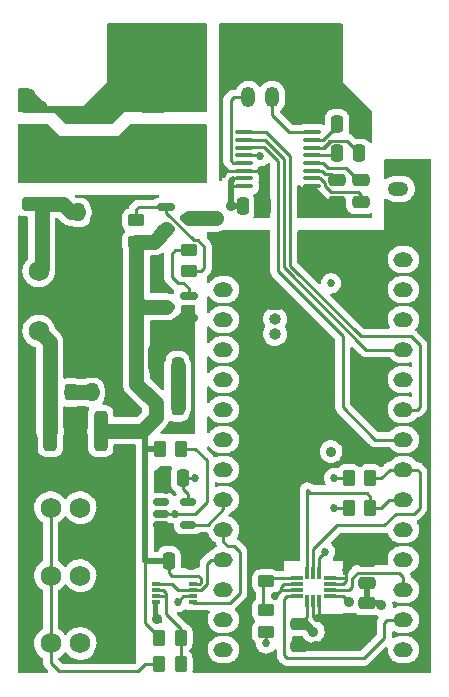
<source format=gtl>
G04 #@! TF.GenerationSoftware,KiCad,Pcbnew,6.0.9-8da3e8f707~116~ubuntu20.04.1*
G04 #@! TF.CreationDate,2022-11-21T16:14:30-05:00*
G04 #@! TF.ProjectId,dynamixel_control,64796e61-6d69-4786-956c-5f636f6e7472,rev?*
G04 #@! TF.SameCoordinates,Original*
G04 #@! TF.FileFunction,Copper,L1,Top*
G04 #@! TF.FilePolarity,Positive*
%FSLAX46Y46*%
G04 Gerber Fmt 4.6, Leading zero omitted, Abs format (unit mm)*
G04 Created by KiCad (PCBNEW 6.0.9-8da3e8f707~116~ubuntu20.04.1) date 2022-11-21 16:14:30*
%MOMM*%
%LPD*%
G01*
G04 APERTURE LIST*
G04 Aperture macros list*
%AMRoundRect*
0 Rectangle with rounded corners*
0 $1 Rounding radius*
0 $2 $3 $4 $5 $6 $7 $8 $9 X,Y pos of 4 corners*
0 Add a 4 corners polygon primitive as box body*
4,1,4,$2,$3,$4,$5,$6,$7,$8,$9,$2,$3,0*
0 Add four circle primitives for the rounded corners*
1,1,$1+$1,$2,$3*
1,1,$1+$1,$4,$5*
1,1,$1+$1,$6,$7*
1,1,$1+$1,$8,$9*
0 Add four rect primitives between the rounded corners*
20,1,$1+$1,$2,$3,$4,$5,0*
20,1,$1+$1,$4,$5,$6,$7,0*
20,1,$1+$1,$6,$7,$8,$9,0*
20,1,$1+$1,$8,$9,$2,$3,0*%
G04 Aperture macros list end*
G04 #@! TA.AperFunction,SMDPad,CuDef*
%ADD10RoundRect,0.250000X-0.450000X0.262500X-0.450000X-0.262500X0.450000X-0.262500X0.450000X0.262500X0*%
G04 #@! TD*
G04 #@! TA.AperFunction,SMDPad,CuDef*
%ADD11RoundRect,0.250000X-0.475000X0.250000X-0.475000X-0.250000X0.475000X-0.250000X0.475000X0.250000X0*%
G04 #@! TD*
G04 #@! TA.AperFunction,SMDPad,CuDef*
%ADD12RoundRect,0.250000X-0.262500X-0.450000X0.262500X-0.450000X0.262500X0.450000X-0.262500X0.450000X0*%
G04 #@! TD*
G04 #@! TA.AperFunction,SMDPad,CuDef*
%ADD13RoundRect,0.250000X-0.250000X-0.475000X0.250000X-0.475000X0.250000X0.475000X-0.250000X0.475000X0*%
G04 #@! TD*
G04 #@! TA.AperFunction,SMDPad,CuDef*
%ADD14RoundRect,0.250000X-0.312500X-1.450000X0.312500X-1.450000X0.312500X1.450000X-0.312500X1.450000X0*%
G04 #@! TD*
G04 #@! TA.AperFunction,ComponentPad*
%ADD15RoundRect,0.250000X0.625000X-0.350000X0.625000X0.350000X-0.625000X0.350000X-0.625000X-0.350000X0*%
G04 #@! TD*
G04 #@! TA.AperFunction,ComponentPad*
%ADD16O,1.750000X1.200000*%
G04 #@! TD*
G04 #@! TA.AperFunction,ComponentPad*
%ADD17RoundRect,0.250000X0.350000X0.625000X-0.350000X0.625000X-0.350000X-0.625000X0.350000X-0.625000X0*%
G04 #@! TD*
G04 #@! TA.AperFunction,ComponentPad*
%ADD18O,1.200000X1.750000*%
G04 #@! TD*
G04 #@! TA.AperFunction,SMDPad,CuDef*
%ADD19RoundRect,0.250000X0.262500X0.450000X-0.262500X0.450000X-0.262500X-0.450000X0.262500X-0.450000X0*%
G04 #@! TD*
G04 #@! TA.AperFunction,ComponentPad*
%ADD20RoundRect,0.750000X0.750000X2.250000X-0.750000X2.250000X-0.750000X-2.250000X0.750000X-2.250000X0*%
G04 #@! TD*
G04 #@! TA.AperFunction,ComponentPad*
%ADD21RoundRect,0.750000X-2.250000X0.750000X-2.250000X-0.750000X2.250000X-0.750000X2.250000X0.750000X0*%
G04 #@! TD*
G04 #@! TA.AperFunction,ComponentPad*
%ADD22O,1.651000X1.270000*%
G04 #@! TD*
G04 #@! TA.AperFunction,SMDPad,CuDef*
%ADD23RoundRect,0.250000X0.475000X-0.250000X0.475000X0.250000X-0.475000X0.250000X-0.475000X-0.250000X0*%
G04 #@! TD*
G04 #@! TA.AperFunction,SMDPad,CuDef*
%ADD24RoundRect,0.150000X0.587500X0.150000X-0.587500X0.150000X-0.587500X-0.150000X0.587500X-0.150000X0*%
G04 #@! TD*
G04 #@! TA.AperFunction,SMDPad,CuDef*
%ADD25RoundRect,0.250000X0.450000X-0.262500X0.450000X0.262500X-0.450000X0.262500X-0.450000X-0.262500X0*%
G04 #@! TD*
G04 #@! TA.AperFunction,SMDPad,CuDef*
%ADD26RoundRect,0.150000X-0.587500X-0.150000X0.587500X-0.150000X0.587500X0.150000X-0.587500X0.150000X0*%
G04 #@! TD*
G04 #@! TA.AperFunction,ComponentPad*
%ADD27R,1.750000X1.750000*%
G04 #@! TD*
G04 #@! TA.AperFunction,ComponentPad*
%ADD28C,1.750000*%
G04 #@! TD*
G04 #@! TA.AperFunction,SMDPad,CuDef*
%ADD29RoundRect,0.250000X0.250000X0.475000X-0.250000X0.475000X-0.250000X-0.475000X0.250000X-0.475000X0*%
G04 #@! TD*
G04 #@! TA.AperFunction,SMDPad,CuDef*
%ADD30R,1.000000X0.300000*%
G04 #@! TD*
G04 #@! TA.AperFunction,SMDPad,CuDef*
%ADD31R,0.300000X1.000000*%
G04 #@! TD*
G04 #@! TA.AperFunction,SMDPad,CuDef*
%ADD32RoundRect,0.150000X-0.512500X-0.150000X0.512500X-0.150000X0.512500X0.150000X-0.512500X0.150000X0*%
G04 #@! TD*
G04 #@! TA.AperFunction,SMDPad,CuDef*
%ADD33RoundRect,0.100000X0.637500X0.100000X-0.637500X0.100000X-0.637500X-0.100000X0.637500X-0.100000X0*%
G04 #@! TD*
G04 #@! TA.AperFunction,SMDPad,CuDef*
%ADD34RoundRect,0.250000X-1.450000X0.312500X-1.450000X-0.312500X1.450000X-0.312500X1.450000X0.312500X0*%
G04 #@! TD*
G04 #@! TA.AperFunction,SMDPad,CuDef*
%ADD35R,0.800000X0.300000*%
G04 #@! TD*
G04 #@! TA.AperFunction,ComponentPad*
%ADD36R,1.000000X1.000000*%
G04 #@! TD*
G04 #@! TA.AperFunction,ComponentPad*
%ADD37O,1.000000X1.000000*%
G04 #@! TD*
G04 #@! TA.AperFunction,ViaPad*
%ADD38C,0.889000*%
G04 #@! TD*
G04 #@! TA.AperFunction,ViaPad*
%ADD39C,0.685800*%
G04 #@! TD*
G04 #@! TA.AperFunction,Conductor*
%ADD40C,0.254000*%
G04 #@! TD*
G04 #@! TA.AperFunction,Conductor*
%ADD41C,0.508000*%
G04 #@! TD*
G04 #@! TA.AperFunction,Conductor*
%ADD42C,0.635000*%
G04 #@! TD*
G04 #@! TA.AperFunction,Conductor*
%ADD43C,1.270000*%
G04 #@! TD*
G04 APERTURE END LIST*
D10*
X30500000Y-37175000D03*
X30500000Y-39000000D03*
D11*
X47500000Y-33750000D03*
X47500000Y-35650000D03*
D12*
X32175000Y-53000000D03*
X34000000Y-53000000D03*
D13*
X47500000Y-29000000D03*
X49400000Y-29000000D03*
D14*
X23225000Y-55000000D03*
X27500000Y-55000000D03*
D15*
X52700000Y-36500000D03*
D16*
X52700000Y-34500000D03*
D11*
X44250000Y-71350000D03*
X44250000Y-73250000D03*
X50000000Y-69600000D03*
X50000000Y-71500000D03*
D17*
X44000000Y-26750000D03*
D18*
X42000000Y-26750000D03*
X40000000Y-26750000D03*
D13*
X26750000Y-51750000D03*
X28650000Y-51750000D03*
D10*
X35000000Y-39675000D03*
X35000000Y-41500000D03*
D19*
X34250000Y-74750000D03*
X32425000Y-74750000D03*
D12*
X48500000Y-61500000D03*
X50325000Y-61500000D03*
D13*
X47500000Y-31500000D03*
X49400000Y-31500000D03*
D20*
X31900000Y-25150000D03*
D21*
X32500000Y-30750000D03*
D22*
X37880000Y-43040000D03*
X37880000Y-45580000D03*
X37880000Y-48120000D03*
X37880000Y-50660000D03*
X53120000Y-45580000D03*
X37880000Y-53200000D03*
X37880000Y-55740000D03*
X37880000Y-58280000D03*
X37880000Y-60820000D03*
X37880000Y-63360000D03*
X37880000Y-65900000D03*
X37880000Y-68440000D03*
X37880000Y-70980000D03*
X37880000Y-73520000D03*
X53120000Y-73520000D03*
X53120000Y-70980000D03*
X53120000Y-68440000D03*
X53120000Y-65900000D03*
X53120000Y-63360000D03*
X53120000Y-60820000D03*
X53120000Y-58280000D03*
X53120000Y-55740000D03*
X53120000Y-53200000D03*
X53120000Y-50660000D03*
X53120000Y-48120000D03*
X37880000Y-40500000D03*
X53120000Y-43040000D03*
X53120000Y-40500000D03*
D23*
X49500000Y-35650000D03*
X49500000Y-33750000D03*
D13*
X33250000Y-66000000D03*
X35150000Y-66000000D03*
D24*
X34937500Y-45450000D03*
X34937500Y-43550000D03*
X33062500Y-44500000D03*
D25*
X41500000Y-67750000D03*
X41500000Y-65925000D03*
D23*
X21500000Y-29500000D03*
X21500000Y-27600000D03*
D26*
X33062500Y-36050000D03*
X33062500Y-37950000D03*
X34937500Y-37000000D03*
D27*
X28250000Y-73000000D03*
D28*
X25750000Y-73000000D03*
X23250000Y-73000000D03*
D13*
X25600000Y-36500000D03*
X27500000Y-36500000D03*
D28*
X22250000Y-41460000D03*
X22250000Y-44000000D03*
X22250000Y-46540000D03*
D29*
X34000000Y-49500000D03*
X32100000Y-49500000D03*
D30*
X44075000Y-67500000D03*
X44075000Y-69000000D03*
D31*
X45000000Y-69425000D03*
D30*
X44075000Y-68500000D03*
D31*
X45500000Y-69425000D03*
D30*
X46925000Y-68000000D03*
D31*
X46000000Y-69425000D03*
D30*
X46925000Y-67500000D03*
X44075000Y-68000000D03*
X46925000Y-69000000D03*
X46925000Y-68500000D03*
D31*
X46000000Y-67075000D03*
X45500000Y-67075000D03*
X45000000Y-67075000D03*
D13*
X39500000Y-36000000D03*
X41400000Y-36000000D03*
D12*
X23175000Y-51750000D03*
X25000000Y-51750000D03*
D23*
X50000000Y-67900000D03*
X50000000Y-66000000D03*
D27*
X28250000Y-61500000D03*
D28*
X25750000Y-61500000D03*
X23250000Y-61500000D03*
D32*
X32612500Y-61050000D03*
X32612500Y-62000000D03*
X32612500Y-62950000D03*
X34887500Y-62950000D03*
X34887500Y-61050000D03*
D12*
X32425000Y-72500000D03*
X34250000Y-72500000D03*
X48500000Y-59000000D03*
X50325000Y-59000000D03*
X32500000Y-56500000D03*
X34325000Y-56500000D03*
D33*
X45362500Y-34275000D03*
X45362500Y-33625000D03*
X45362500Y-32975000D03*
X45362500Y-32325000D03*
X45362500Y-31675000D03*
X45362500Y-31025000D03*
X45362500Y-30375000D03*
X45362500Y-29725000D03*
X39637500Y-29725000D03*
X39637500Y-30375000D03*
X39637500Y-31025000D03*
X39637500Y-31675000D03*
X39637500Y-32325000D03*
X39637500Y-32975000D03*
X39637500Y-33625000D03*
X39637500Y-34275000D03*
D25*
X41500000Y-72000000D03*
X41500000Y-70175000D03*
D34*
X22500000Y-31500000D03*
X22500000Y-35775000D03*
D35*
X32200000Y-68000000D03*
X32200000Y-68500000D03*
X32200000Y-69000000D03*
X32200000Y-69500000D03*
X35300000Y-69500000D03*
X35300000Y-69000000D03*
X35300000Y-68500000D03*
X35300000Y-68000000D03*
D27*
X28250000Y-67250000D03*
D28*
X25750000Y-67250000D03*
X23250000Y-67250000D03*
D29*
X34450000Y-59000000D03*
X32550000Y-59000000D03*
D36*
X42250000Y-44250000D03*
D37*
X42250000Y-45520000D03*
X42250000Y-46790000D03*
D38*
X22500000Y-27500000D03*
D39*
X41400000Y-33150000D03*
D38*
X46250000Y-35500000D03*
X28000000Y-38000000D03*
X46500000Y-71000000D03*
X28500000Y-27000000D03*
X35250000Y-64750000D03*
X27500000Y-27000000D03*
X24500000Y-28000000D03*
X28500000Y-25000000D03*
D39*
X32000000Y-42500000D03*
X33000000Y-60000000D03*
D38*
X28500000Y-26000000D03*
D39*
X41400000Y-34100000D03*
D38*
X32251197Y-70943945D03*
X25500000Y-28000000D03*
X45750000Y-73250000D03*
X28500000Y-22000000D03*
X26500000Y-28000000D03*
X50000000Y-72500000D03*
X50500000Y-51000000D03*
X49250000Y-27750000D03*
X51250000Y-57000000D03*
X21500000Y-26500000D03*
X32500000Y-63750000D03*
D39*
X42257533Y-68992467D03*
D38*
X32250000Y-48000000D03*
D39*
X35000000Y-46500000D03*
D38*
X27500000Y-28000000D03*
X28500000Y-50250000D03*
D39*
X48250000Y-66750000D03*
X37864278Y-33217935D03*
D38*
X28500000Y-24000000D03*
D39*
X41500000Y-65000000D03*
D38*
X28500000Y-28000000D03*
X28000000Y-39000000D03*
X28500000Y-23000000D03*
X50000000Y-65000000D03*
D39*
X41000000Y-31750000D03*
D38*
X48500000Y-69500000D03*
D39*
X46500000Y-65250000D03*
X47250000Y-59000000D03*
D38*
X47000000Y-56750000D03*
D39*
X47000000Y-42500000D03*
X47250000Y-61500000D03*
D38*
X38500000Y-36000000D03*
D39*
X41500000Y-73000000D03*
D38*
X51250000Y-69750000D03*
X45500000Y-72000000D03*
D39*
X35500000Y-59000000D03*
D38*
X37250000Y-37000000D03*
X36250000Y-37000000D03*
D39*
X33750000Y-62000000D03*
X34000000Y-69500000D03*
D40*
X34937500Y-45450000D02*
X34937500Y-46437500D01*
X46662500Y-68000000D02*
X48000000Y-68000000D01*
X38107213Y-32975000D02*
X37864278Y-33217935D01*
X45500000Y-69162500D02*
X45500000Y-70750000D01*
X39637500Y-32975000D02*
X38107213Y-32975000D01*
X48250000Y-67500000D02*
X48250000Y-66750000D01*
X32550000Y-59550000D02*
X33000000Y-60000000D01*
D41*
X35150000Y-64850000D02*
X35250000Y-64750000D01*
D42*
X41400000Y-36000000D02*
X41400000Y-34100000D01*
D40*
X45750000Y-71000000D02*
X46000000Y-71000000D01*
X39637500Y-32975000D02*
X41225000Y-32975000D01*
D42*
X28000000Y-38000000D02*
X28000000Y-39000000D01*
D43*
X28650000Y-51750000D02*
X28650000Y-50400000D01*
D40*
X42750000Y-68250000D02*
X42750000Y-68500000D01*
D41*
X44250000Y-73250000D02*
X45750000Y-73250000D01*
D40*
X46000000Y-71000000D02*
X46000000Y-69162500D01*
X32550000Y-59000000D02*
X32550000Y-59550000D01*
D42*
X27500000Y-36500000D02*
X27500000Y-37500000D01*
D41*
X50000000Y-66000000D02*
X50000000Y-65000000D01*
D43*
X32100000Y-49500000D02*
X32100000Y-48150000D01*
D42*
X41400000Y-34100000D02*
X41400000Y-33150000D01*
D40*
X46000000Y-71000000D02*
X46500000Y-71000000D01*
X44337500Y-68000000D02*
X43000000Y-68000000D01*
D41*
X32612500Y-63637500D02*
X32500000Y-63750000D01*
D40*
X45500000Y-70750000D02*
X45750000Y-71000000D01*
D41*
X49400000Y-27900000D02*
X49250000Y-27750000D01*
D40*
X43000000Y-68000000D02*
X42750000Y-68250000D01*
X48250000Y-67750000D02*
X48250000Y-67500000D01*
X34937500Y-46437500D02*
X35000000Y-46500000D01*
X32200000Y-69500000D02*
X32200000Y-70892748D01*
X42750000Y-68500000D02*
X44337500Y-68500000D01*
D42*
X21500000Y-27600000D02*
X21500000Y-26500000D01*
D41*
X49400000Y-29000000D02*
X49400000Y-27900000D01*
D43*
X32100000Y-48150000D02*
X32250000Y-48000000D01*
D40*
X41500000Y-65925000D02*
X41500000Y-65000000D01*
X48000000Y-68000000D02*
X48250000Y-67750000D01*
X42750000Y-68500000D02*
X42257533Y-68992467D01*
D41*
X50000000Y-71500000D02*
X50000000Y-72500000D01*
D40*
X41225000Y-32975000D02*
X41400000Y-33150000D01*
D41*
X47500000Y-35650000D02*
X46400000Y-35650000D01*
D42*
X22400000Y-27600000D02*
X22500000Y-27500000D01*
D41*
X35150000Y-66000000D02*
X35150000Y-64850000D01*
D42*
X27500000Y-37500000D02*
X28000000Y-38000000D01*
D40*
X32200000Y-70892748D02*
X32251197Y-70943945D01*
D41*
X46400000Y-35650000D02*
X46250000Y-35500000D01*
D42*
X21500000Y-27600000D02*
X22400000Y-27600000D01*
D43*
X28650000Y-50400000D02*
X28500000Y-50250000D01*
D40*
X48250000Y-67500000D02*
X46662500Y-67500000D01*
D41*
X32612500Y-62950000D02*
X32612500Y-63637500D01*
D43*
X22500000Y-35775000D02*
X22500000Y-41210000D01*
X22500000Y-41210000D02*
X22250000Y-41460000D01*
X25000000Y-36500000D02*
X24275000Y-35775000D01*
X24275000Y-35775000D02*
X22500000Y-35775000D01*
X25600000Y-36500000D02*
X25000000Y-36500000D01*
D40*
X35857948Y-68000000D02*
X36000000Y-67857948D01*
D43*
X32175000Y-53000000D02*
X32175000Y-52675000D01*
X30500000Y-39000000D02*
X30500000Y-44000000D01*
D40*
X33250000Y-67000000D02*
X33250000Y-66000000D01*
D41*
X32500000Y-56500000D02*
X31250000Y-56500000D01*
D43*
X32012500Y-39000000D02*
X33062500Y-37950000D01*
D40*
X35300000Y-68000000D02*
X35857948Y-68000000D01*
X36000000Y-67857948D02*
X36000000Y-67500000D01*
D43*
X30500000Y-39000000D02*
X32012500Y-39000000D01*
D40*
X32425000Y-72425000D02*
X31250000Y-71250000D01*
D43*
X31000000Y-55000000D02*
X32175000Y-53825000D01*
D40*
X33500000Y-67250000D02*
X33250000Y-67000000D01*
D41*
X33250000Y-66000000D02*
X31250000Y-66000000D01*
X31250000Y-56500000D02*
X31250000Y-55250000D01*
D43*
X30500000Y-51000000D02*
X30500000Y-44000000D01*
X31000000Y-44500000D02*
X33062500Y-44500000D01*
D40*
X36000000Y-67500000D02*
X35750000Y-67250000D01*
X31250000Y-71250000D02*
X31250000Y-66000000D01*
X35750000Y-67250000D02*
X33500000Y-67250000D01*
D43*
X30500000Y-44000000D02*
X31000000Y-44500000D01*
X32175000Y-52675000D02*
X30500000Y-51000000D01*
D41*
X31250000Y-56500000D02*
X31250000Y-66000000D01*
D40*
X32425000Y-72500000D02*
X32425000Y-72425000D01*
D43*
X32175000Y-53825000D02*
X32175000Y-53000000D01*
X27500000Y-55000000D02*
X31000000Y-55000000D01*
D40*
X48500000Y-61500000D02*
X47250000Y-61500000D01*
X38500000Y-33750000D02*
X38500000Y-34250000D01*
X39637500Y-34275000D02*
X38525000Y-34275000D01*
D41*
X51100000Y-69600000D02*
X51250000Y-69750000D01*
D40*
X46000000Y-65750000D02*
X46500000Y-65250000D01*
X34887500Y-61050000D02*
X34887500Y-60387500D01*
X34450000Y-59000000D02*
X35500000Y-59000000D01*
X48000000Y-69000000D02*
X48500000Y-69500000D01*
D41*
X38691009Y-33691008D02*
X38500000Y-33882017D01*
D40*
X45000000Y-70750000D02*
X44400000Y-71350000D01*
X38625000Y-33625000D02*
X38500000Y-33750000D01*
D41*
X50000000Y-69600000D02*
X51100000Y-69600000D01*
D40*
X34887500Y-60387500D02*
X34450000Y-59950000D01*
X44400000Y-71350000D02*
X44250000Y-71350000D01*
D41*
X39500000Y-36000000D02*
X38500000Y-36000000D01*
D40*
X48500000Y-59000000D02*
X47250000Y-59000000D01*
X41500000Y-72000000D02*
X41500000Y-73000000D01*
D41*
X38750000Y-36000000D02*
X39500000Y-36000000D01*
X50000000Y-67900000D02*
X50000000Y-69600000D01*
D40*
X40925000Y-31675000D02*
X41000000Y-31750000D01*
X46000000Y-67337500D02*
X46000000Y-65750000D01*
X39637500Y-33625000D02*
X38625000Y-33625000D01*
X39637500Y-31675000D02*
X40925000Y-31675000D01*
D42*
X44850000Y-71350000D02*
X45500000Y-72000000D01*
D40*
X44250000Y-71350000D02*
X44850000Y-71350000D01*
D41*
X38500000Y-36000000D02*
X38500000Y-33882017D01*
D40*
X38525000Y-34275000D02*
X38500000Y-34250000D01*
X34450000Y-59000000D02*
X34450000Y-59950000D01*
X45000000Y-69162500D02*
X45000000Y-70750000D01*
X46662500Y-69000000D02*
X48000000Y-69000000D01*
X46073000Y-33625000D02*
X45362500Y-33625000D01*
X49250000Y-34750000D02*
X46958999Y-34750000D01*
X46448000Y-34000000D02*
X46073000Y-33625000D01*
X49500000Y-35650000D02*
X49500000Y-35000000D01*
X46958999Y-34750000D02*
X46448000Y-34239001D01*
X49500000Y-35000000D02*
X49250000Y-34750000D01*
X46448000Y-34239001D02*
X46448000Y-34000000D01*
X49250000Y-33750000D02*
X48250000Y-32750000D01*
X49500000Y-33750000D02*
X49250000Y-33750000D01*
X46325000Y-32325000D02*
X46750000Y-32750000D01*
X45362500Y-32325000D02*
X46325000Y-32325000D01*
X46750000Y-32750000D02*
X48250000Y-32750000D01*
X45362500Y-31675000D02*
X47325000Y-31675000D01*
X47325000Y-31675000D02*
X47500000Y-31500000D01*
X47198000Y-30448000D02*
X47052000Y-30448000D01*
X47198000Y-30448000D02*
X47010998Y-30448000D01*
X46852000Y-30448000D02*
X46275000Y-31025000D01*
X46275000Y-31025000D02*
X46475000Y-31025000D01*
X47198000Y-30448000D02*
X46852000Y-30448000D01*
X46475000Y-31025000D02*
X46500000Y-31000000D01*
X46500000Y-31000000D02*
X46500000Y-30958999D01*
X47052000Y-30448000D02*
X47000000Y-30500000D01*
X47010998Y-30448000D02*
X46729499Y-30729499D01*
X46500000Y-30958999D02*
X46729499Y-30729499D01*
X49400000Y-31500000D02*
X48348000Y-30448000D01*
X45362500Y-31025000D02*
X46275000Y-31025000D01*
X48348000Y-30448000D02*
X47198000Y-30448000D01*
X46729499Y-30729499D02*
X46979500Y-30479499D01*
X46500000Y-33250000D02*
X47000000Y-33250000D01*
X46225000Y-32975000D02*
X46500000Y-33250000D01*
X47000000Y-33250000D02*
X47500000Y-33750000D01*
X45362500Y-32975000D02*
X46225000Y-32975000D01*
X46282948Y-30375000D02*
X47500000Y-29157948D01*
X47500000Y-29157948D02*
X47500000Y-29000000D01*
X45362500Y-30375000D02*
X46282948Y-30375000D01*
X42000000Y-26750000D02*
X42000000Y-28250000D01*
X43475000Y-29725000D02*
X45362500Y-29725000D01*
X42000000Y-28250000D02*
X43475000Y-29725000D01*
X38500000Y-32100000D02*
X38500000Y-27000000D01*
X38750000Y-26750000D02*
X40000000Y-26750000D01*
X39637500Y-32325000D02*
X38725000Y-32325000D01*
X38500000Y-27000000D02*
X38750000Y-26750000D01*
X38725000Y-32325000D02*
X38500000Y-32100000D01*
X45500000Y-65000000D02*
X45500000Y-67337500D01*
X51970000Y-58280000D02*
X53120000Y-58280000D01*
X51250000Y-59000000D02*
X51970000Y-58280000D01*
X54500000Y-58500000D02*
X54500000Y-61500000D01*
X54280000Y-58280000D02*
X54500000Y-58500000D01*
X47500000Y-63000000D02*
X45500000Y-65000000D01*
X54500000Y-61500000D02*
X54000000Y-62000000D01*
X53120000Y-58280000D02*
X54280000Y-58280000D01*
X52500000Y-62000000D02*
X51500000Y-63000000D01*
X54000000Y-62000000D02*
X52500000Y-62000000D01*
X50325000Y-59000000D02*
X51250000Y-59000000D01*
X51500000Y-63000000D02*
X47500000Y-63000000D01*
X45250000Y-60250000D02*
X45000000Y-60250000D01*
X50000000Y-60250000D02*
X50325000Y-60575000D01*
X51930000Y-60820000D02*
X51250000Y-61500000D01*
X51250000Y-61500000D02*
X50325000Y-61500000D01*
X47250000Y-60250000D02*
X50000000Y-60250000D01*
X45000000Y-60000000D02*
X45250000Y-60250000D01*
X53120000Y-60820000D02*
X51930000Y-60820000D01*
X45000000Y-67337500D02*
X45000000Y-62250000D01*
X45000000Y-62250000D02*
X45000000Y-60250000D01*
X50325000Y-60575000D02*
X50325000Y-61500000D01*
X45000000Y-60250000D02*
X45000000Y-60000000D01*
X45250000Y-60250000D02*
X47250000Y-60250000D01*
X23250000Y-73000000D02*
X23250000Y-74623000D01*
X23250000Y-73000000D02*
X23250000Y-67250000D01*
X23250000Y-67250000D02*
X23250000Y-61500000D01*
X30627000Y-75373000D02*
X31250000Y-74750000D01*
X24000000Y-75373000D02*
X30627000Y-75373000D01*
X31250000Y-74750000D02*
X32425000Y-74750000D01*
X23250000Y-74623000D02*
X24000000Y-75373000D01*
X35360920Y-38835500D02*
X33062500Y-36537080D01*
X30700000Y-36050000D02*
X30500000Y-36250000D01*
X36250000Y-39396499D02*
X35689001Y-38835500D01*
X30500000Y-36250000D02*
X30500000Y-37175000D01*
X33062500Y-36050000D02*
X30700000Y-36050000D01*
X33062500Y-36537080D02*
X33062500Y-36050000D01*
X35689001Y-38835500D02*
X35360920Y-38835500D01*
X36250000Y-41250000D02*
X36250000Y-39396499D01*
X35000000Y-41500000D02*
X36000000Y-41500000D01*
X36000000Y-41500000D02*
X36250000Y-41250000D01*
D43*
X36250000Y-37000000D02*
X37250000Y-37000000D01*
X34937500Y-37000000D02*
X36250000Y-37000000D01*
D40*
X34937500Y-43550000D02*
X34937500Y-42937500D01*
X34500000Y-42500000D02*
X34000000Y-42500000D01*
X33500000Y-40000000D02*
X33825000Y-39675000D01*
X33500000Y-42000000D02*
X33500000Y-40000000D01*
X33825000Y-39675000D02*
X35000000Y-39675000D01*
X34000000Y-42500000D02*
X33500000Y-42000000D01*
X34937500Y-42937500D02*
X34500000Y-42500000D01*
X44337500Y-67500000D02*
X41750000Y-67500000D01*
X41750000Y-67500000D02*
X41500000Y-67750000D01*
X41250000Y-68000000D02*
X41500000Y-67750000D01*
X41250000Y-69925000D02*
X41250000Y-68000000D01*
X41500000Y-70175000D02*
X41250000Y-69925000D01*
X33000000Y-70500000D02*
X33000000Y-69000000D01*
X34250000Y-74750000D02*
X34250000Y-72500000D01*
X34250000Y-71750000D02*
X33000000Y-70500000D01*
X34250000Y-72500000D02*
X34250000Y-71750000D01*
X33000000Y-69000000D02*
X32200000Y-69000000D01*
X32750000Y-68500000D02*
X33000000Y-68750000D01*
X32200000Y-68500000D02*
X32750000Y-68500000D01*
X33000000Y-68750000D02*
X33000000Y-69000000D01*
X54300000Y-53200000D02*
X53120000Y-53200000D01*
X41525000Y-29725000D02*
X43500000Y-31700000D01*
X49492999Y-46992999D02*
X53742999Y-46992999D01*
X39637500Y-29725000D02*
X41525000Y-29725000D01*
X43500000Y-31700000D02*
X43500000Y-41000000D01*
X54500000Y-53000000D02*
X54300000Y-53200000D01*
X43500000Y-41000000D02*
X49492999Y-46992999D01*
X53742999Y-46992999D02*
X54500000Y-47750000D01*
X54500000Y-47750000D02*
X54500000Y-53000000D01*
X39704600Y-30957900D02*
X41328099Y-30957900D01*
X50740000Y-55740000D02*
X53120000Y-55740000D01*
X42500000Y-41500000D02*
X48000000Y-47000000D01*
X48000000Y-47000000D02*
X48000000Y-53000000D01*
X42500000Y-32129801D02*
X42500000Y-41500000D01*
X41328099Y-30957900D02*
X42500000Y-32129801D01*
X48000000Y-53000000D02*
X50740000Y-55740000D01*
X39637500Y-31025000D02*
X39704600Y-30957900D01*
X37880000Y-65900000D02*
X36850000Y-65900000D01*
X33500000Y-68000000D02*
X32200000Y-68000000D01*
X36500000Y-66250000D02*
X36500000Y-68000000D01*
X36000000Y-68500000D02*
X36500000Y-68000000D01*
X35300000Y-68500000D02*
X36000000Y-68500000D01*
X34000000Y-68500000D02*
X33500000Y-68000000D01*
X36500000Y-66250000D02*
X36850000Y-65900000D01*
X35300000Y-68500000D02*
X34000000Y-68500000D01*
X38432999Y-69567001D02*
X39250000Y-68750000D01*
X39250000Y-65250000D02*
X38750000Y-64750000D01*
X37880000Y-64380000D02*
X37880000Y-63360000D01*
X39250000Y-68750000D02*
X39250000Y-65250000D01*
X38250000Y-64750000D02*
X37880000Y-64380000D01*
X35367001Y-69567001D02*
X38432999Y-69567001D01*
X35300000Y-69500000D02*
X35367001Y-69567001D01*
X38750000Y-64750000D02*
X38250000Y-64750000D01*
X37880000Y-60820000D02*
X37880000Y-61620000D01*
X37880000Y-61620000D02*
X36550000Y-62950000D01*
X36550000Y-62950000D02*
X34887500Y-62950000D01*
X49750000Y-74250000D02*
X51500000Y-72500000D01*
X51500000Y-71250000D02*
X51770000Y-70980000D01*
X43250000Y-69000000D02*
X43027000Y-69223000D01*
X43027000Y-73973000D02*
X43304000Y-74250000D01*
X51500000Y-72500000D02*
X51500000Y-71250000D01*
X43027000Y-69223000D02*
X43027000Y-73973000D01*
X51770000Y-70980000D02*
X53120000Y-70980000D01*
X44337500Y-69000000D02*
X43250000Y-69000000D01*
X43304000Y-74250000D02*
X49750000Y-74250000D01*
X49250000Y-67000000D02*
X48750000Y-67500000D01*
X48500000Y-68500000D02*
X46662500Y-68500000D01*
X48750000Y-68250000D02*
X48500000Y-68500000D01*
X52750000Y-67000000D02*
X49250000Y-67000000D01*
X53120000Y-67370000D02*
X52750000Y-67000000D01*
X53120000Y-68440000D02*
X53120000Y-67370000D01*
X48750000Y-67500000D02*
X48750000Y-68250000D01*
X49977948Y-48120000D02*
X53120000Y-48120000D01*
X43000000Y-31987748D02*
X43000000Y-41142052D01*
X39637500Y-30375000D02*
X41387252Y-30375000D01*
X41387252Y-30375000D02*
X43000000Y-31987748D01*
X43000000Y-41142052D02*
X49977948Y-48120000D01*
X35500000Y-56500000D02*
X36500000Y-57500000D01*
X35500000Y-62000000D02*
X33750000Y-62000000D01*
X33750000Y-62000000D02*
X32612500Y-62000000D01*
X36500000Y-57500000D02*
X36500000Y-61000000D01*
X34500000Y-69000000D02*
X34000000Y-69500000D01*
X36500000Y-61000000D02*
X35500000Y-62000000D01*
X35300000Y-69000000D02*
X34500000Y-69000000D01*
X34325000Y-56500000D02*
X35500000Y-56500000D01*
D43*
X25000000Y-51750000D02*
X26750000Y-51750000D01*
X34000000Y-53000000D02*
X34000000Y-49500000D01*
X23175000Y-54950000D02*
X23225000Y-55000000D01*
X23175000Y-51750000D02*
X23175000Y-47465000D01*
X23175000Y-51750000D02*
X23175000Y-54950000D01*
X23175000Y-47465000D02*
X22250000Y-46540000D01*
G04 #@! TA.AperFunction,Conductor*
G36*
X55433621Y-32020002D02*
G01*
X55480114Y-32073658D01*
X55491500Y-32126000D01*
X55491500Y-75365500D01*
X55471498Y-75433621D01*
X55417842Y-75480114D01*
X55365500Y-75491500D01*
X35385867Y-75491500D01*
X35317746Y-75471498D01*
X35271253Y-75417842D01*
X35260523Y-75352658D01*
X35270672Y-75253600D01*
X35271000Y-75250400D01*
X35271000Y-74249600D01*
X35268696Y-74227393D01*
X35260738Y-74150692D01*
X35260737Y-74150688D01*
X35260026Y-74143834D01*
X35250240Y-74114500D01*
X35206368Y-73983002D01*
X35204050Y-73976054D01*
X35110978Y-73825652D01*
X35026575Y-73741396D01*
X34999391Y-73714259D01*
X34965312Y-73651976D01*
X34968270Y-73610102D01*
X36544641Y-73610102D01*
X36545620Y-73615799D01*
X36545620Y-73615800D01*
X36566535Y-73737515D01*
X36580232Y-73817228D01*
X36652972Y-74014399D01*
X36655924Y-74019360D01*
X36655924Y-74019361D01*
X36754342Y-74184785D01*
X36760426Y-74195012D01*
X36898994Y-74353019D01*
X36919508Y-74369191D01*
X37019182Y-74447767D01*
X37064037Y-74483128D01*
X37069153Y-74485819D01*
X37069155Y-74485821D01*
X37244910Y-74578290D01*
X37250027Y-74580982D01*
X37450734Y-74643304D01*
X37456469Y-74643983D01*
X37456470Y-74643983D01*
X37487032Y-74647600D01*
X37621374Y-74663500D01*
X38123816Y-74663500D01*
X38279779Y-74649169D01*
X38285341Y-74647600D01*
X38285343Y-74647600D01*
X38380914Y-74620646D01*
X38482049Y-74592123D01*
X38670537Y-74499171D01*
X38739376Y-74447767D01*
X38834305Y-74376880D01*
X38834306Y-74376879D01*
X38838929Y-74373427D01*
X38886626Y-74321829D01*
X38977667Y-74223341D01*
X38977669Y-74223338D01*
X38981586Y-74219101D01*
X39093731Y-74041362D01*
X39171608Y-73846163D01*
X39172733Y-73840506D01*
X39172735Y-73840500D01*
X39211481Y-73645707D01*
X39211481Y-73645705D01*
X39212608Y-73640040D01*
X39212926Y-73615800D01*
X39214568Y-73490329D01*
X39215359Y-73429898D01*
X39179768Y-73222772D01*
X39107028Y-73025601D01*
X39087889Y-72993432D01*
X39002528Y-72849953D01*
X39002527Y-72849952D01*
X38999574Y-72844988D01*
X38861006Y-72686981D01*
X38724664Y-72579498D01*
X38700502Y-72560450D01*
X38700500Y-72560449D01*
X38695963Y-72556872D01*
X38690847Y-72554181D01*
X38690845Y-72554179D01*
X38515090Y-72461710D01*
X38515088Y-72461709D01*
X38509973Y-72459018D01*
X38309266Y-72396696D01*
X38303531Y-72396017D01*
X38303530Y-72396017D01*
X38248423Y-72389495D01*
X38138626Y-72376500D01*
X37636184Y-72376500D01*
X37480221Y-72390831D01*
X37474659Y-72392400D01*
X37474657Y-72392400D01*
X37381525Y-72418666D01*
X37277951Y-72447877D01*
X37089463Y-72540829D01*
X37084837Y-72544283D01*
X37084836Y-72544284D01*
X37067979Y-72556872D01*
X36921071Y-72666573D01*
X36917157Y-72670807D01*
X36917155Y-72670809D01*
X36793346Y-72804746D01*
X36778414Y-72820899D01*
X36666269Y-72998638D01*
X36588392Y-73193837D01*
X36587267Y-73199494D01*
X36587265Y-73199500D01*
X36548519Y-73394293D01*
X36547392Y-73399960D01*
X36547316Y-73405735D01*
X36547316Y-73405739D01*
X36545976Y-73508105D01*
X36544641Y-73610102D01*
X34968270Y-73610102D01*
X34970315Y-73581156D01*
X34999236Y-73536068D01*
X34999563Y-73535741D01*
X35111805Y-73423303D01*
X35204615Y-73272738D01*
X35260297Y-73104861D01*
X35271000Y-73000400D01*
X35271000Y-72312900D01*
X40291500Y-72312900D01*
X40291837Y-72316146D01*
X40291837Y-72316150D01*
X40299749Y-72392400D01*
X40302474Y-72418666D01*
X40304655Y-72425202D01*
X40304655Y-72425204D01*
X40342898Y-72539832D01*
X40358450Y-72586446D01*
X40451522Y-72736848D01*
X40576697Y-72861805D01*
X40585980Y-72867527D01*
X40587627Y-72869357D01*
X40588673Y-72870183D01*
X40588532Y-72870362D01*
X40633474Y-72920297D01*
X40645175Y-72987963D01*
X40643910Y-73000000D01*
X40662618Y-73177991D01*
X40717923Y-73348203D01*
X40807409Y-73503197D01*
X40811827Y-73508104D01*
X40811828Y-73508105D01*
X40904649Y-73611194D01*
X40927164Y-73636199D01*
X40932506Y-73640080D01*
X40932508Y-73640082D01*
X41015935Y-73700695D01*
X41071955Y-73741396D01*
X41077983Y-73744080D01*
X41077985Y-73744081D01*
X41229423Y-73811505D01*
X41235454Y-73814190D01*
X41318679Y-73831880D01*
X41404057Y-73850028D01*
X41404061Y-73850028D01*
X41410514Y-73851400D01*
X41589486Y-73851400D01*
X41595939Y-73850028D01*
X41595943Y-73850028D01*
X41681321Y-73831880D01*
X41764546Y-73814190D01*
X41770577Y-73811505D01*
X41922015Y-73744081D01*
X41922017Y-73744080D01*
X41928045Y-73741396D01*
X41984065Y-73700695D01*
X42067492Y-73640082D01*
X42067494Y-73640080D01*
X42072836Y-73636199D01*
X42095351Y-73611194D01*
X42171864Y-73526217D01*
X42232310Y-73488977D01*
X42303293Y-73490329D01*
X42362278Y-73529842D01*
X42390536Y-73594973D01*
X42391500Y-73610527D01*
X42391500Y-73893980D01*
X42390970Y-73905214D01*
X42389292Y-73912719D01*
X42389541Y-73920638D01*
X42391438Y-73981012D01*
X42391500Y-73984969D01*
X42391500Y-74012983D01*
X42391996Y-74016908D01*
X42391996Y-74016909D01*
X42392008Y-74017004D01*
X42392941Y-74028849D01*
X42394335Y-74073205D01*
X42396547Y-74080817D01*
X42400013Y-74092748D01*
X42404023Y-74112112D01*
X42406573Y-74132299D01*
X42409489Y-74139663D01*
X42409490Y-74139668D01*
X42422907Y-74173556D01*
X42426752Y-74184785D01*
X42430986Y-74199356D01*
X42439131Y-74227393D01*
X42443169Y-74234220D01*
X42443170Y-74234223D01*
X42449488Y-74244906D01*
X42458188Y-74262664D01*
X42462761Y-74274215D01*
X42462765Y-74274221D01*
X42465681Y-74281588D01*
X42470339Y-74287999D01*
X42470340Y-74288001D01*
X42491764Y-74317488D01*
X42498281Y-74327410D01*
X42516826Y-74358768D01*
X42516829Y-74358772D01*
X42520866Y-74365598D01*
X42535250Y-74379982D01*
X42548091Y-74395016D01*
X42560058Y-74411487D01*
X42566166Y-74416540D01*
X42594255Y-74439777D01*
X42603035Y-74447767D01*
X42798745Y-74643477D01*
X42806322Y-74651803D01*
X42810447Y-74658303D01*
X42816225Y-74663729D01*
X42816226Y-74663730D01*
X42860281Y-74705100D01*
X42863123Y-74707855D01*
X42882906Y-74727638D01*
X42886114Y-74730126D01*
X42895143Y-74737837D01*
X42927494Y-74768217D01*
X42934443Y-74772037D01*
X42945329Y-74778022D01*
X42961853Y-74788876D01*
X42977933Y-74801349D01*
X42985210Y-74804498D01*
X43018650Y-74818969D01*
X43029311Y-74824192D01*
X43061247Y-74841749D01*
X43061252Y-74841751D01*
X43068197Y-74845569D01*
X43075871Y-74847539D01*
X43075878Y-74847542D01*
X43087913Y-74850632D01*
X43106618Y-74857036D01*
X43118013Y-74861967D01*
X43125292Y-74865117D01*
X43140401Y-74867510D01*
X43169127Y-74872060D01*
X43180740Y-74874465D01*
X43223718Y-74885500D01*
X43244065Y-74885500D01*
X43263777Y-74887051D01*
X43283879Y-74890235D01*
X43291771Y-74889489D01*
X43328056Y-74886059D01*
X43339914Y-74885500D01*
X49670980Y-74885500D01*
X49682214Y-74886030D01*
X49689719Y-74887708D01*
X49758012Y-74885562D01*
X49761969Y-74885500D01*
X49789983Y-74885500D01*
X49793908Y-74885004D01*
X49793909Y-74885004D01*
X49794004Y-74884992D01*
X49805849Y-74884059D01*
X49835670Y-74883122D01*
X49842282Y-74882914D01*
X49842283Y-74882914D01*
X49850205Y-74882665D01*
X49869749Y-74876987D01*
X49889112Y-74872977D01*
X49901440Y-74871420D01*
X49901442Y-74871420D01*
X49909299Y-74870427D01*
X49916663Y-74867511D01*
X49916668Y-74867510D01*
X49950556Y-74854093D01*
X49961785Y-74850248D01*
X49978465Y-74845402D01*
X50004393Y-74837869D01*
X50011220Y-74833831D01*
X50011223Y-74833830D01*
X50021906Y-74827512D01*
X50039664Y-74818812D01*
X50051215Y-74814239D01*
X50051221Y-74814235D01*
X50058588Y-74811319D01*
X50067977Y-74804498D01*
X50094488Y-74785236D01*
X50104410Y-74778719D01*
X50135768Y-74760174D01*
X50135772Y-74760171D01*
X50142598Y-74756134D01*
X50156982Y-74741750D01*
X50172016Y-74728909D01*
X50182073Y-74721602D01*
X50188487Y-74716942D01*
X50216778Y-74682744D01*
X50224767Y-74673965D01*
X51572080Y-73326653D01*
X51634392Y-73292627D01*
X51705208Y-73297692D01*
X51762043Y-73340239D01*
X51786854Y-73406759D01*
X51787164Y-73417391D01*
X51784641Y-73610102D01*
X51785620Y-73615799D01*
X51785620Y-73615800D01*
X51806535Y-73737515D01*
X51820232Y-73817228D01*
X51892972Y-74014399D01*
X51895924Y-74019360D01*
X51895924Y-74019361D01*
X51994342Y-74184785D01*
X52000426Y-74195012D01*
X52138994Y-74353019D01*
X52159508Y-74369191D01*
X52259182Y-74447767D01*
X52304037Y-74483128D01*
X52309153Y-74485819D01*
X52309155Y-74485821D01*
X52484910Y-74578290D01*
X52490027Y-74580982D01*
X52690734Y-74643304D01*
X52696469Y-74643983D01*
X52696470Y-74643983D01*
X52727032Y-74647600D01*
X52861374Y-74663500D01*
X53363816Y-74663500D01*
X53519779Y-74649169D01*
X53525341Y-74647600D01*
X53525343Y-74647600D01*
X53620914Y-74620646D01*
X53722049Y-74592123D01*
X53910537Y-74499171D01*
X53979376Y-74447767D01*
X54074305Y-74376880D01*
X54074306Y-74376879D01*
X54078929Y-74373427D01*
X54126626Y-74321829D01*
X54217667Y-74223341D01*
X54217669Y-74223338D01*
X54221586Y-74219101D01*
X54333731Y-74041362D01*
X54411608Y-73846163D01*
X54412733Y-73840506D01*
X54412735Y-73840500D01*
X54451481Y-73645707D01*
X54451481Y-73645705D01*
X54452608Y-73640040D01*
X54452926Y-73615800D01*
X54454568Y-73490329D01*
X54455359Y-73429898D01*
X54419768Y-73222772D01*
X54347028Y-73025601D01*
X54327889Y-72993432D01*
X54242528Y-72849953D01*
X54242527Y-72849952D01*
X54239574Y-72844988D01*
X54101006Y-72686981D01*
X53964664Y-72579498D01*
X53940502Y-72560450D01*
X53940500Y-72560449D01*
X53935963Y-72556872D01*
X53930847Y-72554181D01*
X53930845Y-72554179D01*
X53755090Y-72461710D01*
X53755088Y-72461709D01*
X53749973Y-72459018D01*
X53549266Y-72396696D01*
X53543531Y-72396017D01*
X53543530Y-72396017D01*
X53488423Y-72389495D01*
X53378626Y-72376500D01*
X52876184Y-72376500D01*
X52720221Y-72390831D01*
X52714659Y-72392400D01*
X52714657Y-72392400D01*
X52621525Y-72418666D01*
X52517951Y-72447877D01*
X52329463Y-72540829D01*
X52326630Y-72542945D01*
X52258797Y-72561291D01*
X52191121Y-72539832D01*
X52145790Y-72485191D01*
X52135500Y-72435320D01*
X52135500Y-72063122D01*
X52155502Y-71995001D01*
X52209158Y-71948508D01*
X52279432Y-71938404D01*
X52320163Y-71951613D01*
X52490027Y-72040982D01*
X52690734Y-72103304D01*
X52696469Y-72103983D01*
X52696470Y-72103983D01*
X52727032Y-72107600D01*
X52861374Y-72123500D01*
X53363816Y-72123500D01*
X53519779Y-72109169D01*
X53525341Y-72107600D01*
X53525343Y-72107600D01*
X53683049Y-72063122D01*
X53722049Y-72052123D01*
X53910537Y-71959171D01*
X53938348Y-71938404D01*
X54074305Y-71836880D01*
X54074306Y-71836879D01*
X54078929Y-71833427D01*
X54171761Y-71733002D01*
X54217667Y-71683341D01*
X54217669Y-71683338D01*
X54221586Y-71679101D01*
X54333731Y-71501362D01*
X54411608Y-71306163D01*
X54412733Y-71300506D01*
X54412735Y-71300500D01*
X54451481Y-71105707D01*
X54451481Y-71105705D01*
X54452608Y-71100040D01*
X54452773Y-71087491D01*
X54454913Y-70923933D01*
X54455359Y-70889898D01*
X54449952Y-70858428D01*
X54420747Y-70688469D01*
X54420747Y-70688468D01*
X54419768Y-70682772D01*
X54347028Y-70485601D01*
X54322001Y-70443535D01*
X54242528Y-70309953D01*
X54242527Y-70309952D01*
X54239574Y-70304988D01*
X54101006Y-70146981D01*
X53980188Y-70051736D01*
X53940502Y-70020450D01*
X53940500Y-70020449D01*
X53935963Y-70016872D01*
X53930847Y-70014181D01*
X53930845Y-70014179D01*
X53755090Y-69921710D01*
X53755088Y-69921709D01*
X53749973Y-69919018D01*
X53549266Y-69856696D01*
X53543531Y-69856017D01*
X53543530Y-69856017D01*
X53495242Y-69850302D01*
X53378626Y-69836500D01*
X52876184Y-69836500D01*
X52720221Y-69850831D01*
X52714659Y-69852400D01*
X52714657Y-69852400D01*
X52691603Y-69858902D01*
X52517951Y-69907877D01*
X52379020Y-69976390D01*
X52309079Y-69988580D01*
X52243650Y-69961021D01*
X52203506Y-69902463D01*
X52198287Y-69847592D01*
X52206796Y-69780241D01*
X52206797Y-69780232D01*
X52207238Y-69776738D01*
X52207611Y-69750000D01*
X52189373Y-69563999D01*
X52192112Y-69563730D01*
X52197452Y-69504820D01*
X52241070Y-69448802D01*
X52308049Y-69425259D01*
X52373317Y-69439578D01*
X52490027Y-69500982D01*
X52690734Y-69563304D01*
X52696469Y-69563983D01*
X52696470Y-69563983D01*
X52727032Y-69567600D01*
X52861374Y-69583500D01*
X53363816Y-69583500D01*
X53519779Y-69569169D01*
X53525341Y-69567600D01*
X53525343Y-69567600D01*
X53620914Y-69540646D01*
X53722049Y-69512123D01*
X53910537Y-69419171D01*
X53956187Y-69385083D01*
X54074305Y-69296880D01*
X54074306Y-69296879D01*
X54078929Y-69293427D01*
X54130374Y-69237774D01*
X54217667Y-69143341D01*
X54217669Y-69143338D01*
X54221586Y-69139101D01*
X54333731Y-68961362D01*
X54411608Y-68766163D01*
X54412733Y-68760506D01*
X54412735Y-68760500D01*
X54451481Y-68565707D01*
X54451481Y-68565705D01*
X54452608Y-68560040D01*
X54452926Y-68535800D01*
X54454687Y-68401210D01*
X54455359Y-68349898D01*
X54453911Y-68341468D01*
X54420747Y-68148469D01*
X54420747Y-68148468D01*
X54419768Y-68142772D01*
X54347028Y-67945601D01*
X54239574Y-67764988D01*
X54101006Y-67606981D01*
X54036985Y-67556511D01*
X53940502Y-67480450D01*
X53940500Y-67480449D01*
X53935963Y-67476872D01*
X53821162Y-67416472D01*
X53770192Y-67367055D01*
X53753894Y-67308922D01*
X53752914Y-67277718D01*
X53752914Y-67277717D01*
X53752665Y-67269795D01*
X53746987Y-67250251D01*
X53742977Y-67230888D01*
X53741420Y-67218560D01*
X53741420Y-67218558D01*
X53740427Y-67210701D01*
X53737511Y-67203337D01*
X53737510Y-67203332D01*
X53724093Y-67169444D01*
X53720248Y-67158215D01*
X53710080Y-67123219D01*
X53707869Y-67115607D01*
X53705711Y-67111958D01*
X53697213Y-67043125D01*
X53727990Y-66979146D01*
X53765819Y-66950538D01*
X53780861Y-66943120D01*
X53910537Y-66879171D01*
X54007694Y-66806621D01*
X54074305Y-66756880D01*
X54074306Y-66756879D01*
X54078929Y-66753427D01*
X54091365Y-66739974D01*
X54217667Y-66603341D01*
X54217669Y-66603338D01*
X54221586Y-66599101D01*
X54333731Y-66421362D01*
X54411608Y-66226163D01*
X54412733Y-66220506D01*
X54412735Y-66220500D01*
X54451481Y-66025707D01*
X54451481Y-66025705D01*
X54452608Y-66020040D01*
X54452685Y-66014197D01*
X54454360Y-65886199D01*
X54455359Y-65809898D01*
X54446459Y-65758100D01*
X54420747Y-65608469D01*
X54420747Y-65608468D01*
X54419768Y-65602772D01*
X54347028Y-65405601D01*
X54324811Y-65368257D01*
X54242528Y-65229953D01*
X54242527Y-65229952D01*
X54239574Y-65224988D01*
X54101006Y-65066981D01*
X54010468Y-64995607D01*
X53940502Y-64940450D01*
X53940500Y-64940449D01*
X53935963Y-64936872D01*
X53930847Y-64934181D01*
X53930845Y-64934179D01*
X53755090Y-64841710D01*
X53755088Y-64841709D01*
X53749973Y-64839018D01*
X53549266Y-64776696D01*
X53543531Y-64776017D01*
X53543530Y-64776017D01*
X53495242Y-64770302D01*
X53378626Y-64756500D01*
X52876184Y-64756500D01*
X52720221Y-64770831D01*
X52714659Y-64772400D01*
X52714657Y-64772400D01*
X52635744Y-64794656D01*
X52517951Y-64827877D01*
X52329463Y-64920829D01*
X52324837Y-64924283D01*
X52324836Y-64924284D01*
X52264211Y-64969555D01*
X52161071Y-65046573D01*
X52157157Y-65050807D01*
X52157155Y-65050809D01*
X52024030Y-65194824D01*
X52018414Y-65200899D01*
X51906269Y-65378638D01*
X51828392Y-65573837D01*
X51827267Y-65579494D01*
X51827265Y-65579500D01*
X51793853Y-65747479D01*
X51787392Y-65779960D01*
X51787316Y-65785735D01*
X51787316Y-65785739D01*
X51786161Y-65874000D01*
X51784641Y-65990102D01*
X51785620Y-65995799D01*
X51785620Y-65995800D01*
X51793819Y-66043513D01*
X51820232Y-66197228D01*
X51822230Y-66202643D01*
X51823100Y-66205891D01*
X51821410Y-66276867D01*
X51781615Y-66335662D01*
X51716350Y-66363609D01*
X51701393Y-66364500D01*
X49329032Y-66364500D01*
X49317793Y-66363970D01*
X49310281Y-66362291D01*
X49302356Y-66362540D01*
X49302355Y-66362540D01*
X49241970Y-66364438D01*
X49238012Y-66364500D01*
X49210017Y-66364500D01*
X49206083Y-66364997D01*
X49206081Y-66364997D01*
X49205994Y-66365008D01*
X49194160Y-66365940D01*
X49149795Y-66367335D01*
X49142182Y-66369547D01*
X49142181Y-66369547D01*
X49130252Y-66373013D01*
X49110888Y-66377023D01*
X49098560Y-66378580D01*
X49098558Y-66378580D01*
X49090701Y-66379573D01*
X49083337Y-66382489D01*
X49083332Y-66382490D01*
X49049444Y-66395907D01*
X49038215Y-66399752D01*
X49021535Y-66404598D01*
X48995607Y-66412131D01*
X48988780Y-66416169D01*
X48988777Y-66416170D01*
X48978094Y-66422488D01*
X48960336Y-66431188D01*
X48948785Y-66435761D01*
X48948779Y-66435765D01*
X48941412Y-66438681D01*
X48935001Y-66443339D01*
X48934999Y-66443340D01*
X48905512Y-66464764D01*
X48895590Y-66471281D01*
X48864232Y-66489826D01*
X48864228Y-66489829D01*
X48857402Y-66493866D01*
X48843018Y-66508250D01*
X48827984Y-66521091D01*
X48811513Y-66533058D01*
X48806459Y-66539167D01*
X48783228Y-66567248D01*
X48775240Y-66576027D01*
X48356514Y-66994754D01*
X48348192Y-67002326D01*
X48341697Y-67006447D01*
X48336272Y-67012225D01*
X48336271Y-67012225D01*
X48294914Y-67056266D01*
X48292159Y-67059108D01*
X48272361Y-67078906D01*
X48269937Y-67082031D01*
X48269929Y-67082040D01*
X48269863Y-67082126D01*
X48262155Y-67091151D01*
X48231783Y-67123494D01*
X48227966Y-67130437D01*
X48227934Y-67130481D01*
X48171710Y-67173833D01*
X48100974Y-67179907D01*
X48038183Y-67146773D01*
X48003274Y-67084952D01*
X48000000Y-67056417D01*
X48000000Y-66000000D01*
X47253369Y-66000000D01*
X47185248Y-65979998D01*
X47138755Y-65926342D01*
X47128651Y-65856068D01*
X47159731Y-65789692D01*
X47192591Y-65753197D01*
X47282077Y-65598203D01*
X47337382Y-65427991D01*
X47356090Y-65250000D01*
X47353461Y-65224988D01*
X47338072Y-65078573D01*
X47338072Y-65078572D01*
X47337382Y-65072009D01*
X47329118Y-65046573D01*
X47294636Y-64940450D01*
X47282077Y-64901797D01*
X47278494Y-64895590D01*
X47238493Y-64826308D01*
X47192591Y-64746803D01*
X47084521Y-64626778D01*
X47077258Y-64618712D01*
X47077257Y-64618711D01*
X47072836Y-64613801D01*
X47025436Y-64579363D01*
X46982082Y-64523141D01*
X46976007Y-64452405D01*
X47010402Y-64388332D01*
X47726329Y-63672405D01*
X47788641Y-63638379D01*
X47815424Y-63635500D01*
X51420980Y-63635500D01*
X51432214Y-63636030D01*
X51439719Y-63637708D01*
X51508012Y-63635562D01*
X51511969Y-63635500D01*
X51539983Y-63635500D01*
X51543908Y-63635004D01*
X51543909Y-63635004D01*
X51544004Y-63634992D01*
X51555849Y-63634059D01*
X51585670Y-63633122D01*
X51592282Y-63632914D01*
X51592283Y-63632914D01*
X51600205Y-63632665D01*
X51619749Y-63626987D01*
X51639112Y-63622977D01*
X51651440Y-63621420D01*
X51651442Y-63621420D01*
X51659299Y-63620427D01*
X51666663Y-63617511D01*
X51666668Y-63617510D01*
X51667928Y-63617011D01*
X51668990Y-63616914D01*
X51674348Y-63615538D01*
X51674570Y-63616402D01*
X51738628Y-63610530D01*
X51801608Y-63643302D01*
X51832525Y-63690551D01*
X51857522Y-63758307D01*
X51892972Y-63854399D01*
X51895924Y-63859360D01*
X51895924Y-63859361D01*
X51911916Y-63886240D01*
X52000426Y-64035012D01*
X52138994Y-64193019D01*
X52183322Y-64227964D01*
X52268248Y-64294914D01*
X52304037Y-64323128D01*
X52309150Y-64325818D01*
X52309155Y-64325821D01*
X52484910Y-64418290D01*
X52490027Y-64420982D01*
X52690734Y-64483304D01*
X52696469Y-64483983D01*
X52696470Y-64483983D01*
X52727032Y-64487600D01*
X52861374Y-64503500D01*
X53363816Y-64503500D01*
X53519779Y-64489169D01*
X53525341Y-64487600D01*
X53525343Y-64487600D01*
X53650134Y-64452405D01*
X53722049Y-64432123D01*
X53910537Y-64339171D01*
X53969805Y-64294914D01*
X54074305Y-64216880D01*
X54074306Y-64216879D01*
X54078929Y-64213427D01*
X54221586Y-64059101D01*
X54333731Y-63881362D01*
X54411608Y-63686163D01*
X54412733Y-63680506D01*
X54412735Y-63680500D01*
X54451481Y-63485707D01*
X54451481Y-63485705D01*
X54452608Y-63480040D01*
X54455359Y-63269898D01*
X54419768Y-63062772D01*
X54347028Y-62865601D01*
X54312942Y-62808307D01*
X54267287Y-62731569D01*
X54249647Y-62662799D01*
X54271987Y-62595409D01*
X54309061Y-62561970D01*
X54308588Y-62561319D01*
X54314731Y-62556856D01*
X54314732Y-62556855D01*
X54344491Y-62535234D01*
X54354410Y-62528719D01*
X54385768Y-62510174D01*
X54385772Y-62510171D01*
X54392598Y-62506134D01*
X54406982Y-62491750D01*
X54422016Y-62478909D01*
X54432073Y-62471602D01*
X54438487Y-62466942D01*
X54466772Y-62432752D01*
X54474760Y-62423973D01*
X54893486Y-62005246D01*
X54901808Y-61997674D01*
X54908303Y-61993553D01*
X54955087Y-61943733D01*
X54957841Y-61940892D01*
X54977639Y-61921094D01*
X54980063Y-61917969D01*
X54980071Y-61917960D01*
X54980137Y-61917874D01*
X54987845Y-61908849D01*
X55012790Y-61882285D01*
X55018217Y-61876506D01*
X55028023Y-61858669D01*
X55038873Y-61842153D01*
X55051350Y-61826067D01*
X55068976Y-61785334D01*
X55074193Y-61774686D01*
X55091749Y-61742751D01*
X55095569Y-61735803D01*
X55097540Y-61728128D01*
X55097542Y-61728122D01*
X55100631Y-61716089D01*
X55107034Y-61697387D01*
X55115117Y-61678708D01*
X55122060Y-61634873D01*
X55124467Y-61623251D01*
X55135500Y-61580282D01*
X55135500Y-61559935D01*
X55137051Y-61540224D01*
X55138995Y-61527950D01*
X55140235Y-61520121D01*
X55136059Y-61475944D01*
X55135500Y-61464086D01*
X55135500Y-58579032D01*
X55136030Y-58567793D01*
X55137709Y-58560281D01*
X55135562Y-58491969D01*
X55135500Y-58488012D01*
X55135500Y-58460017D01*
X55134992Y-58455994D01*
X55134059Y-58444152D01*
X55132914Y-58407720D01*
X55132665Y-58399795D01*
X55126987Y-58380251D01*
X55122977Y-58360888D01*
X55121420Y-58348560D01*
X55121420Y-58348558D01*
X55120427Y-58340701D01*
X55117511Y-58333337D01*
X55117510Y-58333332D01*
X55104093Y-58299444D01*
X55100248Y-58288215D01*
X55090081Y-58253222D01*
X55087869Y-58245607D01*
X55083830Y-58238777D01*
X55077512Y-58228094D01*
X55068812Y-58210336D01*
X55064239Y-58198785D01*
X55064235Y-58198779D01*
X55061319Y-58191412D01*
X55035234Y-58155509D01*
X55028719Y-58145590D01*
X55010174Y-58114232D01*
X55010171Y-58114228D01*
X55006134Y-58107402D01*
X54991750Y-58093018D01*
X54978909Y-58077984D01*
X54971602Y-58067927D01*
X54966942Y-58061513D01*
X54938839Y-58038264D01*
X54932751Y-58033228D01*
X54923970Y-58025238D01*
X54785250Y-57886517D01*
X54777677Y-57878195D01*
X54773553Y-57871697D01*
X54723733Y-57824913D01*
X54720892Y-57822159D01*
X54701094Y-57802361D01*
X54697969Y-57799937D01*
X54697960Y-57799929D01*
X54697874Y-57799863D01*
X54688849Y-57792155D01*
X54662285Y-57767210D01*
X54656506Y-57761783D01*
X54638669Y-57751977D01*
X54622153Y-57741127D01*
X54606067Y-57728650D01*
X54565334Y-57711024D01*
X54554686Y-57705807D01*
X54532363Y-57693535D01*
X54515803Y-57684431D01*
X54508128Y-57682460D01*
X54508122Y-57682458D01*
X54496089Y-57679369D01*
X54477387Y-57672966D01*
X54458708Y-57664883D01*
X54418913Y-57658580D01*
X54414873Y-57657940D01*
X54403260Y-57655535D01*
X54360282Y-57644500D01*
X54339935Y-57644500D01*
X54320219Y-57642948D01*
X54310208Y-57641362D01*
X54246056Y-57610947D01*
X54235198Y-57599998D01*
X54101006Y-57446981D01*
X54036985Y-57396511D01*
X53940502Y-57320450D01*
X53940500Y-57320449D01*
X53935963Y-57316872D01*
X53930847Y-57314181D01*
X53930845Y-57314179D01*
X53755090Y-57221710D01*
X53755088Y-57221709D01*
X53749973Y-57219018D01*
X53549266Y-57156696D01*
X53543531Y-57156017D01*
X53543530Y-57156017D01*
X53499711Y-57150831D01*
X53378626Y-57136500D01*
X52876184Y-57136500D01*
X52720221Y-57150831D01*
X52714659Y-57152400D01*
X52714657Y-57152400D01*
X52619086Y-57179354D01*
X52517951Y-57207877D01*
X52329463Y-57300829D01*
X52161071Y-57426573D01*
X52157157Y-57430807D01*
X52157155Y-57430809D01*
X52042590Y-57554746D01*
X52018414Y-57580899D01*
X52015330Y-57585787D01*
X52014366Y-57587314D01*
X52013723Y-57587880D01*
X52011816Y-57590366D01*
X52011328Y-57589991D01*
X51961099Y-57634252D01*
X51911764Y-57646016D01*
X51869795Y-57647335D01*
X51862182Y-57649547D01*
X51862181Y-57649547D01*
X51850252Y-57653013D01*
X51830888Y-57657023D01*
X51818560Y-57658580D01*
X51818558Y-57658580D01*
X51810701Y-57659573D01*
X51803337Y-57662489D01*
X51803332Y-57662490D01*
X51769444Y-57675907D01*
X51758215Y-57679752D01*
X51742111Y-57684431D01*
X51715607Y-57692131D01*
X51708780Y-57696169D01*
X51708777Y-57696170D01*
X51698094Y-57702488D01*
X51680336Y-57711188D01*
X51668785Y-57715761D01*
X51668779Y-57715765D01*
X51661412Y-57718681D01*
X51655001Y-57723339D01*
X51654999Y-57723340D01*
X51625512Y-57744764D01*
X51615590Y-57751281D01*
X51584232Y-57769826D01*
X51584228Y-57769829D01*
X51577402Y-57773866D01*
X51563018Y-57788250D01*
X51547984Y-57801091D01*
X51546236Y-57802361D01*
X51531513Y-57813058D01*
X51504870Y-57845264D01*
X51503227Y-57847250D01*
X51495237Y-57856031D01*
X51319853Y-58031414D01*
X51257541Y-58065439D01*
X51186725Y-58060374D01*
X51141740Y-58031491D01*
X51090988Y-57980828D01*
X51060803Y-57950695D01*
X51054572Y-57946854D01*
X50916468Y-57861725D01*
X50916466Y-57861724D01*
X50910238Y-57857885D01*
X50775088Y-57813058D01*
X50748889Y-57804368D01*
X50748887Y-57804368D01*
X50742361Y-57802203D01*
X50735525Y-57801503D01*
X50735522Y-57801502D01*
X50683996Y-57796223D01*
X50637900Y-57791500D01*
X50012100Y-57791500D01*
X50008854Y-57791837D01*
X50008850Y-57791837D01*
X49913192Y-57801762D01*
X49913188Y-57801763D01*
X49906334Y-57802474D01*
X49899798Y-57804655D01*
X49899796Y-57804655D01*
X49839073Y-57824914D01*
X49738554Y-57858450D01*
X49588152Y-57951522D01*
X49514565Y-58025238D01*
X49501716Y-58038109D01*
X49439434Y-58072188D01*
X49368614Y-58067185D01*
X49323525Y-58038264D01*
X49240983Y-57955866D01*
X49235803Y-57950695D01*
X49229572Y-57946854D01*
X49091468Y-57861725D01*
X49091466Y-57861724D01*
X49085238Y-57857885D01*
X48950088Y-57813058D01*
X48923889Y-57804368D01*
X48923887Y-57804368D01*
X48917361Y-57802203D01*
X48910525Y-57801503D01*
X48910522Y-57801502D01*
X48858996Y-57796223D01*
X48812900Y-57791500D01*
X48187100Y-57791500D01*
X48183854Y-57791837D01*
X48183850Y-57791837D01*
X48088192Y-57801762D01*
X48088188Y-57801763D01*
X48081334Y-57802474D01*
X48074798Y-57804655D01*
X48074796Y-57804655D01*
X48014073Y-57824914D01*
X47913554Y-57858450D01*
X47763152Y-57951522D01*
X47638195Y-58076697D01*
X47634355Y-58082927D01*
X47634354Y-58082928D01*
X47611001Y-58120814D01*
X47558229Y-58168307D01*
X47488157Y-58179731D01*
X47477544Y-58177945D01*
X47345943Y-58149972D01*
X47345939Y-58149972D01*
X47339486Y-58148600D01*
X47160514Y-58148600D01*
X47154061Y-58149972D01*
X47154057Y-58149972D01*
X47072984Y-58167205D01*
X46985454Y-58185810D01*
X46979424Y-58188495D01*
X46979423Y-58188495D01*
X46827985Y-58255919D01*
X46827983Y-58255920D01*
X46821955Y-58258604D01*
X46816614Y-58262484D01*
X46816613Y-58262485D01*
X46719101Y-58333332D01*
X46677164Y-58363801D01*
X46672743Y-58368711D01*
X46672742Y-58368712D01*
X46577401Y-58474600D01*
X46557409Y-58496803D01*
X46554108Y-58502521D01*
X46491174Y-58611526D01*
X46467923Y-58651797D01*
X46465881Y-58658082D01*
X46419327Y-58801362D01*
X46412618Y-58822009D01*
X46393910Y-59000000D01*
X46394600Y-59006565D01*
X46408290Y-59136809D01*
X46412618Y-59177991D01*
X46467923Y-59348203D01*
X46512552Y-59425502D01*
X46529289Y-59494495D01*
X46506069Y-59561587D01*
X46450262Y-59605474D01*
X46403432Y-59614500D01*
X45569639Y-59614500D01*
X45501518Y-59594498D01*
X45478272Y-59572537D01*
X45477028Y-59573705D01*
X45471602Y-59567926D01*
X45466942Y-59561513D01*
X45432750Y-59533227D01*
X45423971Y-59525238D01*
X45421094Y-59522361D01*
X45417969Y-59519937D01*
X45417960Y-59519929D01*
X45398939Y-59505175D01*
X45395852Y-59502702D01*
X45374133Y-59484735D01*
X45343224Y-59459165D01*
X45336262Y-59455889D01*
X45335736Y-59455519D01*
X45332717Y-59453669D01*
X45332151Y-59453369D01*
X45326067Y-59448650D01*
X45263334Y-59421503D01*
X45259757Y-59419888D01*
X45231172Y-59406437D01*
X45205116Y-59394176D01*
X45205114Y-59394175D01*
X45197941Y-59390800D01*
X45190382Y-59389358D01*
X45189775Y-59389128D01*
X45186394Y-59388088D01*
X45185769Y-59387938D01*
X45178708Y-59384883D01*
X45115528Y-59374876D01*
X45111210Y-59374192D01*
X45107311Y-59373511D01*
X45048007Y-59362198D01*
X45048005Y-59362198D01*
X45040221Y-59360713D01*
X45032546Y-59361196D01*
X45031935Y-59361129D01*
X45028349Y-59360959D01*
X45027720Y-59360969D01*
X45020121Y-59359765D01*
X45012229Y-59360511D01*
X45012226Y-59360511D01*
X44976725Y-59363868D01*
X44952070Y-59366198D01*
X44948154Y-59366506D01*
X44914695Y-59368611D01*
X44887886Y-59370297D01*
X44887884Y-59370297D01*
X44879973Y-59370795D01*
X44872653Y-59373173D01*
X44872020Y-59373263D01*
X44868556Y-59373981D01*
X44867934Y-59374151D01*
X44860268Y-59374876D01*
X44852805Y-59377563D01*
X44852804Y-59377563D01*
X44796006Y-59398011D01*
X44792263Y-59399293D01*
X44734803Y-59417963D01*
X44734801Y-59417964D01*
X44727267Y-59420412D01*
X44720772Y-59424534D01*
X44720188Y-59424776D01*
X44716988Y-59426344D01*
X44716438Y-59426657D01*
X44709196Y-59429265D01*
X44653756Y-59466942D01*
X44652689Y-59467667D01*
X44649434Y-59469806D01*
X44591697Y-59506447D01*
X44586432Y-59512054D01*
X44585934Y-59512428D01*
X44583200Y-59514762D01*
X44582754Y-59515194D01*
X44576396Y-59519515D01*
X44531179Y-59570804D01*
X44528565Y-59573676D01*
X44481783Y-59623494D01*
X44478078Y-59630234D01*
X44477675Y-59630736D01*
X44475637Y-59633637D01*
X44475300Y-59634186D01*
X44470213Y-59639957D01*
X44439194Y-59700835D01*
X44437364Y-59704291D01*
X44404431Y-59764197D01*
X44402519Y-59771645D01*
X44402266Y-59772206D01*
X44400991Y-59775578D01*
X44400809Y-59776171D01*
X44397318Y-59783021D01*
X44395591Y-59790749D01*
X44395587Y-59790759D01*
X44382407Y-59849724D01*
X44381486Y-59853563D01*
X44364500Y-59919718D01*
X44364500Y-59927414D01*
X44364391Y-59928040D01*
X44363999Y-59931582D01*
X44363969Y-59932215D01*
X44362292Y-59939719D01*
X44364026Y-59994901D01*
X44364438Y-60008012D01*
X44364500Y-60011969D01*
X44364500Y-60178017D01*
X44362268Y-60201626D01*
X44362198Y-60201991D01*
X44362198Y-60201996D01*
X44360713Y-60209779D01*
X44364251Y-60266013D01*
X44364500Y-60273925D01*
X44364500Y-65874000D01*
X44344498Y-65942121D01*
X44290842Y-65988614D01*
X44238500Y-66000000D01*
X43000000Y-66000000D01*
X43000000Y-66738500D01*
X42979998Y-66806621D01*
X42926342Y-66853114D01*
X42874000Y-66864500D01*
X42420577Y-66864500D01*
X42354461Y-66845760D01*
X42278968Y-66799225D01*
X42278966Y-66799224D01*
X42272738Y-66795385D01*
X42173592Y-66762500D01*
X42111389Y-66741868D01*
X42111387Y-66741868D01*
X42104861Y-66739703D01*
X42098025Y-66739003D01*
X42098022Y-66739002D01*
X42054969Y-66734591D01*
X42000400Y-66729000D01*
X40999600Y-66729000D01*
X40996354Y-66729337D01*
X40996350Y-66729337D01*
X40900692Y-66739262D01*
X40900688Y-66739263D01*
X40893834Y-66739974D01*
X40887298Y-66742155D01*
X40887296Y-66742155D01*
X40766362Y-66782502D01*
X40726054Y-66795950D01*
X40575652Y-66889022D01*
X40450695Y-67014197D01*
X40446855Y-67020427D01*
X40446854Y-67020428D01*
X40361921Y-67158215D01*
X40357885Y-67164762D01*
X40355581Y-67171709D01*
X40305967Y-67321292D01*
X40302203Y-67332639D01*
X40301503Y-67339475D01*
X40301502Y-67339478D01*
X40298274Y-67370987D01*
X40291500Y-67437100D01*
X40291500Y-68062900D01*
X40291837Y-68066146D01*
X40291837Y-68066150D01*
X40299225Y-68137349D01*
X40302474Y-68168666D01*
X40358450Y-68336446D01*
X40451522Y-68486848D01*
X40456704Y-68492021D01*
X40576697Y-68611805D01*
X40574540Y-68613966D01*
X40607643Y-68660627D01*
X40614500Y-68701626D01*
X40614500Y-69223402D01*
X40594498Y-69291523D01*
X40574849Y-69313221D01*
X40575652Y-69314022D01*
X40450695Y-69439197D01*
X40446855Y-69445427D01*
X40446854Y-69445428D01*
X40370253Y-69569698D01*
X40357885Y-69589762D01*
X40355581Y-69596709D01*
X40310655Y-69732158D01*
X40302203Y-69757639D01*
X40291500Y-69862100D01*
X40291500Y-70487900D01*
X40291837Y-70491146D01*
X40291837Y-70491150D01*
X40300493Y-70574572D01*
X40302474Y-70593666D01*
X40304655Y-70600202D01*
X40304655Y-70600204D01*
X40313768Y-70627519D01*
X40358450Y-70761446D01*
X40451522Y-70911848D01*
X40510338Y-70970561D01*
X40538109Y-70998284D01*
X40572188Y-71060566D01*
X40567185Y-71131386D01*
X40538264Y-71176475D01*
X40450695Y-71264197D01*
X40446855Y-71270427D01*
X40446854Y-71270428D01*
X40390578Y-71361725D01*
X40357885Y-71414762D01*
X40302203Y-71582639D01*
X40291500Y-71687100D01*
X40291500Y-72312900D01*
X35271000Y-72312900D01*
X35271000Y-71999600D01*
X35270523Y-71995001D01*
X35260738Y-71900692D01*
X35260737Y-71900688D01*
X35260026Y-71893834D01*
X35231422Y-71808096D01*
X35206368Y-71733002D01*
X35204050Y-71726054D01*
X35110978Y-71575652D01*
X34985803Y-71450695D01*
X34918647Y-71409299D01*
X34841468Y-71361725D01*
X34841466Y-71361724D01*
X34835238Y-71357885D01*
X34753777Y-71330866D01*
X34713128Y-71308358D01*
X34703630Y-71300500D01*
X34682744Y-71283222D01*
X34673975Y-71275243D01*
X33965226Y-70566493D01*
X33931202Y-70504183D01*
X33936267Y-70433367D01*
X33978814Y-70376532D01*
X34045334Y-70351721D01*
X34054323Y-70351400D01*
X34089486Y-70351400D01*
X34095939Y-70350028D01*
X34095943Y-70350028D01*
X34177016Y-70332795D01*
X34264546Y-70314190D01*
X34274063Y-70309953D01*
X34422015Y-70244081D01*
X34422017Y-70244080D01*
X34428045Y-70241396D01*
X34474413Y-70207708D01*
X34572836Y-70136199D01*
X34573707Y-70137397D01*
X34630790Y-70110001D01*
X34695325Y-70116372D01*
X34782282Y-70148971D01*
X34782288Y-70148973D01*
X34789684Y-70151745D01*
X34851866Y-70158500D01*
X35099580Y-70158500D01*
X35130716Y-70164437D01*
X35131195Y-70162570D01*
X35150912Y-70167632D01*
X35169614Y-70174035D01*
X35188293Y-70182118D01*
X35222129Y-70187477D01*
X35232128Y-70189061D01*
X35243741Y-70191466D01*
X35286719Y-70202501D01*
X35307066Y-70202501D01*
X35326778Y-70204052D01*
X35346880Y-70207236D01*
X35354772Y-70206490D01*
X35391057Y-70203060D01*
X35402915Y-70202501D01*
X36599395Y-70202501D01*
X36667516Y-70222503D01*
X36714009Y-70276159D01*
X36724113Y-70346433D01*
X36705957Y-70395736D01*
X36669350Y-70453754D01*
X36669348Y-70453759D01*
X36666269Y-70458638D01*
X36588392Y-70653837D01*
X36587267Y-70659494D01*
X36587265Y-70659500D01*
X36549513Y-70849296D01*
X36547392Y-70859960D01*
X36547316Y-70865735D01*
X36547316Y-70865739D01*
X36546503Y-70927862D01*
X36544641Y-71070102D01*
X36545620Y-71075799D01*
X36545620Y-71075800D01*
X36579247Y-71271498D01*
X36580232Y-71277228D01*
X36652972Y-71474399D01*
X36655924Y-71479360D01*
X36655924Y-71479361D01*
X36752080Y-71640983D01*
X36760426Y-71655012D01*
X36898994Y-71813019D01*
X36903524Y-71816590D01*
X37058045Y-71938404D01*
X37064037Y-71943128D01*
X37069153Y-71945819D01*
X37069155Y-71945821D01*
X37244910Y-72038290D01*
X37250027Y-72040982D01*
X37450734Y-72103304D01*
X37456469Y-72103983D01*
X37456470Y-72103983D01*
X37487032Y-72107600D01*
X37621374Y-72123500D01*
X38123816Y-72123500D01*
X38279779Y-72109169D01*
X38285341Y-72107600D01*
X38285343Y-72107600D01*
X38443049Y-72063122D01*
X38482049Y-72052123D01*
X38670537Y-71959171D01*
X38698348Y-71938404D01*
X38834305Y-71836880D01*
X38834306Y-71836879D01*
X38838929Y-71833427D01*
X38931761Y-71733002D01*
X38977667Y-71683341D01*
X38977669Y-71683338D01*
X38981586Y-71679101D01*
X39093731Y-71501362D01*
X39171608Y-71306163D01*
X39172733Y-71300506D01*
X39172735Y-71300500D01*
X39211481Y-71105707D01*
X39211481Y-71105705D01*
X39212608Y-71100040D01*
X39212773Y-71087491D01*
X39214913Y-70923933D01*
X39215359Y-70889898D01*
X39209952Y-70858428D01*
X39180747Y-70688469D01*
X39180747Y-70688468D01*
X39179768Y-70682772D01*
X39107028Y-70485601D01*
X39082001Y-70443535D01*
X39002528Y-70309953D01*
X39002527Y-70309952D01*
X38999574Y-70304988D01*
X38889043Y-70178952D01*
X38859168Y-70114550D01*
X38868854Y-70044218D01*
X38886692Y-70015562D01*
X38899772Y-69999751D01*
X38907762Y-69990970D01*
X39643488Y-69255245D01*
X39651807Y-69247675D01*
X39658303Y-69243553D01*
X39705086Y-69193734D01*
X39707840Y-69190893D01*
X39727639Y-69171094D01*
X39730063Y-69167969D01*
X39730071Y-69167960D01*
X39730137Y-69167874D01*
X39737845Y-69158849D01*
X39768217Y-69126506D01*
X39778023Y-69108669D01*
X39788873Y-69092153D01*
X39801350Y-69076067D01*
X39818976Y-69035334D01*
X39824193Y-69024686D01*
X39841749Y-68992751D01*
X39845569Y-68985803D01*
X39847540Y-68978128D01*
X39847542Y-68978122D01*
X39850631Y-68966089D01*
X39857034Y-68947387D01*
X39865117Y-68928708D01*
X39871142Y-68890669D01*
X39872060Y-68884873D01*
X39874467Y-68873251D01*
X39874528Y-68873014D01*
X39885500Y-68830282D01*
X39885500Y-68809935D01*
X39887051Y-68790224D01*
X39888995Y-68777950D01*
X39890235Y-68770121D01*
X39886059Y-68725944D01*
X39885500Y-68714086D01*
X39885500Y-65329032D01*
X39886030Y-65317793D01*
X39887709Y-65310281D01*
X39885562Y-65241969D01*
X39885500Y-65238012D01*
X39885500Y-65210017D01*
X39884992Y-65205994D01*
X39884059Y-65194152D01*
X39883540Y-65177616D01*
X39882665Y-65149795D01*
X39876987Y-65130251D01*
X39872977Y-65110888D01*
X39871420Y-65098560D01*
X39871420Y-65098558D01*
X39870427Y-65090701D01*
X39867511Y-65083337D01*
X39867510Y-65083332D01*
X39854093Y-65049444D01*
X39850248Y-65038215D01*
X39840081Y-65003222D01*
X39837869Y-64995607D01*
X39833830Y-64988777D01*
X39827512Y-64978094D01*
X39818812Y-64960336D01*
X39814239Y-64948785D01*
X39814235Y-64948779D01*
X39811319Y-64941412D01*
X39785234Y-64905509D01*
X39778719Y-64895590D01*
X39760174Y-64864232D01*
X39760171Y-64864228D01*
X39756134Y-64857402D01*
X39741750Y-64843018D01*
X39728909Y-64827984D01*
X39721602Y-64817927D01*
X39716942Y-64811513D01*
X39682752Y-64783228D01*
X39673973Y-64775240D01*
X39255246Y-64356514D01*
X39247674Y-64348192D01*
X39243553Y-64341697D01*
X39193733Y-64294913D01*
X39190892Y-64292159D01*
X39171094Y-64272361D01*
X39167969Y-64269937D01*
X39167960Y-64269929D01*
X39167874Y-64269863D01*
X39158849Y-64262155D01*
X39132285Y-64237210D01*
X39126506Y-64231783D01*
X39108669Y-64221977D01*
X39092153Y-64211127D01*
X39076067Y-64198650D01*
X39067727Y-64195041D01*
X39067027Y-64194459D01*
X39061968Y-64191467D01*
X39062450Y-64190651D01*
X39013151Y-64149635D01*
X38991786Y-64081929D01*
X39011198Y-64012168D01*
X39093731Y-63881362D01*
X39171608Y-63686163D01*
X39172733Y-63680506D01*
X39172735Y-63680500D01*
X39211481Y-63485707D01*
X39211481Y-63485705D01*
X39212608Y-63480040D01*
X39215359Y-63269898D01*
X39179768Y-63062772D01*
X39107028Y-62865601D01*
X39073056Y-62808500D01*
X39002528Y-62689953D01*
X39002527Y-62689952D01*
X38999574Y-62684988D01*
X38861006Y-62526981D01*
X38695963Y-62396872D01*
X38690847Y-62394181D01*
X38690845Y-62394179D01*
X38515090Y-62301710D01*
X38515088Y-62301709D01*
X38509973Y-62299018D01*
X38396200Y-62263690D01*
X38337075Y-62224387D01*
X38308585Y-62159358D01*
X38319775Y-62089248D01*
X38344470Y-62054263D01*
X38357639Y-62041094D01*
X38360063Y-62037969D01*
X38360071Y-62037960D01*
X38360137Y-62037874D01*
X38367845Y-62028849D01*
X38387325Y-62008105D01*
X38398217Y-61996506D01*
X38408023Y-61978669D01*
X38418873Y-61962153D01*
X38431350Y-61946067D01*
X38434501Y-61938786D01*
X38434793Y-61938292D01*
X38487518Y-61889426D01*
X38670537Y-61799171D01*
X38703327Y-61774686D01*
X38834305Y-61676880D01*
X38834306Y-61676879D01*
X38838929Y-61673427D01*
X38885311Y-61623251D01*
X38977667Y-61523341D01*
X38977669Y-61523338D01*
X38981586Y-61519101D01*
X39093731Y-61341362D01*
X39171608Y-61146163D01*
X39172733Y-61140506D01*
X39172735Y-61140500D01*
X39211481Y-60945707D01*
X39211481Y-60945705D01*
X39212608Y-60940040D01*
X39215359Y-60729898D01*
X39208671Y-60690973D01*
X39180747Y-60528469D01*
X39180747Y-60528468D01*
X39179768Y-60522772D01*
X39107028Y-60325601D01*
X39083063Y-60285320D01*
X39002528Y-60149953D01*
X39002527Y-60149952D01*
X38999574Y-60144988D01*
X38861006Y-59986981D01*
X38792330Y-59932841D01*
X38700502Y-59860450D01*
X38700500Y-59860449D01*
X38695963Y-59856872D01*
X38690847Y-59854181D01*
X38690845Y-59854179D01*
X38515090Y-59761710D01*
X38515088Y-59761709D01*
X38509973Y-59759018D01*
X38309266Y-59696696D01*
X38303531Y-59696017D01*
X38303530Y-59696017D01*
X38255242Y-59690302D01*
X38138626Y-59676500D01*
X37636184Y-59676500D01*
X37480221Y-59690831D01*
X37474659Y-59692400D01*
X37474657Y-59692400D01*
X37295701Y-59742871D01*
X37224709Y-59742111D01*
X37165397Y-59703090D01*
X37136598Y-59638197D01*
X37135500Y-59621602D01*
X37135500Y-59476479D01*
X37155502Y-59408358D01*
X37209158Y-59361865D01*
X37279432Y-59351761D01*
X37298865Y-59356147D01*
X37401731Y-59388088D01*
X37450734Y-59403304D01*
X37456469Y-59403983D01*
X37456470Y-59403983D01*
X37487032Y-59407600D01*
X37621374Y-59423500D01*
X38123816Y-59423500D01*
X38279779Y-59409169D01*
X38285341Y-59407600D01*
X38285343Y-59407600D01*
X38380914Y-59380646D01*
X38482049Y-59352123D01*
X38670537Y-59259171D01*
X38779251Y-59177991D01*
X38834305Y-59136880D01*
X38834306Y-59136879D01*
X38838929Y-59133427D01*
X38858146Y-59112638D01*
X38977667Y-58983341D01*
X38977669Y-58983338D01*
X38981586Y-58979101D01*
X39093731Y-58801362D01*
X39171608Y-58606163D01*
X39172733Y-58600506D01*
X39172735Y-58600500D01*
X39211481Y-58405707D01*
X39211481Y-58405705D01*
X39212608Y-58400040D01*
X39213000Y-58370139D01*
X39214409Y-58262485D01*
X39215359Y-58189898D01*
X39208499Y-58149972D01*
X39180747Y-57988469D01*
X39180747Y-57988468D01*
X39179768Y-57982772D01*
X39107028Y-57785601D01*
X39097643Y-57769826D01*
X39002528Y-57609953D01*
X39002527Y-57609952D01*
X38999574Y-57604988D01*
X38861006Y-57446981D01*
X38796985Y-57396511D01*
X38700502Y-57320450D01*
X38700500Y-57320449D01*
X38695963Y-57316872D01*
X38690847Y-57314181D01*
X38690845Y-57314179D01*
X38515090Y-57221710D01*
X38515088Y-57221709D01*
X38509973Y-57219018D01*
X38309266Y-57156696D01*
X38303531Y-57156017D01*
X38303530Y-57156017D01*
X38259711Y-57150831D01*
X38138626Y-57136500D01*
X37636184Y-57136500D01*
X37480221Y-57150831D01*
X37474659Y-57152400D01*
X37474657Y-57152400D01*
X37379086Y-57179354D01*
X37277951Y-57207877D01*
X37221837Y-57235549D01*
X37151896Y-57247739D01*
X37086467Y-57220180D01*
X37062054Y-57190878D01*
X37061319Y-57191412D01*
X37035238Y-57155514D01*
X37028722Y-57145594D01*
X37010173Y-57114229D01*
X37010171Y-57114226D01*
X37006135Y-57107402D01*
X36991747Y-57093014D01*
X36978906Y-57077980D01*
X36971602Y-57067927D01*
X36966942Y-57061513D01*
X36932750Y-57033227D01*
X36923971Y-57025238D01*
X36536905Y-56638172D01*
X36502879Y-56575860D01*
X36500000Y-56549077D01*
X36500000Y-56435496D01*
X36520002Y-56367375D01*
X36573658Y-56320882D01*
X36643932Y-56310778D01*
X36708512Y-56340272D01*
X36734285Y-56371073D01*
X36760426Y-56415012D01*
X36898994Y-56573019D01*
X37064037Y-56703128D01*
X37069153Y-56705819D01*
X37069155Y-56705821D01*
X37244910Y-56798290D01*
X37250027Y-56800982D01*
X37450734Y-56863304D01*
X37456469Y-56863983D01*
X37456470Y-56863983D01*
X37487032Y-56867600D01*
X37621374Y-56883500D01*
X38123816Y-56883500D01*
X38279779Y-56869169D01*
X38285341Y-56867600D01*
X38285343Y-56867600D01*
X38380914Y-56840646D01*
X38482049Y-56812123D01*
X38635134Y-56736630D01*
X46042482Y-56736630D01*
X46042998Y-56742774D01*
X46054779Y-56883063D01*
X46058121Y-56922867D01*
X46109636Y-57102520D01*
X46138359Y-57158410D01*
X46168627Y-57217304D01*
X46195064Y-57268746D01*
X46198887Y-57273570D01*
X46198890Y-57273574D01*
X46233208Y-57316872D01*
X46311152Y-57415212D01*
X46315846Y-57419207D01*
X46353573Y-57451315D01*
X46453478Y-57536342D01*
X46616621Y-57627519D01*
X46794367Y-57685272D01*
X46979945Y-57707401D01*
X46986080Y-57706929D01*
X46986082Y-57706929D01*
X47043796Y-57702488D01*
X47166287Y-57693063D01*
X47346296Y-57642804D01*
X47351785Y-57640031D01*
X47351791Y-57640029D01*
X47450105Y-57590366D01*
X47513114Y-57558538D01*
X47525991Y-57548478D01*
X47565486Y-57517621D01*
X47660387Y-57443475D01*
X47664413Y-57438811D01*
X47664416Y-57438808D01*
X47740669Y-57350468D01*
X47782507Y-57301998D01*
X47874821Y-57139495D01*
X47889091Y-57096600D01*
X47911430Y-57029444D01*
X47933814Y-56962157D01*
X47943806Y-56883063D01*
X47956796Y-56780241D01*
X47956797Y-56780232D01*
X47957238Y-56776738D01*
X47957611Y-56750000D01*
X47939373Y-56563999D01*
X47935419Y-56550901D01*
X47901664Y-56439101D01*
X47885355Y-56385083D01*
X47797615Y-56220066D01*
X47777253Y-56195100D01*
X47683388Y-56080010D01*
X47683385Y-56080007D01*
X47679493Y-56075235D01*
X47674744Y-56071306D01*
X47540239Y-55960034D01*
X47540236Y-55960032D01*
X47535489Y-55956105D01*
X47371089Y-55867214D01*
X47251200Y-55830102D01*
X47198441Y-55813770D01*
X47198438Y-55813769D01*
X47192554Y-55811948D01*
X47186429Y-55811304D01*
X47186428Y-55811304D01*
X47012813Y-55793056D01*
X47012812Y-55793056D01*
X47006685Y-55792412D01*
X46888087Y-55803206D01*
X46826703Y-55808792D01*
X46826702Y-55808792D01*
X46820562Y-55809351D01*
X46814648Y-55811092D01*
X46814646Y-55811092D01*
X46692466Y-55847052D01*
X46641273Y-55862119D01*
X46635808Y-55864976D01*
X46513977Y-55928667D01*
X46475647Y-55948705D01*
X46329995Y-56065813D01*
X46209862Y-56208981D01*
X46206899Y-56214370D01*
X46206896Y-56214375D01*
X46152022Y-56314192D01*
X46119826Y-56372757D01*
X46063315Y-56550901D01*
X46042482Y-56736630D01*
X38635134Y-56736630D01*
X38670537Y-56719171D01*
X38838929Y-56593427D01*
X38860462Y-56570133D01*
X38977667Y-56443341D01*
X38977669Y-56443338D01*
X38981586Y-56439101D01*
X39093731Y-56261362D01*
X39171608Y-56066163D01*
X39172733Y-56060506D01*
X39172735Y-56060500D01*
X39211481Y-55865707D01*
X39211481Y-55865705D01*
X39212608Y-55860040D01*
X39215359Y-55649898D01*
X39179768Y-55442772D01*
X39107028Y-55245601D01*
X39045536Y-55142243D01*
X39002528Y-55069953D01*
X39002527Y-55069952D01*
X38999574Y-55064988D01*
X38861006Y-54906981D01*
X38695963Y-54776872D01*
X38690847Y-54774181D01*
X38690845Y-54774179D01*
X38515090Y-54681710D01*
X38515088Y-54681709D01*
X38509973Y-54679018D01*
X38309266Y-54616696D01*
X38303531Y-54616017D01*
X38303530Y-54616017D01*
X38255242Y-54610302D01*
X38138626Y-54596500D01*
X37636184Y-54596500D01*
X37480221Y-54610831D01*
X37474659Y-54612400D01*
X37474657Y-54612400D01*
X37379086Y-54639354D01*
X37277951Y-54667877D01*
X37089463Y-54760829D01*
X36921071Y-54886573D01*
X36778414Y-55040899D01*
X36775332Y-55045784D01*
X36732562Y-55113570D01*
X36679295Y-55160509D01*
X36609108Y-55171198D01*
X36544284Y-55142243D01*
X36505404Y-55082839D01*
X36500000Y-55046335D01*
X36500000Y-53895496D01*
X36520002Y-53827375D01*
X36573658Y-53780882D01*
X36643932Y-53770778D01*
X36708512Y-53800272D01*
X36734285Y-53831073D01*
X36760426Y-53875012D01*
X36898994Y-54033019D01*
X37064037Y-54163128D01*
X37069153Y-54165819D01*
X37069155Y-54165821D01*
X37150275Y-54208500D01*
X37250027Y-54260982D01*
X37450734Y-54323304D01*
X37456469Y-54323983D01*
X37456470Y-54323983D01*
X37487032Y-54327600D01*
X37621374Y-54343500D01*
X38123816Y-54343500D01*
X38279779Y-54329169D01*
X38285341Y-54327600D01*
X38285343Y-54327600D01*
X38411230Y-54292096D01*
X38482049Y-54272123D01*
X38670537Y-54179171D01*
X38785817Y-54093088D01*
X38834305Y-54056880D01*
X38834306Y-54056879D01*
X38838929Y-54053427D01*
X38981586Y-53899101D01*
X39093731Y-53721362D01*
X39171608Y-53526163D01*
X39172733Y-53520506D01*
X39172735Y-53520500D01*
X39211481Y-53325707D01*
X39211481Y-53325705D01*
X39212608Y-53320040D01*
X39212855Y-53301215D01*
X39214815Y-53151440D01*
X39215359Y-53109898D01*
X39213694Y-53100205D01*
X39180747Y-52908469D01*
X39180747Y-52908468D01*
X39179768Y-52902772D01*
X39107028Y-52705601D01*
X39045536Y-52602243D01*
X39002528Y-52529953D01*
X39002527Y-52529952D01*
X38999574Y-52524988D01*
X38861006Y-52366981D01*
X38695963Y-52236872D01*
X38690847Y-52234181D01*
X38690845Y-52234179D01*
X38515090Y-52141710D01*
X38515088Y-52141709D01*
X38509973Y-52139018D01*
X38309266Y-52076696D01*
X38303531Y-52076017D01*
X38303530Y-52076017D01*
X38255242Y-52070302D01*
X38138626Y-52056500D01*
X37636184Y-52056500D01*
X37480221Y-52070831D01*
X37474659Y-52072400D01*
X37474657Y-52072400D01*
X37379086Y-52099354D01*
X37277951Y-52127877D01*
X37089463Y-52220829D01*
X36921071Y-52346573D01*
X36778414Y-52500899D01*
X36775332Y-52505784D01*
X36732562Y-52573570D01*
X36679295Y-52620509D01*
X36609108Y-52631198D01*
X36544284Y-52602243D01*
X36505404Y-52542839D01*
X36500000Y-52506335D01*
X36500000Y-51355496D01*
X36520002Y-51287375D01*
X36573658Y-51240882D01*
X36643932Y-51230778D01*
X36708512Y-51260272D01*
X36734285Y-51291073D01*
X36760426Y-51335012D01*
X36898994Y-51493019D01*
X37064037Y-51623128D01*
X37069153Y-51625819D01*
X37069155Y-51625821D01*
X37244910Y-51718290D01*
X37250027Y-51720982D01*
X37450734Y-51783304D01*
X37456469Y-51783983D01*
X37456470Y-51783983D01*
X37487032Y-51787600D01*
X37621374Y-51803500D01*
X38123816Y-51803500D01*
X38279779Y-51789169D01*
X38285341Y-51787600D01*
X38285343Y-51787600D01*
X38380914Y-51760646D01*
X38482049Y-51732123D01*
X38670537Y-51639171D01*
X38838929Y-51513427D01*
X38907291Y-51439473D01*
X38977667Y-51363341D01*
X38977669Y-51363338D01*
X38981586Y-51359101D01*
X39093731Y-51181362D01*
X39171608Y-50986163D01*
X39172733Y-50980506D01*
X39172735Y-50980500D01*
X39211481Y-50785707D01*
X39211481Y-50785705D01*
X39212608Y-50780040D01*
X39212926Y-50755800D01*
X39215283Y-50575680D01*
X39215359Y-50569898D01*
X39179768Y-50362772D01*
X39107028Y-50165601D01*
X39045536Y-50062243D01*
X39002528Y-49989953D01*
X39002527Y-49989952D01*
X38999574Y-49984988D01*
X38861006Y-49826981D01*
X38695963Y-49696872D01*
X38690847Y-49694181D01*
X38690845Y-49694179D01*
X38515090Y-49601710D01*
X38515088Y-49601709D01*
X38509973Y-49599018D01*
X38309266Y-49536696D01*
X38303531Y-49536017D01*
X38303530Y-49536017D01*
X38255242Y-49530302D01*
X38138626Y-49516500D01*
X37636184Y-49516500D01*
X37480221Y-49530831D01*
X37474659Y-49532400D01*
X37474657Y-49532400D01*
X37379086Y-49559354D01*
X37277951Y-49587877D01*
X37089463Y-49680829D01*
X36921071Y-49806573D01*
X36778414Y-49960899D01*
X36775332Y-49965784D01*
X36732562Y-50033570D01*
X36679295Y-50080509D01*
X36609108Y-50091198D01*
X36544284Y-50062243D01*
X36505404Y-50002839D01*
X36500000Y-49966335D01*
X36500000Y-48815496D01*
X36520002Y-48747375D01*
X36573658Y-48700882D01*
X36643932Y-48690778D01*
X36708512Y-48720272D01*
X36734285Y-48751073D01*
X36760426Y-48795012D01*
X36898994Y-48953019D01*
X36903524Y-48956590D01*
X37035368Y-49060527D01*
X37064037Y-49083128D01*
X37069153Y-49085819D01*
X37069155Y-49085821D01*
X37137681Y-49121874D01*
X37250027Y-49180982D01*
X37450734Y-49243304D01*
X37456469Y-49243983D01*
X37456470Y-49243983D01*
X37487032Y-49247600D01*
X37621374Y-49263500D01*
X38123816Y-49263500D01*
X38279779Y-49249169D01*
X38285341Y-49247600D01*
X38285343Y-49247600D01*
X38461604Y-49197889D01*
X38482049Y-49192123D01*
X38670537Y-49099171D01*
X38838929Y-48973427D01*
X38857794Y-48953019D01*
X38977667Y-48823341D01*
X38977669Y-48823338D01*
X38981586Y-48819101D01*
X39093731Y-48641362D01*
X39171608Y-48446163D01*
X39172733Y-48440506D01*
X39172735Y-48440500D01*
X39211481Y-48245707D01*
X39211481Y-48245705D01*
X39212608Y-48240040D01*
X39215359Y-48029898D01*
X39179768Y-47822772D01*
X39107028Y-47625601D01*
X39086265Y-47590701D01*
X39002528Y-47449953D01*
X39002527Y-47449952D01*
X38999574Y-47444988D01*
X38861006Y-47286981D01*
X38746010Y-47196326D01*
X38700502Y-47160450D01*
X38700500Y-47160449D01*
X38695963Y-47156872D01*
X38690847Y-47154181D01*
X38690845Y-47154179D01*
X38515090Y-47061710D01*
X38515088Y-47061709D01*
X38509973Y-47059018D01*
X38309266Y-46996696D01*
X38303531Y-46996017D01*
X38303530Y-46996017D01*
X38255242Y-46990302D01*
X38138626Y-46976500D01*
X37636184Y-46976500D01*
X37480221Y-46990831D01*
X37474659Y-46992400D01*
X37474657Y-46992400D01*
X37396251Y-47014513D01*
X37277951Y-47047877D01*
X37089463Y-47140829D01*
X37084837Y-47144283D01*
X37084836Y-47144284D01*
X37063187Y-47160450D01*
X36921071Y-47266573D01*
X36917157Y-47270807D01*
X36917155Y-47270809D01*
X36792638Y-47405512D01*
X36778414Y-47420899D01*
X36775332Y-47425784D01*
X36732562Y-47493570D01*
X36679295Y-47540509D01*
X36609108Y-47551198D01*
X36544284Y-47522243D01*
X36505404Y-47462839D01*
X36500000Y-47426335D01*
X36500000Y-46775851D01*
X41236719Y-46775851D01*
X41253268Y-46972934D01*
X41254967Y-46978858D01*
X41300679Y-47138274D01*
X41307783Y-47163050D01*
X41310602Y-47168535D01*
X41386093Y-47315423D01*
X41398187Y-47338956D01*
X41521035Y-47493953D01*
X41525728Y-47497947D01*
X41525729Y-47497948D01*
X41658434Y-47610888D01*
X41671650Y-47622136D01*
X41844294Y-47718624D01*
X42032392Y-47779740D01*
X42228777Y-47803158D01*
X42234912Y-47802686D01*
X42234914Y-47802686D01*
X42419830Y-47788457D01*
X42419834Y-47788456D01*
X42425972Y-47787984D01*
X42616463Y-47734798D01*
X42621967Y-47732018D01*
X42621969Y-47732017D01*
X42787495Y-47648404D01*
X42787497Y-47648403D01*
X42792996Y-47645625D01*
X42948847Y-47523861D01*
X43078078Y-47374145D01*
X43175769Y-47202179D01*
X43238197Y-47014513D01*
X43262985Y-46818295D01*
X43263380Y-46790000D01*
X43244080Y-46593167D01*
X43241523Y-46584696D01*
X43196894Y-46436880D01*
X43186916Y-46403831D01*
X43094066Y-46229204D01*
X43090167Y-46224424D01*
X43089715Y-46223743D01*
X43068676Y-46155935D01*
X43085105Y-46091775D01*
X43172723Y-45937542D01*
X43172725Y-45937537D01*
X43175769Y-45932179D01*
X43238197Y-45744513D01*
X43262985Y-45548295D01*
X43263380Y-45520000D01*
X43244080Y-45323167D01*
X43186916Y-45133831D01*
X43094066Y-44959204D01*
X43023709Y-44872938D01*
X42972960Y-44810713D01*
X42972957Y-44810710D01*
X42969065Y-44805938D01*
X42962724Y-44800692D01*
X42821425Y-44683799D01*
X42821421Y-44683797D01*
X42816675Y-44679870D01*
X42642701Y-44585802D01*
X42453768Y-44527318D01*
X42447643Y-44526674D01*
X42447642Y-44526674D01*
X42263204Y-44507289D01*
X42263202Y-44507289D01*
X42257075Y-44506645D01*
X42174576Y-44514153D01*
X42066251Y-44524011D01*
X42066248Y-44524012D01*
X42060112Y-44524570D01*
X42054206Y-44526308D01*
X42054202Y-44526309D01*
X41949076Y-44557249D01*
X41870381Y-44580410D01*
X41864923Y-44583263D01*
X41864919Y-44583265D01*
X41805787Y-44614179D01*
X41695110Y-44672040D01*
X41540975Y-44795968D01*
X41413846Y-44947474D01*
X41410879Y-44952872D01*
X41410875Y-44952877D01*
X41334933Y-45091017D01*
X41318567Y-45120787D01*
X41316706Y-45126654D01*
X41316705Y-45126656D01*
X41276361Y-45253837D01*
X41258765Y-45309306D01*
X41236719Y-45505851D01*
X41237235Y-45511995D01*
X41252540Y-45694261D01*
X41253268Y-45702934D01*
X41254967Y-45708858D01*
X41301613Y-45871531D01*
X41307783Y-45893050D01*
X41398187Y-46068956D01*
X41402016Y-46073787D01*
X41403839Y-46076088D01*
X41404414Y-46077509D01*
X41405353Y-46078966D01*
X41405076Y-46079144D01*
X41430474Y-46141898D01*
X41417301Y-46211662D01*
X41413846Y-46217474D01*
X41318567Y-46390787D01*
X41316706Y-46396654D01*
X41316705Y-46396656D01*
X41296547Y-46460202D01*
X41258765Y-46579306D01*
X41236719Y-46775851D01*
X36500000Y-46775851D01*
X36500000Y-46275496D01*
X36520002Y-46207375D01*
X36573658Y-46160882D01*
X36643932Y-46150778D01*
X36708512Y-46180272D01*
X36734285Y-46211073D01*
X36760426Y-46255012D01*
X36898994Y-46413019D01*
X37064037Y-46543128D01*
X37069153Y-46545819D01*
X37069155Y-46545821D01*
X37244910Y-46638290D01*
X37250027Y-46640982D01*
X37450734Y-46703304D01*
X37456469Y-46703983D01*
X37456470Y-46703983D01*
X37487032Y-46707600D01*
X37621374Y-46723500D01*
X38123816Y-46723500D01*
X38279779Y-46709169D01*
X38285341Y-46707600D01*
X38285343Y-46707600D01*
X38380914Y-46680646D01*
X38482049Y-46652123D01*
X38670537Y-46559171D01*
X38700800Y-46536573D01*
X38834305Y-46436880D01*
X38834306Y-46436879D01*
X38838929Y-46433427D01*
X38857794Y-46413019D01*
X38977667Y-46283341D01*
X38977669Y-46283338D01*
X38981586Y-46279101D01*
X39093731Y-46101362D01*
X39171608Y-45906163D01*
X39172733Y-45900506D01*
X39172735Y-45900500D01*
X39211481Y-45705707D01*
X39211481Y-45705705D01*
X39212608Y-45700040D01*
X39212926Y-45675800D01*
X39214549Y-45551799D01*
X39215359Y-45489898D01*
X39179768Y-45282772D01*
X39107028Y-45085601D01*
X39028988Y-44954428D01*
X39002528Y-44909953D01*
X39002527Y-44909952D01*
X38999574Y-44904988D01*
X38861006Y-44746981D01*
X38770844Y-44675903D01*
X38700502Y-44620450D01*
X38700500Y-44620449D01*
X38695963Y-44616872D01*
X38690847Y-44614181D01*
X38690845Y-44614179D01*
X38515090Y-44521710D01*
X38515088Y-44521709D01*
X38509973Y-44519018D01*
X38309266Y-44456696D01*
X38303531Y-44456017D01*
X38303530Y-44456017D01*
X38255242Y-44450302D01*
X38138626Y-44436500D01*
X37636184Y-44436500D01*
X37480221Y-44450831D01*
X37474659Y-44452400D01*
X37474657Y-44452400D01*
X37379086Y-44479354D01*
X37277951Y-44507877D01*
X37089463Y-44600829D01*
X37084837Y-44604283D01*
X37084836Y-44604284D01*
X36987539Y-44676939D01*
X36921071Y-44726573D01*
X36778414Y-44880899D01*
X36775332Y-44885784D01*
X36732562Y-44953570D01*
X36679295Y-45000509D01*
X36609108Y-45011198D01*
X36544284Y-44982243D01*
X36505404Y-44922839D01*
X36500000Y-44886335D01*
X36500000Y-43735496D01*
X36520002Y-43667375D01*
X36573658Y-43620882D01*
X36643932Y-43610778D01*
X36708512Y-43640272D01*
X36734285Y-43671073D01*
X36760426Y-43715012D01*
X36898994Y-43873019D01*
X37064037Y-44003128D01*
X37069153Y-44005819D01*
X37069155Y-44005821D01*
X37115228Y-44030061D01*
X37250027Y-44100982D01*
X37450734Y-44163304D01*
X37456469Y-44163983D01*
X37456470Y-44163983D01*
X37487032Y-44167600D01*
X37621374Y-44183500D01*
X38123816Y-44183500D01*
X38279779Y-44169169D01*
X38285341Y-44167600D01*
X38285343Y-44167600D01*
X38380914Y-44140646D01*
X38482049Y-44112123D01*
X38670537Y-44019171D01*
X38744955Y-43963601D01*
X38834305Y-43896880D01*
X38834306Y-43896879D01*
X38838929Y-43893427D01*
X38861805Y-43868680D01*
X38977667Y-43743341D01*
X38977669Y-43743338D01*
X38981586Y-43739101D01*
X39093731Y-43561362D01*
X39171608Y-43366163D01*
X39172733Y-43360506D01*
X39172735Y-43360500D01*
X39211481Y-43165707D01*
X39211481Y-43165705D01*
X39212608Y-43160040D01*
X39212870Y-43140082D01*
X39214996Y-42977639D01*
X39215359Y-42949898D01*
X39197885Y-42848203D01*
X39180747Y-42748469D01*
X39180747Y-42748468D01*
X39179768Y-42742772D01*
X39107028Y-42545601D01*
X39043302Y-42438487D01*
X39002528Y-42369953D01*
X39002527Y-42369952D01*
X38999574Y-42364988D01*
X38861006Y-42206981D01*
X38756024Y-42124220D01*
X38700502Y-42080450D01*
X38700500Y-42080449D01*
X38695963Y-42076872D01*
X38690847Y-42074181D01*
X38690845Y-42074179D01*
X38515090Y-41981710D01*
X38515088Y-41981709D01*
X38509973Y-41979018D01*
X38309266Y-41916696D01*
X38303531Y-41916017D01*
X38303530Y-41916017D01*
X38255242Y-41910302D01*
X38138626Y-41896500D01*
X37636184Y-41896500D01*
X37480221Y-41910831D01*
X37474659Y-41912400D01*
X37474657Y-41912400D01*
X37404902Y-41932073D01*
X37277951Y-41967877D01*
X37192564Y-42009985D01*
X37131735Y-42039983D01*
X37089463Y-42060829D01*
X37084837Y-42064283D01*
X37084836Y-42064284D01*
X36975306Y-42146074D01*
X36921071Y-42186573D01*
X36917157Y-42190807D01*
X36917155Y-42190809D01*
X36795876Y-42322009D01*
X36778414Y-42340899D01*
X36775332Y-42345784D01*
X36732562Y-42413570D01*
X36679295Y-42460509D01*
X36609108Y-42471198D01*
X36544284Y-42442243D01*
X36505404Y-42382839D01*
X36500000Y-42346335D01*
X36500000Y-41950922D01*
X36520002Y-41882801D01*
X36536905Y-41861827D01*
X36643477Y-41755255D01*
X36651803Y-41747678D01*
X36658303Y-41743553D01*
X36705101Y-41693718D01*
X36707855Y-41690877D01*
X36727638Y-41671094D01*
X36730129Y-41667883D01*
X36737838Y-41658856D01*
X36762789Y-41632286D01*
X36768217Y-41626506D01*
X36778022Y-41608671D01*
X36788876Y-41592147D01*
X36796491Y-41582330D01*
X36796492Y-41582329D01*
X36801349Y-41576067D01*
X36818969Y-41535350D01*
X36824192Y-41524689D01*
X36841749Y-41492753D01*
X36841751Y-41492748D01*
X36845569Y-41485803D01*
X36847539Y-41478129D01*
X36847542Y-41478122D01*
X36850632Y-41466087D01*
X36857036Y-41447382D01*
X36861967Y-41435987D01*
X36865117Y-41428708D01*
X36872060Y-41384873D01*
X36874467Y-41373251D01*
X36885500Y-41330282D01*
X36885500Y-41309935D01*
X36887051Y-41290224D01*
X36888995Y-41277950D01*
X36890235Y-41270121D01*
X36886059Y-41225944D01*
X36885500Y-41214086D01*
X36885500Y-39475519D01*
X36886029Y-39464290D01*
X36887708Y-39456780D01*
X36885562Y-39388500D01*
X36885500Y-39384543D01*
X36885500Y-39356516D01*
X36884989Y-39352470D01*
X36884057Y-39340635D01*
X36882913Y-39304221D01*
X36882664Y-39296294D01*
X36876987Y-39276753D01*
X36872978Y-39257393D01*
X36871421Y-39245065D01*
X36871420Y-39245062D01*
X36870427Y-39237200D01*
X36867510Y-39229834D01*
X36867509Y-39229828D01*
X36854091Y-39195938D01*
X36850246Y-39184709D01*
X36837869Y-39142106D01*
X36833836Y-39135287D01*
X36833834Y-39135282D01*
X36827510Y-39124590D01*
X36818813Y-39106840D01*
X36811319Y-39087911D01*
X36785240Y-39052016D01*
X36778722Y-39042094D01*
X36760170Y-39010723D01*
X36760166Y-39010718D01*
X36756134Y-39003900D01*
X36741747Y-38989513D01*
X36728906Y-38974479D01*
X36721602Y-38964426D01*
X36716942Y-38958012D01*
X36682750Y-38929726D01*
X36673971Y-38921737D01*
X36536905Y-38784671D01*
X36502879Y-38722359D01*
X36500000Y-38695576D01*
X36500000Y-38269500D01*
X36520002Y-38201379D01*
X36573658Y-38154886D01*
X36626000Y-38143500D01*
X37303316Y-38143500D01*
X37459279Y-38129169D01*
X37464841Y-38127600D01*
X37464843Y-38127600D01*
X37607058Y-38087491D01*
X37661549Y-38072123D01*
X37781451Y-38012994D01*
X37837179Y-38000000D01*
X41738500Y-38000000D01*
X41806621Y-38020002D01*
X41853114Y-38073658D01*
X41864500Y-38126000D01*
X41864500Y-41420980D01*
X41863970Y-41432214D01*
X41862292Y-41439719D01*
X41862541Y-41447638D01*
X41864438Y-41508012D01*
X41864500Y-41511969D01*
X41864500Y-41539983D01*
X41864996Y-41543908D01*
X41864996Y-41543909D01*
X41865008Y-41544004D01*
X41865941Y-41555849D01*
X41867335Y-41600205D01*
X41873013Y-41619748D01*
X41877023Y-41639112D01*
X41878222Y-41648600D01*
X41879573Y-41659299D01*
X41882489Y-41666663D01*
X41882490Y-41666668D01*
X41895907Y-41700556D01*
X41899752Y-41711785D01*
X41912131Y-41754393D01*
X41916169Y-41761220D01*
X41916170Y-41761223D01*
X41922488Y-41771906D01*
X41931188Y-41789664D01*
X41935761Y-41801215D01*
X41935765Y-41801221D01*
X41938681Y-41808588D01*
X41943339Y-41814999D01*
X41943340Y-41815001D01*
X41964764Y-41844488D01*
X41971281Y-41854410D01*
X41989826Y-41885768D01*
X41989829Y-41885772D01*
X41993866Y-41892598D01*
X42008250Y-41906982D01*
X42021091Y-41922016D01*
X42033058Y-41938487D01*
X42039166Y-41943540D01*
X42067255Y-41966777D01*
X42076035Y-41974767D01*
X47327595Y-47226328D01*
X47361621Y-47288640D01*
X47364500Y-47315423D01*
X47364500Y-52920980D01*
X47363970Y-52932214D01*
X47362292Y-52939719D01*
X47362541Y-52947638D01*
X47364438Y-53008012D01*
X47364500Y-53011969D01*
X47364500Y-53039983D01*
X47364996Y-53043908D01*
X47364996Y-53043909D01*
X47365008Y-53044004D01*
X47365941Y-53055849D01*
X47367335Y-53100205D01*
X47371831Y-53115680D01*
X47373013Y-53119748D01*
X47377023Y-53139112D01*
X47379573Y-53159299D01*
X47382489Y-53166663D01*
X47382490Y-53166668D01*
X47395907Y-53200556D01*
X47399752Y-53211785D01*
X47412131Y-53254393D01*
X47416169Y-53261220D01*
X47416170Y-53261223D01*
X47422488Y-53271906D01*
X47431188Y-53289664D01*
X47435761Y-53301215D01*
X47435765Y-53301221D01*
X47438681Y-53308588D01*
X47443339Y-53314999D01*
X47443340Y-53315001D01*
X47464764Y-53344488D01*
X47471281Y-53354410D01*
X47489826Y-53385768D01*
X47489829Y-53385772D01*
X47493866Y-53392598D01*
X47508250Y-53406982D01*
X47521091Y-53422016D01*
X47533058Y-53438487D01*
X47539166Y-53443540D01*
X47567255Y-53466777D01*
X47576035Y-53474767D01*
X50234745Y-56133477D01*
X50242322Y-56141803D01*
X50246447Y-56148303D01*
X50252225Y-56153729D01*
X50252226Y-56153730D01*
X50296281Y-56195100D01*
X50299123Y-56197855D01*
X50318906Y-56217638D01*
X50322114Y-56220126D01*
X50331143Y-56227837D01*
X50363494Y-56258217D01*
X50370443Y-56262037D01*
X50381329Y-56268022D01*
X50397853Y-56278876D01*
X50413933Y-56291349D01*
X50421210Y-56294498D01*
X50454650Y-56308969D01*
X50465311Y-56314192D01*
X50497247Y-56331749D01*
X50497252Y-56331751D01*
X50504197Y-56335569D01*
X50511871Y-56337539D01*
X50511878Y-56337542D01*
X50523913Y-56340632D01*
X50542618Y-56347036D01*
X50554013Y-56351967D01*
X50561292Y-56355117D01*
X50588342Y-56359401D01*
X50605127Y-56362060D01*
X50616740Y-56364465D01*
X50659718Y-56375500D01*
X50680065Y-56375500D01*
X50699777Y-56377051D01*
X50719879Y-56380235D01*
X50727771Y-56379489D01*
X50764056Y-56376059D01*
X50775914Y-56375500D01*
X51908685Y-56375500D01*
X51976806Y-56395502D01*
X52003415Y-56418420D01*
X52138994Y-56573019D01*
X52304037Y-56703128D01*
X52309153Y-56705819D01*
X52309155Y-56705821D01*
X52484910Y-56798290D01*
X52490027Y-56800982D01*
X52690734Y-56863304D01*
X52696469Y-56863983D01*
X52696470Y-56863983D01*
X52727032Y-56867600D01*
X52861374Y-56883500D01*
X53363816Y-56883500D01*
X53519779Y-56869169D01*
X53525341Y-56867600D01*
X53525343Y-56867600D01*
X53620914Y-56840646D01*
X53722049Y-56812123D01*
X53910537Y-56719171D01*
X54078929Y-56593427D01*
X54100462Y-56570133D01*
X54217667Y-56443341D01*
X54217669Y-56443338D01*
X54221586Y-56439101D01*
X54333731Y-56261362D01*
X54411608Y-56066163D01*
X54412733Y-56060506D01*
X54412735Y-56060500D01*
X54451481Y-55865707D01*
X54451481Y-55865705D01*
X54452608Y-55860040D01*
X54455359Y-55649898D01*
X54419768Y-55442772D01*
X54347028Y-55245601D01*
X54285536Y-55142243D01*
X54242528Y-55069953D01*
X54242527Y-55069952D01*
X54239574Y-55064988D01*
X54101006Y-54906981D01*
X53935963Y-54776872D01*
X53930847Y-54774181D01*
X53930845Y-54774179D01*
X53755090Y-54681710D01*
X53755088Y-54681709D01*
X53749973Y-54679018D01*
X53549266Y-54616696D01*
X53543531Y-54616017D01*
X53543530Y-54616017D01*
X53495242Y-54610302D01*
X53378626Y-54596500D01*
X52876184Y-54596500D01*
X52720221Y-54610831D01*
X52714659Y-54612400D01*
X52714657Y-54612400D01*
X52619086Y-54639354D01*
X52517951Y-54667877D01*
X52329463Y-54760829D01*
X52161071Y-54886573D01*
X52018414Y-55040899D01*
X52015333Y-55045783D01*
X52011816Y-55050366D01*
X52010902Y-55049665D01*
X51962101Y-55092671D01*
X51908801Y-55104500D01*
X51055423Y-55104500D01*
X50987302Y-55084498D01*
X50966328Y-55067595D01*
X48672405Y-52773672D01*
X48638379Y-52711360D01*
X48635500Y-52684577D01*
X48635500Y-47980475D01*
X48655502Y-47912354D01*
X48709158Y-47865861D01*
X48779432Y-47855757D01*
X48844012Y-47885251D01*
X48850595Y-47891380D01*
X49472698Y-48513483D01*
X49480274Y-48521809D01*
X49484395Y-48528303D01*
X49490170Y-48533726D01*
X49534213Y-48575085D01*
X49537055Y-48577840D01*
X49556854Y-48597639D01*
X49559979Y-48600063D01*
X49559988Y-48600071D01*
X49560074Y-48600137D01*
X49569099Y-48607845D01*
X49601442Y-48638217D01*
X49608386Y-48642035D01*
X49608388Y-48642036D01*
X49619277Y-48648022D01*
X49635795Y-48658873D01*
X49651881Y-48671350D01*
X49692614Y-48688976D01*
X49703262Y-48694193D01*
X49742145Y-48715569D01*
X49749820Y-48717540D01*
X49749826Y-48717542D01*
X49761859Y-48720631D01*
X49780561Y-48727034D01*
X49799240Y-48735117D01*
X49833076Y-48740476D01*
X49843075Y-48742060D01*
X49854688Y-48744465D01*
X49897666Y-48755500D01*
X49918013Y-48755500D01*
X49937725Y-48757051D01*
X49957827Y-48760235D01*
X49965719Y-48759489D01*
X50002004Y-48756059D01*
X50013862Y-48755500D01*
X51908685Y-48755500D01*
X51976806Y-48775502D01*
X52003415Y-48798420D01*
X52138994Y-48953019D01*
X52143524Y-48956590D01*
X52275368Y-49060527D01*
X52304037Y-49083128D01*
X52309153Y-49085819D01*
X52309155Y-49085821D01*
X52377681Y-49121874D01*
X52490027Y-49180982D01*
X52690734Y-49243304D01*
X52696469Y-49243983D01*
X52696470Y-49243983D01*
X52727032Y-49247600D01*
X52861374Y-49263500D01*
X53363816Y-49263500D01*
X53519779Y-49249169D01*
X53525341Y-49247600D01*
X53525343Y-49247600D01*
X53704299Y-49197129D01*
X53775291Y-49197889D01*
X53834603Y-49236910D01*
X53863402Y-49301803D01*
X53864500Y-49318398D01*
X53864500Y-49463521D01*
X53844498Y-49531642D01*
X53790842Y-49578135D01*
X53720568Y-49588239D01*
X53701135Y-49583853D01*
X53554786Y-49538410D01*
X53549266Y-49536696D01*
X53543531Y-49536017D01*
X53543530Y-49536017D01*
X53495242Y-49530302D01*
X53378626Y-49516500D01*
X52876184Y-49516500D01*
X52720221Y-49530831D01*
X52714659Y-49532400D01*
X52714657Y-49532400D01*
X52619086Y-49559354D01*
X52517951Y-49587877D01*
X52329463Y-49680829D01*
X52161071Y-49806573D01*
X52018414Y-49960899D01*
X51906269Y-50138638D01*
X51828392Y-50333837D01*
X51827267Y-50339494D01*
X51827265Y-50339500D01*
X51821503Y-50368469D01*
X51787392Y-50539960D01*
X51787316Y-50545735D01*
X51787316Y-50545739D01*
X51787000Y-50569898D01*
X51784641Y-50750102D01*
X51820232Y-50957228D01*
X51892972Y-51154399D01*
X52000426Y-51335012D01*
X52138994Y-51493019D01*
X52304037Y-51623128D01*
X52309153Y-51625819D01*
X52309155Y-51625821D01*
X52484910Y-51718290D01*
X52490027Y-51720982D01*
X52690734Y-51783304D01*
X52696469Y-51783983D01*
X52696470Y-51783983D01*
X52727032Y-51787600D01*
X52861374Y-51803500D01*
X53363816Y-51803500D01*
X53519779Y-51789169D01*
X53525341Y-51787600D01*
X53525343Y-51787600D01*
X53704299Y-51737129D01*
X53775291Y-51737889D01*
X53834603Y-51776910D01*
X53863402Y-51841803D01*
X53864500Y-51858398D01*
X53864500Y-52003521D01*
X53844498Y-52071642D01*
X53790842Y-52118135D01*
X53720568Y-52128239D01*
X53701135Y-52123853D01*
X53554786Y-52078410D01*
X53549266Y-52076696D01*
X53543531Y-52076017D01*
X53543530Y-52076017D01*
X53495242Y-52070302D01*
X53378626Y-52056500D01*
X52876184Y-52056500D01*
X52720221Y-52070831D01*
X52714659Y-52072400D01*
X52714657Y-52072400D01*
X52619086Y-52099354D01*
X52517951Y-52127877D01*
X52329463Y-52220829D01*
X52161071Y-52346573D01*
X52018414Y-52500899D01*
X51906269Y-52678638D01*
X51828392Y-52873837D01*
X51827267Y-52879494D01*
X51827265Y-52879500D01*
X51788519Y-53074293D01*
X51787392Y-53079960D01*
X51787316Y-53085735D01*
X51787316Y-53085739D01*
X51786493Y-53148653D01*
X51784641Y-53290102D01*
X51785620Y-53295799D01*
X51785620Y-53295800D01*
X51815650Y-53470561D01*
X51820232Y-53497228D01*
X51892972Y-53694399D01*
X51895924Y-53699360D01*
X51895924Y-53699361D01*
X51930014Y-53756660D01*
X52000426Y-53875012D01*
X52138994Y-54033019D01*
X52304037Y-54163128D01*
X52309153Y-54165819D01*
X52309155Y-54165821D01*
X52390275Y-54208500D01*
X52490027Y-54260982D01*
X52690734Y-54323304D01*
X52696469Y-54323983D01*
X52696470Y-54323983D01*
X52727032Y-54327600D01*
X52861374Y-54343500D01*
X53363816Y-54343500D01*
X53519779Y-54329169D01*
X53525341Y-54327600D01*
X53525343Y-54327600D01*
X53651230Y-54292096D01*
X53722049Y-54272123D01*
X53910537Y-54179171D01*
X54025817Y-54093088D01*
X54074305Y-54056880D01*
X54074306Y-54056879D01*
X54078929Y-54053427D01*
X54221586Y-53899101D01*
X54224668Y-53894216D01*
X54228184Y-53889634D01*
X54229098Y-53890335D01*
X54277899Y-53847329D01*
X54331199Y-53835500D01*
X54339983Y-53835500D01*
X54343908Y-53835004D01*
X54343909Y-53835004D01*
X54344004Y-53834992D01*
X54355849Y-53834059D01*
X54385670Y-53833122D01*
X54392282Y-53832914D01*
X54392283Y-53832914D01*
X54400205Y-53832665D01*
X54419749Y-53826987D01*
X54439112Y-53822977D01*
X54451440Y-53821420D01*
X54451442Y-53821420D01*
X54459299Y-53820427D01*
X54466663Y-53817511D01*
X54466668Y-53817510D01*
X54500556Y-53804093D01*
X54511785Y-53800248D01*
X54528465Y-53795402D01*
X54554393Y-53787869D01*
X54561220Y-53783831D01*
X54561223Y-53783830D01*
X54571906Y-53777512D01*
X54589664Y-53768812D01*
X54601215Y-53764239D01*
X54601221Y-53764235D01*
X54608588Y-53761319D01*
X54644491Y-53735234D01*
X54654410Y-53728719D01*
X54685768Y-53710174D01*
X54685772Y-53710171D01*
X54692598Y-53706134D01*
X54706982Y-53691750D01*
X54722016Y-53678909D01*
X54732073Y-53671602D01*
X54738487Y-53666942D01*
X54766772Y-53632751D01*
X54774762Y-53623970D01*
X54893483Y-53505250D01*
X54901805Y-53497677D01*
X54908303Y-53493553D01*
X54955087Y-53443733D01*
X54957841Y-53440892D01*
X54977639Y-53421094D01*
X54980063Y-53417969D01*
X54980071Y-53417960D01*
X54980137Y-53417874D01*
X54987845Y-53408849D01*
X55012790Y-53382285D01*
X55018217Y-53376506D01*
X55028023Y-53358669D01*
X55038873Y-53342153D01*
X55051350Y-53326067D01*
X55068976Y-53285334D01*
X55074193Y-53274686D01*
X55091749Y-53242751D01*
X55095569Y-53235803D01*
X55097540Y-53228128D01*
X55097542Y-53228122D01*
X55100631Y-53216089D01*
X55107034Y-53197387D01*
X55115117Y-53178708D01*
X55120476Y-53144872D01*
X55122060Y-53134873D01*
X55124467Y-53123251D01*
X55135500Y-53080282D01*
X55135500Y-53059935D01*
X55137051Y-53040224D01*
X55138995Y-53027950D01*
X55140235Y-53020121D01*
X55136059Y-52975944D01*
X55135500Y-52964086D01*
X55135500Y-47829020D01*
X55136030Y-47817786D01*
X55137708Y-47810281D01*
X55135562Y-47741988D01*
X55135500Y-47738031D01*
X55135500Y-47710017D01*
X55134992Y-47705996D01*
X55134058Y-47694144D01*
X55132914Y-47657718D01*
X55132914Y-47657717D01*
X55132665Y-47649795D01*
X55126987Y-47630251D01*
X55122977Y-47610888D01*
X55121420Y-47598560D01*
X55121420Y-47598558D01*
X55120427Y-47590701D01*
X55117511Y-47583337D01*
X55117510Y-47583332D01*
X55104093Y-47549444D01*
X55100248Y-47538215D01*
X55090081Y-47503222D01*
X55087869Y-47495607D01*
X55083830Y-47488777D01*
X55077512Y-47478094D01*
X55068812Y-47460336D01*
X55064239Y-47448785D01*
X55064235Y-47448779D01*
X55061319Y-47441412D01*
X55046416Y-47420899D01*
X55035236Y-47405512D01*
X55028719Y-47395590D01*
X55010174Y-47364232D01*
X55010171Y-47364228D01*
X55006134Y-47357402D01*
X54991750Y-47343018D01*
X54978909Y-47327984D01*
X54971602Y-47317927D01*
X54966942Y-47311513D01*
X54932750Y-47283227D01*
X54923969Y-47275237D01*
X54248244Y-46599511D01*
X54240674Y-46591192D01*
X54236552Y-46584696D01*
X54186733Y-46537913D01*
X54183892Y-46535159D01*
X54166145Y-46517412D01*
X54132119Y-46455100D01*
X54137184Y-46384285D01*
X54162715Y-46342789D01*
X54217662Y-46283347D01*
X54217667Y-46283341D01*
X54221586Y-46279101D01*
X54333731Y-46101362D01*
X54411608Y-45906163D01*
X54412733Y-45900506D01*
X54412735Y-45900500D01*
X54451481Y-45705707D01*
X54451481Y-45705705D01*
X54452608Y-45700040D01*
X54452926Y-45675800D01*
X54454549Y-45551799D01*
X54455359Y-45489898D01*
X54419768Y-45282772D01*
X54347028Y-45085601D01*
X54268988Y-44954428D01*
X54242528Y-44909953D01*
X54242527Y-44909952D01*
X54239574Y-44904988D01*
X54101006Y-44746981D01*
X54010844Y-44675903D01*
X53940502Y-44620450D01*
X53940500Y-44620449D01*
X53935963Y-44616872D01*
X53930847Y-44614181D01*
X53930845Y-44614179D01*
X53755090Y-44521710D01*
X53755088Y-44521709D01*
X53749973Y-44519018D01*
X53549266Y-44456696D01*
X53543531Y-44456017D01*
X53543530Y-44456017D01*
X53495242Y-44450302D01*
X53378626Y-44436500D01*
X52876184Y-44436500D01*
X52720221Y-44450831D01*
X52714659Y-44452400D01*
X52714657Y-44452400D01*
X52619086Y-44479354D01*
X52517951Y-44507877D01*
X52329463Y-44600829D01*
X52324837Y-44604283D01*
X52324836Y-44604284D01*
X52227539Y-44676939D01*
X52161071Y-44726573D01*
X52018414Y-44880899D01*
X51906269Y-45058638D01*
X51828392Y-45253837D01*
X51827267Y-45259494D01*
X51827265Y-45259500D01*
X51788519Y-45454293D01*
X51787392Y-45459960D01*
X51787316Y-45465735D01*
X51787316Y-45465739D01*
X51787000Y-45489898D01*
X51784641Y-45670102D01*
X51785620Y-45675799D01*
X51785620Y-45675800D01*
X51796376Y-45738393D01*
X51820232Y-45877228D01*
X51892972Y-46074399D01*
X51895924Y-46079360D01*
X51895924Y-46079361D01*
X51948109Y-46167076D01*
X51965749Y-46235846D01*
X51943408Y-46303236D01*
X51888181Y-46347850D01*
X51839824Y-46357499D01*
X49808422Y-46357499D01*
X49740301Y-46337497D01*
X49719327Y-46320594D01*
X46965228Y-43566495D01*
X46931202Y-43504183D01*
X46936267Y-43433368D01*
X46978814Y-43376532D01*
X47045334Y-43351721D01*
X47054323Y-43351400D01*
X47089486Y-43351400D01*
X47095939Y-43350028D01*
X47095943Y-43350028D01*
X47182963Y-43331531D01*
X47264546Y-43314190D01*
X47305022Y-43296169D01*
X47422015Y-43244081D01*
X47422017Y-43244080D01*
X47428045Y-43241396D01*
X47572836Y-43136199D01*
X47578326Y-43130102D01*
X51784641Y-43130102D01*
X51820232Y-43337228D01*
X51892972Y-43534399D01*
X52000426Y-43715012D01*
X52138994Y-43873019D01*
X52304037Y-44003128D01*
X52309153Y-44005819D01*
X52309155Y-44005821D01*
X52355228Y-44030061D01*
X52490027Y-44100982D01*
X52690734Y-44163304D01*
X52696469Y-44163983D01*
X52696470Y-44163983D01*
X52727032Y-44167600D01*
X52861374Y-44183500D01*
X53363816Y-44183500D01*
X53519779Y-44169169D01*
X53525341Y-44167600D01*
X53525343Y-44167600D01*
X53620914Y-44140646D01*
X53722049Y-44112123D01*
X53910537Y-44019171D01*
X53984955Y-43963601D01*
X54074305Y-43896880D01*
X54074306Y-43896879D01*
X54078929Y-43893427D01*
X54101805Y-43868680D01*
X54217667Y-43743341D01*
X54217669Y-43743338D01*
X54221586Y-43739101D01*
X54333731Y-43561362D01*
X54411608Y-43366163D01*
X54412733Y-43360506D01*
X54412735Y-43360500D01*
X54451481Y-43165707D01*
X54451481Y-43165705D01*
X54452608Y-43160040D01*
X54452870Y-43140082D01*
X54454996Y-42977639D01*
X54455359Y-42949898D01*
X54437885Y-42848203D01*
X54420747Y-42748469D01*
X54420747Y-42748468D01*
X54419768Y-42742772D01*
X54347028Y-42545601D01*
X54283302Y-42438487D01*
X54242528Y-42369953D01*
X54242527Y-42369952D01*
X54239574Y-42364988D01*
X54101006Y-42206981D01*
X53996024Y-42124220D01*
X53940502Y-42080450D01*
X53940500Y-42080449D01*
X53935963Y-42076872D01*
X53930847Y-42074181D01*
X53930845Y-42074179D01*
X53755090Y-41981710D01*
X53755088Y-41981709D01*
X53749973Y-41979018D01*
X53549266Y-41916696D01*
X53543531Y-41916017D01*
X53543530Y-41916017D01*
X53495242Y-41910302D01*
X53378626Y-41896500D01*
X52876184Y-41896500D01*
X52720221Y-41910831D01*
X52714659Y-41912400D01*
X52714657Y-41912400D01*
X52644902Y-41932073D01*
X52517951Y-41967877D01*
X52432564Y-42009985D01*
X52371735Y-42039983D01*
X52329463Y-42060829D01*
X52324837Y-42064283D01*
X52324836Y-42064284D01*
X52215306Y-42146074D01*
X52161071Y-42186573D01*
X52157157Y-42190807D01*
X52157155Y-42190809D01*
X52035876Y-42322009D01*
X52018414Y-42340899D01*
X51906269Y-42518638D01*
X51828392Y-42713837D01*
X51827267Y-42719494D01*
X51827265Y-42719500D01*
X51788519Y-42914293D01*
X51787392Y-42919960D01*
X51787316Y-42925735D01*
X51787316Y-42925739D01*
X51786433Y-42993193D01*
X51784641Y-43130102D01*
X47578326Y-43130102D01*
X47692591Y-43003197D01*
X47782077Y-42848203D01*
X47815792Y-42744438D01*
X47835342Y-42684270D01*
X47835342Y-42684269D01*
X47837382Y-42677991D01*
X47856090Y-42500000D01*
X47839881Y-42345784D01*
X47838072Y-42328573D01*
X47838072Y-42328572D01*
X47837382Y-42322009D01*
X47782077Y-42151797D01*
X47763966Y-42120427D01*
X47717521Y-42039983D01*
X47692591Y-41996803D01*
X47676578Y-41979018D01*
X47577258Y-41868712D01*
X47577257Y-41868711D01*
X47572836Y-41863801D01*
X47559911Y-41854410D01*
X47433387Y-41762485D01*
X47433386Y-41762484D01*
X47428045Y-41758604D01*
X47422017Y-41755920D01*
X47422015Y-41755919D01*
X47270577Y-41688495D01*
X47270576Y-41688495D01*
X47264546Y-41685810D01*
X47158113Y-41663187D01*
X47095943Y-41649972D01*
X47095939Y-41649972D01*
X47089486Y-41648600D01*
X46910514Y-41648600D01*
X46904061Y-41649972D01*
X46904057Y-41649972D01*
X46841887Y-41663187D01*
X46735454Y-41685810D01*
X46729424Y-41688495D01*
X46729423Y-41688495D01*
X46577985Y-41755919D01*
X46577983Y-41755920D01*
X46571955Y-41758604D01*
X46566614Y-41762484D01*
X46566613Y-41762485D01*
X46440090Y-41854410D01*
X46427164Y-41863801D01*
X46422743Y-41868711D01*
X46422742Y-41868712D01*
X46323423Y-41979018D01*
X46307409Y-41996803D01*
X46282479Y-42039983D01*
X46236035Y-42120427D01*
X46217923Y-42151797D01*
X46162618Y-42322009D01*
X46161928Y-42328572D01*
X46161928Y-42328573D01*
X46148204Y-42459142D01*
X46121190Y-42524799D01*
X46062969Y-42565428D01*
X45992023Y-42568131D01*
X45933799Y-42535066D01*
X44172405Y-40773672D01*
X44138379Y-40711360D01*
X44135500Y-40684577D01*
X44135500Y-40590102D01*
X51784641Y-40590102D01*
X51820232Y-40797228D01*
X51892972Y-40994399D01*
X52000426Y-41175012D01*
X52138994Y-41333019D01*
X52143524Y-41336590D01*
X52295612Y-41456486D01*
X52304037Y-41463128D01*
X52309153Y-41465819D01*
X52309155Y-41465821D01*
X52457757Y-41544004D01*
X52490027Y-41560982D01*
X52690734Y-41623304D01*
X52696469Y-41623983D01*
X52696470Y-41623983D01*
X52717788Y-41626506D01*
X52861374Y-41643500D01*
X53363816Y-41643500D01*
X53519779Y-41629169D01*
X53525341Y-41627600D01*
X53525343Y-41627600D01*
X53623272Y-41599981D01*
X53722049Y-41572123D01*
X53910537Y-41479171D01*
X53988465Y-41420980D01*
X54074305Y-41356880D01*
X54074306Y-41356879D01*
X54078929Y-41353427D01*
X54107652Y-41322355D01*
X54217667Y-41203341D01*
X54217669Y-41203338D01*
X54221586Y-41199101D01*
X54333731Y-41021362D01*
X54411608Y-40826163D01*
X54412733Y-40820506D01*
X54412735Y-40820500D01*
X54451481Y-40625707D01*
X54451481Y-40625705D01*
X54452608Y-40620040D01*
X54452845Y-40601987D01*
X54455283Y-40415680D01*
X54455359Y-40409898D01*
X54419768Y-40202772D01*
X54347028Y-40005601D01*
X54239574Y-39824988D01*
X54101006Y-39666981D01*
X53935963Y-39536872D01*
X53930847Y-39534181D01*
X53930845Y-39534179D01*
X53755090Y-39441710D01*
X53755088Y-39441709D01*
X53749973Y-39439018D01*
X53549266Y-39376696D01*
X53543531Y-39376017D01*
X53543530Y-39376017D01*
X53495242Y-39370302D01*
X53378626Y-39356500D01*
X52876184Y-39356500D01*
X52720221Y-39370831D01*
X52714659Y-39372400D01*
X52714657Y-39372400D01*
X52657568Y-39388501D01*
X52517951Y-39427877D01*
X52329463Y-39520829D01*
X52161071Y-39646573D01*
X52157157Y-39650807D01*
X52157155Y-39650809D01*
X52025242Y-39793513D01*
X52018414Y-39800899D01*
X51906269Y-39978638D01*
X51828392Y-40173837D01*
X51827267Y-40179494D01*
X51827265Y-40179500D01*
X51821503Y-40208469D01*
X51787392Y-40379960D01*
X51787316Y-40385735D01*
X51787316Y-40385739D01*
X51787000Y-40409898D01*
X51784641Y-40590102D01*
X44135500Y-40590102D01*
X44135500Y-38126000D01*
X44155502Y-38057879D01*
X44209158Y-38011386D01*
X44261500Y-38000000D01*
X51500000Y-38000000D01*
X51500000Y-35444108D01*
X51520002Y-35375987D01*
X51573658Y-35329494D01*
X51643932Y-35319390D01*
X51713130Y-35353089D01*
X51725695Y-35365117D01*
X51734850Y-35373881D01*
X51912548Y-35488620D01*
X51918114Y-35490863D01*
X52103168Y-35565442D01*
X52103171Y-35565443D01*
X52108737Y-35567686D01*
X52316337Y-35608228D01*
X52321899Y-35608500D01*
X53027846Y-35608500D01*
X53185566Y-35593452D01*
X53388534Y-35533908D01*
X53393862Y-35531164D01*
X53571249Y-35439804D01*
X53571252Y-35439802D01*
X53576580Y-35437058D01*
X53742920Y-35306396D01*
X53746852Y-35301865D01*
X53746855Y-35301862D01*
X53877621Y-35151167D01*
X53881552Y-35146637D01*
X53884552Y-35141451D01*
X53884555Y-35141447D01*
X53984467Y-34968742D01*
X53987473Y-34963546D01*
X54056861Y-34763729D01*
X54067327Y-34691550D01*
X54086352Y-34560336D01*
X54086352Y-34560333D01*
X54087213Y-34554396D01*
X54077433Y-34343101D01*
X54027875Y-34137466D01*
X53940326Y-33944913D01*
X53817946Y-33772389D01*
X53665150Y-33626119D01*
X53487452Y-33511380D01*
X53406156Y-33478617D01*
X53296832Y-33434558D01*
X53296829Y-33434557D01*
X53291263Y-33432314D01*
X53083663Y-33391772D01*
X53078101Y-33391500D01*
X52372154Y-33391500D01*
X52214434Y-33406548D01*
X52011466Y-33466092D01*
X52006139Y-33468836D01*
X52006138Y-33468836D01*
X51828751Y-33560196D01*
X51828748Y-33560198D01*
X51823420Y-33562942D01*
X51749850Y-33620732D01*
X51703833Y-33656879D01*
X51637908Y-33683229D01*
X51568201Y-33669754D01*
X51516846Y-33620732D01*
X51500000Y-33557793D01*
X51500000Y-32126000D01*
X51520002Y-32057879D01*
X51573658Y-32011386D01*
X51626000Y-32000000D01*
X55365500Y-32000000D01*
X55433621Y-32020002D01*
G37*
G04 #@! TD.AperFunction*
G04 #@! TA.AperFunction,Conductor*
G36*
X48999278Y-70398051D02*
G01*
X49009591Y-70407273D01*
X49038370Y-70436001D01*
X49051697Y-70449305D01*
X49057927Y-70453145D01*
X49057928Y-70453146D01*
X49152411Y-70511386D01*
X49202262Y-70542115D01*
X49254821Y-70559548D01*
X49363611Y-70595632D01*
X49363613Y-70595632D01*
X49370139Y-70597797D01*
X49376975Y-70598497D01*
X49376978Y-70598498D01*
X49420031Y-70602909D01*
X49474600Y-70608500D01*
X50525400Y-70608500D01*
X50528646Y-70608163D01*
X50528650Y-70608163D01*
X50624308Y-70598238D01*
X50624312Y-70598237D01*
X50631166Y-70597526D01*
X50637702Y-70595345D01*
X50637704Y-70595345D01*
X50692223Y-70577156D01*
X50763173Y-70574572D01*
X50793569Y-70586692D01*
X50866621Y-70627519D01*
X50902301Y-70639112D01*
X50943018Y-70652342D01*
X51001623Y-70692416D01*
X51029260Y-70757813D01*
X51017153Y-70827769D01*
X50995931Y-70858427D01*
X50981783Y-70873494D01*
X50977965Y-70880438D01*
X50977964Y-70880440D01*
X50971978Y-70891329D01*
X50961127Y-70907847D01*
X50948650Y-70923933D01*
X50931024Y-70964666D01*
X50925807Y-70975314D01*
X50904431Y-71014197D01*
X50902460Y-71021872D01*
X50902458Y-71021878D01*
X50899369Y-71033911D01*
X50892966Y-71052613D01*
X50884883Y-71071292D01*
X50881245Y-71094261D01*
X50877940Y-71115127D01*
X50875535Y-71126740D01*
X50864500Y-71169718D01*
X50864500Y-71190065D01*
X50862949Y-71209776D01*
X50859765Y-71229879D01*
X50860511Y-71237771D01*
X50863941Y-71274056D01*
X50864500Y-71285914D01*
X50864500Y-72184578D01*
X50844498Y-72252699D01*
X50827595Y-72273673D01*
X49523672Y-73577595D01*
X49461360Y-73611621D01*
X49434577Y-73614500D01*
X43788500Y-73614500D01*
X43720379Y-73594498D01*
X43673886Y-73540842D01*
X43662500Y-73488500D01*
X43662500Y-72484500D01*
X43682502Y-72416379D01*
X43736158Y-72369886D01*
X43788500Y-72358500D01*
X44535798Y-72358500D01*
X44603919Y-72378502D01*
X44647865Y-72426905D01*
X44695064Y-72518746D01*
X44698887Y-72523570D01*
X44698890Y-72523574D01*
X44753660Y-72592676D01*
X44811152Y-72665212D01*
X44815846Y-72669207D01*
X44859650Y-72706487D01*
X44953478Y-72786342D01*
X45116621Y-72877519D01*
X45294367Y-72935272D01*
X45479945Y-72957401D01*
X45486080Y-72956929D01*
X45486082Y-72956929D01*
X45542119Y-72952617D01*
X45666287Y-72943063D01*
X45846296Y-72892804D01*
X45851785Y-72890031D01*
X45851791Y-72890029D01*
X45949555Y-72840644D01*
X46013114Y-72808538D01*
X46041524Y-72786342D01*
X46106210Y-72735803D01*
X46160387Y-72693475D01*
X46164413Y-72688811D01*
X46164416Y-72688808D01*
X46258093Y-72580282D01*
X46282507Y-72551998D01*
X46374821Y-72389495D01*
X46379056Y-72376766D01*
X46431867Y-72218009D01*
X46433814Y-72212157D01*
X46446758Y-72109698D01*
X46456796Y-72030241D01*
X46456797Y-72030232D01*
X46457238Y-72026738D01*
X46457611Y-72000000D01*
X46439373Y-71813999D01*
X46385355Y-71635083D01*
X46297615Y-71470066D01*
X46286034Y-71455866D01*
X46183388Y-71330010D01*
X46183385Y-71330007D01*
X46179493Y-71325235D01*
X46162906Y-71311513D01*
X46040239Y-71210034D01*
X46040236Y-71210032D01*
X46035489Y-71206105D01*
X45871089Y-71117214D01*
X45776701Y-71087996D01*
X45724866Y-71056726D01*
X45658314Y-70990174D01*
X45624288Y-70927862D01*
X45625367Y-70869748D01*
X45635500Y-70830282D01*
X45635500Y-70809935D01*
X45637051Y-70790224D01*
X45638995Y-70777950D01*
X45640235Y-70770121D01*
X45636059Y-70725944D01*
X45635500Y-70714086D01*
X45635500Y-70626000D01*
X45655502Y-70557879D01*
X45709158Y-70511386D01*
X45761500Y-70500000D01*
X48000000Y-70500000D01*
X48000000Y-70486458D01*
X48000229Y-70485405D01*
X48034254Y-70423093D01*
X48096567Y-70389068D01*
X48162285Y-70392356D01*
X48294367Y-70435272D01*
X48479945Y-70457401D01*
X48486080Y-70456929D01*
X48486082Y-70456929D01*
X48542119Y-70452617D01*
X48666287Y-70443063D01*
X48846296Y-70392804D01*
X48851789Y-70390029D01*
X48851800Y-70390025D01*
X48863765Y-70383981D01*
X48933587Y-70371121D01*
X48999278Y-70398051D01*
G37*
G04 #@! TD.AperFunction*
G04 #@! TA.AperFunction,Conductor*
G36*
X42482231Y-68661778D02*
G01*
X42527802Y-68716219D01*
X42536707Y-68786655D01*
X42514249Y-68840661D01*
X42514210Y-68840715D01*
X42508783Y-68846494D01*
X42504965Y-68853438D01*
X42504964Y-68853440D01*
X42498978Y-68864329D01*
X42488127Y-68880847D01*
X42475650Y-68896933D01*
X42458024Y-68937666D01*
X42452807Y-68948314D01*
X42431431Y-68987197D01*
X42429460Y-68994872D01*
X42429458Y-68994878D01*
X42426369Y-69006911D01*
X42419966Y-69025613D01*
X42411883Y-69044292D01*
X42410644Y-69052117D01*
X42404940Y-69088127D01*
X42402535Y-69099740D01*
X42397376Y-69119833D01*
X42361063Y-69180837D01*
X42297531Y-69212527D01*
X42235670Y-69208090D01*
X42104861Y-69164703D01*
X42098025Y-69164003D01*
X42098022Y-69164002D01*
X42000400Y-69154000D01*
X42000522Y-69152810D01*
X41938063Y-69130953D01*
X41894366Y-69074996D01*
X41885500Y-69028567D01*
X41885500Y-68896426D01*
X41905502Y-68828305D01*
X41959158Y-68781812D01*
X42000472Y-68771694D01*
X42000400Y-68771000D01*
X42008872Y-68770121D01*
X42099308Y-68760738D01*
X42099312Y-68760737D01*
X42106166Y-68760026D01*
X42112702Y-68757845D01*
X42112704Y-68757845D01*
X42266998Y-68706368D01*
X42273946Y-68704050D01*
X42346011Y-68659455D01*
X42414461Y-68640617D01*
X42482231Y-68661778D01*
G37*
G04 #@! TD.AperFunction*
G04 #@! TA.AperFunction,Conductor*
G36*
X32306621Y-69678502D02*
G01*
X32353114Y-69732158D01*
X32364500Y-69784500D01*
X32364500Y-70420980D01*
X32363970Y-70432214D01*
X32362292Y-70439719D01*
X32362541Y-70447638D01*
X32364438Y-70508012D01*
X32364500Y-70511969D01*
X32364500Y-70539983D01*
X32364996Y-70543908D01*
X32364996Y-70543909D01*
X32365008Y-70544004D01*
X32365941Y-70555849D01*
X32367335Y-70600205D01*
X32369650Y-70608172D01*
X32373013Y-70619748D01*
X32377023Y-70639112D01*
X32378206Y-70648474D01*
X32379573Y-70659299D01*
X32382489Y-70666663D01*
X32382490Y-70666668D01*
X32395907Y-70700556D01*
X32399752Y-70711785D01*
X32412131Y-70754393D01*
X32416169Y-70761220D01*
X32416170Y-70761223D01*
X32422488Y-70771906D01*
X32431188Y-70789664D01*
X32435761Y-70801215D01*
X32435765Y-70801221D01*
X32438681Y-70808588D01*
X32443339Y-70814999D01*
X32443340Y-70815001D01*
X32464764Y-70844488D01*
X32471281Y-70854410D01*
X32489826Y-70885768D01*
X32489829Y-70885772D01*
X32493866Y-70892598D01*
X32508250Y-70906982D01*
X32521091Y-70922016D01*
X32533058Y-70938487D01*
X32560707Y-70961360D01*
X32567250Y-70966773D01*
X32576030Y-70974763D01*
X32677672Y-71076405D01*
X32711698Y-71138717D01*
X32706633Y-71209532D01*
X32664086Y-71266368D01*
X32597566Y-71291179D01*
X32588577Y-71291500D01*
X32242423Y-71291500D01*
X32174302Y-71271498D01*
X32153328Y-71254595D01*
X31922405Y-71023672D01*
X31888379Y-70961360D01*
X31885500Y-70934577D01*
X31885500Y-69784500D01*
X31905502Y-69716379D01*
X31959158Y-69669886D01*
X32011500Y-69658500D01*
X32238500Y-69658500D01*
X32306621Y-69678502D01*
G37*
G04 #@! TD.AperFunction*
G04 #@! TA.AperFunction,Conductor*
G36*
X33399112Y-62776920D02*
G01*
X33414514Y-62782605D01*
X33457363Y-62801683D01*
X33472241Y-62808307D01*
X33485454Y-62814190D01*
X33491909Y-62815562D01*
X33491912Y-62815563D01*
X33563469Y-62830773D01*
X33616697Y-62842086D01*
X33679170Y-62875814D01*
X33713492Y-62937964D01*
X33716500Y-62965333D01*
X33716500Y-63166502D01*
X33719438Y-63203831D01*
X33765855Y-63363601D01*
X33769892Y-63370427D01*
X33846509Y-63499980D01*
X33846511Y-63499983D01*
X33850547Y-63506807D01*
X33968193Y-63624453D01*
X33975017Y-63628489D01*
X33975020Y-63628491D01*
X34049275Y-63672405D01*
X34111399Y-63709145D01*
X34119010Y-63711356D01*
X34119012Y-63711357D01*
X34171231Y-63726528D01*
X34271169Y-63755562D01*
X34277574Y-63756066D01*
X34277579Y-63756067D01*
X34306042Y-63758307D01*
X34306050Y-63758307D01*
X34308498Y-63758500D01*
X35466502Y-63758500D01*
X35468950Y-63758307D01*
X35468958Y-63758307D01*
X35497421Y-63756067D01*
X35497426Y-63756066D01*
X35503831Y-63755562D01*
X35603769Y-63726528D01*
X35655988Y-63711357D01*
X35655990Y-63711356D01*
X35663601Y-63709145D01*
X35725725Y-63672405D01*
X35799980Y-63628491D01*
X35799983Y-63628489D01*
X35806807Y-63624453D01*
X35812416Y-63618844D01*
X35818675Y-63613989D01*
X35820339Y-63616134D01*
X35871167Y-63588379D01*
X35897950Y-63585500D01*
X36465953Y-63585500D01*
X36534074Y-63605502D01*
X36580567Y-63659158D01*
X36584165Y-63667889D01*
X36652972Y-63854399D01*
X36655924Y-63859360D01*
X36655924Y-63859361D01*
X36671916Y-63886240D01*
X36760426Y-64035012D01*
X36898994Y-64193019D01*
X36943322Y-64227964D01*
X37028248Y-64294914D01*
X37064037Y-64323128D01*
X37182055Y-64385220D01*
X37233027Y-64434639D01*
X37247175Y-64475126D01*
X37247335Y-64480205D01*
X37249547Y-64487818D01*
X37249547Y-64487819D01*
X37253013Y-64499748D01*
X37257023Y-64519112D01*
X37259573Y-64539299D01*
X37262489Y-64546663D01*
X37262490Y-64546668D01*
X37275907Y-64580556D01*
X37279752Y-64591785D01*
X37292131Y-64634393D01*
X37296169Y-64641220D01*
X37296170Y-64641223D01*
X37302488Y-64651906D01*
X37311188Y-64669664D01*
X37315403Y-64680310D01*
X37321882Y-64751010D01*
X37289109Y-64813990D01*
X37253980Y-64839698D01*
X37089463Y-64920829D01*
X37084837Y-64924283D01*
X37084836Y-64924284D01*
X37024211Y-64969555D01*
X36921071Y-65046573D01*
X36917157Y-65050807D01*
X36917155Y-65050809D01*
X36784030Y-65194824D01*
X36778414Y-65200899D01*
X36772661Y-65210017D01*
X36762085Y-65226779D01*
X36708818Y-65273718D01*
X36693441Y-65279227D01*
X36690701Y-65279573D01*
X36683330Y-65282492D01*
X36683328Y-65282492D01*
X36649444Y-65295907D01*
X36638215Y-65299752D01*
X36629256Y-65302355D01*
X36595607Y-65312131D01*
X36588780Y-65316169D01*
X36588777Y-65316170D01*
X36578094Y-65322488D01*
X36560336Y-65331188D01*
X36548785Y-65335761D01*
X36548779Y-65335765D01*
X36541412Y-65338681D01*
X36535001Y-65343339D01*
X36534999Y-65343340D01*
X36505512Y-65364764D01*
X36495590Y-65371281D01*
X36464232Y-65389826D01*
X36464228Y-65389829D01*
X36457402Y-65393866D01*
X36443018Y-65408250D01*
X36427984Y-65421091D01*
X36411513Y-65433058D01*
X36406460Y-65439166D01*
X36383228Y-65467249D01*
X36375238Y-65476030D01*
X36106517Y-65744750D01*
X36098195Y-65752323D01*
X36091697Y-65756447D01*
X36074939Y-65774293D01*
X36044914Y-65806266D01*
X36042159Y-65809108D01*
X36022361Y-65828906D01*
X36019937Y-65832031D01*
X36019929Y-65832040D01*
X36019863Y-65832126D01*
X36012155Y-65841151D01*
X35981783Y-65873494D01*
X35977965Y-65880438D01*
X35977964Y-65880440D01*
X35971978Y-65891329D01*
X35961127Y-65907847D01*
X35948650Y-65923933D01*
X35931024Y-65964666D01*
X35925807Y-65975314D01*
X35904431Y-66014197D01*
X35902460Y-66021872D01*
X35902458Y-66021878D01*
X35899369Y-66033911D01*
X35892966Y-66052613D01*
X35884883Y-66071292D01*
X35883644Y-66079117D01*
X35877940Y-66115127D01*
X35875535Y-66126740D01*
X35864500Y-66169718D01*
X35864500Y-66190065D01*
X35862949Y-66209776D01*
X35861005Y-66222050D01*
X35859765Y-66229879D01*
X35860511Y-66237771D01*
X35863941Y-66274056D01*
X35864500Y-66285914D01*
X35864500Y-66486192D01*
X35844498Y-66554313D01*
X35790842Y-66600806D01*
X35750359Y-66611633D01*
X35734094Y-66613171D01*
X35725944Y-66613941D01*
X35714086Y-66614500D01*
X34384500Y-66614500D01*
X34316379Y-66594498D01*
X34269886Y-66540842D01*
X34258500Y-66488500D01*
X34258500Y-65474600D01*
X34258163Y-65471350D01*
X34248238Y-65375692D01*
X34248237Y-65375688D01*
X34247526Y-65368834D01*
X34191550Y-65201054D01*
X34098478Y-65050652D01*
X33973303Y-64925695D01*
X33944730Y-64908082D01*
X33828968Y-64836725D01*
X33828966Y-64836724D01*
X33822738Y-64832885D01*
X33742995Y-64806436D01*
X33661389Y-64779368D01*
X33661387Y-64779368D01*
X33654861Y-64777203D01*
X33648025Y-64776503D01*
X33648022Y-64776502D01*
X33592670Y-64770831D01*
X33550400Y-64766500D01*
X32949600Y-64766500D01*
X32946354Y-64766837D01*
X32946350Y-64766837D01*
X32850692Y-64776762D01*
X32850688Y-64776763D01*
X32843834Y-64777474D01*
X32837298Y-64779655D01*
X32837296Y-64779655D01*
X32722582Y-64817927D01*
X32676054Y-64833450D01*
X32525652Y-64926522D01*
X32400695Y-65051697D01*
X32396855Y-65057927D01*
X32396854Y-65057928D01*
X32323077Y-65177616D01*
X32270305Y-65225109D01*
X32215817Y-65237500D01*
X32138500Y-65237500D01*
X32070379Y-65217498D01*
X32023886Y-65163842D01*
X32012500Y-65111500D01*
X32012500Y-62934500D01*
X32032502Y-62866379D01*
X32086158Y-62819886D01*
X32138500Y-62808500D01*
X33191502Y-62808500D01*
X33193950Y-62808307D01*
X33193958Y-62808307D01*
X33222421Y-62806067D01*
X33222426Y-62806066D01*
X33228831Y-62805562D01*
X33235003Y-62803769D01*
X33235008Y-62803768D01*
X33307843Y-62782607D01*
X33328117Y-62776717D01*
X33399112Y-62776920D01*
G37*
G04 #@! TD.AperFunction*
G04 #@! TA.AperFunction,Conductor*
G36*
X33475000Y-58020002D02*
G01*
X33521493Y-58073658D01*
X33531597Y-58143932D01*
X33514139Y-58192115D01*
X33511727Y-58196028D01*
X33511725Y-58196033D01*
X33507885Y-58202262D01*
X33452203Y-58370139D01*
X33451503Y-58376975D01*
X33451502Y-58376978D01*
X33449731Y-58394261D01*
X33441500Y-58474600D01*
X33441500Y-59525400D01*
X33441837Y-59528646D01*
X33441837Y-59528650D01*
X33451681Y-59623521D01*
X33452474Y-59631166D01*
X33454655Y-59637702D01*
X33454655Y-59637704D01*
X33491412Y-59747877D01*
X33508450Y-59798946D01*
X33601522Y-59949348D01*
X33726697Y-60074305D01*
X33732927Y-60078145D01*
X33732928Y-60078146D01*
X33804303Y-60122142D01*
X33851796Y-60174914D01*
X33859184Y-60194250D01*
X33862131Y-60204393D01*
X33866169Y-60211220D01*
X33866170Y-60211223D01*
X33872488Y-60221906D01*
X33881188Y-60239664D01*
X33885761Y-60251215D01*
X33885765Y-60251221D01*
X33888681Y-60258588D01*
X33908105Y-60285323D01*
X33931962Y-60352188D01*
X33915883Y-60421339D01*
X33895263Y-60448477D01*
X33850547Y-60493193D01*
X33848294Y-60497002D01*
X33792004Y-60537655D01*
X33721112Y-60541506D01*
X33659391Y-60506418D01*
X33652724Y-60498724D01*
X33649453Y-60493193D01*
X33531807Y-60375547D01*
X33524983Y-60371511D01*
X33524980Y-60371509D01*
X33402874Y-60299296D01*
X33388601Y-60290855D01*
X33380990Y-60288644D01*
X33380988Y-60288643D01*
X33316717Y-60269971D01*
X33228831Y-60244438D01*
X33222426Y-60243934D01*
X33222421Y-60243933D01*
X33193958Y-60241693D01*
X33193950Y-60241693D01*
X33191502Y-60241500D01*
X32138500Y-60241500D01*
X32070379Y-60221498D01*
X32023886Y-60167842D01*
X32012500Y-60115500D01*
X32012500Y-58539690D01*
X32032502Y-58471569D01*
X32049405Y-58450595D01*
X32463095Y-58036905D01*
X32525407Y-58002879D01*
X32552190Y-58000000D01*
X33406879Y-58000000D01*
X33475000Y-58020002D01*
G37*
G04 #@! TD.AperFunction*
G04 #@! TA.AperFunction,Conductor*
G36*
X44338204Y-34195198D02*
G01*
X44379700Y-34227039D01*
X44418125Y-34256524D01*
X44566150Y-34317838D01*
X44685115Y-34333500D01*
X44730343Y-34333500D01*
X45716287Y-34333499D01*
X45784408Y-34353501D01*
X45833440Y-34413118D01*
X45843908Y-34439559D01*
X45847752Y-34450786D01*
X45860131Y-34493394D01*
X45864169Y-34500221D01*
X45864170Y-34500224D01*
X45870488Y-34510907D01*
X45879188Y-34528665D01*
X45883761Y-34540216D01*
X45883765Y-34540222D01*
X45886681Y-34547589D01*
X45891339Y-34554000D01*
X45891340Y-34554002D01*
X45912764Y-34583489D01*
X45919281Y-34593411D01*
X45937826Y-34624769D01*
X45937829Y-34624773D01*
X45941866Y-34631599D01*
X45956250Y-34645983D01*
X45969091Y-34661017D01*
X45981058Y-34677488D01*
X45987167Y-34682542D01*
X46015248Y-34705773D01*
X46024027Y-34713761D01*
X46453753Y-35143486D01*
X46461325Y-35151808D01*
X46465446Y-35158303D01*
X46471224Y-35163728D01*
X46471224Y-35163729D01*
X46515265Y-35205086D01*
X46518107Y-35207841D01*
X46537905Y-35227639D01*
X46541030Y-35230063D01*
X46541039Y-35230071D01*
X46541125Y-35230137D01*
X46550150Y-35237845D01*
X46582493Y-35268217D01*
X46589437Y-35272035D01*
X46589439Y-35272036D01*
X46600328Y-35278022D01*
X46616846Y-35288873D01*
X46632932Y-35301350D01*
X46673665Y-35318976D01*
X46684313Y-35324193D01*
X46723196Y-35345569D01*
X46730871Y-35347540D01*
X46730877Y-35347542D01*
X46742910Y-35350631D01*
X46761612Y-35357034D01*
X46780291Y-35365117D01*
X46814127Y-35370476D01*
X46824126Y-35372060D01*
X46835739Y-35374465D01*
X46878717Y-35385500D01*
X46899064Y-35385500D01*
X46918776Y-35387051D01*
X46938878Y-35390235D01*
X46946770Y-35389489D01*
X46983055Y-35386059D01*
X46994913Y-35385500D01*
X48140500Y-35385500D01*
X48208621Y-35405502D01*
X48255114Y-35459158D01*
X48266500Y-35511500D01*
X48266500Y-35950400D01*
X48266837Y-35953646D01*
X48266837Y-35953650D01*
X48273808Y-36020829D01*
X48277474Y-36056166D01*
X48333450Y-36223946D01*
X48426522Y-36374348D01*
X48551697Y-36499305D01*
X48557927Y-36503145D01*
X48557928Y-36503146D01*
X48695090Y-36587694D01*
X48702262Y-36592115D01*
X48782005Y-36618564D01*
X48863611Y-36645632D01*
X48863613Y-36645632D01*
X48870139Y-36647797D01*
X48876975Y-36648497D01*
X48876978Y-36648498D01*
X48920031Y-36652909D01*
X48974600Y-36658500D01*
X50025400Y-36658500D01*
X50028646Y-36658163D01*
X50028650Y-36658163D01*
X50124308Y-36648238D01*
X50124312Y-36648237D01*
X50131166Y-36647526D01*
X50137702Y-36645345D01*
X50137704Y-36645345D01*
X50269806Y-36601272D01*
X50298946Y-36591550D01*
X50307700Y-36586133D01*
X50309662Y-36585593D01*
X50311797Y-36584593D01*
X50311968Y-36584959D01*
X50376152Y-36567297D01*
X50443921Y-36588460D01*
X50489491Y-36642902D01*
X50500000Y-36693279D01*
X50500000Y-36874000D01*
X50479998Y-36942121D01*
X50426342Y-36988614D01*
X50374000Y-37000000D01*
X44261500Y-37000000D01*
X44193379Y-36979998D01*
X44146886Y-36926342D01*
X44135500Y-36874000D01*
X44135500Y-34295160D01*
X44155502Y-34227039D01*
X44209158Y-34180546D01*
X44279432Y-34170442D01*
X44338204Y-34195198D01*
G37*
G04 #@! TD.AperFunction*
G04 #@! TA.AperFunction,Conductor*
G36*
X41750373Y-32299104D02*
G01*
X41801674Y-32330207D01*
X41827595Y-32356128D01*
X41861621Y-32418440D01*
X41864500Y-32445223D01*
X41864500Y-36874000D01*
X41844498Y-36942121D01*
X41790842Y-36988614D01*
X41738500Y-37000000D01*
X40543121Y-37000000D01*
X40475000Y-36979998D01*
X40428507Y-36926342D01*
X40418403Y-36856068D01*
X40435861Y-36807885D01*
X40438273Y-36803972D01*
X40438275Y-36803967D01*
X40442115Y-36797738D01*
X40488410Y-36658163D01*
X40495632Y-36636389D01*
X40495632Y-36636387D01*
X40497797Y-36629861D01*
X40501665Y-36592115D01*
X40508172Y-36528598D01*
X40508500Y-36525400D01*
X40508500Y-35474600D01*
X40506898Y-35459158D01*
X40498238Y-35375692D01*
X40498237Y-35375688D01*
X40497526Y-35368834D01*
X40495237Y-35361971D01*
X40443868Y-35208002D01*
X40441550Y-35201054D01*
X40427132Y-35177755D01*
X40403080Y-35138887D01*
X40384242Y-35070435D01*
X40405403Y-35002665D01*
X40462007Y-34956175D01*
X40574246Y-34909685D01*
X40574249Y-34909683D01*
X40581876Y-34906524D01*
X40708987Y-34808987D01*
X40714013Y-34802437D01*
X40714016Y-34802434D01*
X40782057Y-34713761D01*
X40806524Y-34681875D01*
X40867838Y-34533850D01*
X40869734Y-34519446D01*
X40882962Y-34418972D01*
X40882962Y-34418971D01*
X40883500Y-34414885D01*
X40883499Y-34135116D01*
X40867838Y-34016150D01*
X40860411Y-33998219D01*
X40852821Y-33927630D01*
X40860411Y-33901780D01*
X40864678Y-33891480D01*
X40864679Y-33891477D01*
X40867838Y-33883850D01*
X40883500Y-33764885D01*
X40883499Y-33485116D01*
X40882644Y-33478617D01*
X40868916Y-33374337D01*
X40868915Y-33374332D01*
X40867838Y-33366150D01*
X40806524Y-33218124D01*
X40708987Y-33091013D01*
X40688068Y-33074961D01*
X40646202Y-33017622D01*
X40641982Y-32946751D01*
X40676747Y-32884848D01*
X40688070Y-32875038D01*
X40702433Y-32864017D01*
X40702437Y-32864013D01*
X40708987Y-32858987D01*
X40714013Y-32852437D01*
X40714016Y-32852434D01*
X40776810Y-32770599D01*
X40806524Y-32731875D01*
X40828350Y-32679182D01*
X40872898Y-32623901D01*
X40944759Y-32601400D01*
X41089486Y-32601400D01*
X41095939Y-32600028D01*
X41095943Y-32600028D01*
X41177016Y-32582795D01*
X41264546Y-32564190D01*
X41310927Y-32543540D01*
X41422015Y-32494081D01*
X41422017Y-32494080D01*
X41428045Y-32491396D01*
X41435288Y-32486134D01*
X41567492Y-32390082D01*
X41567494Y-32390080D01*
X41572836Y-32386199D01*
X41585148Y-32372525D01*
X41618943Y-32334992D01*
X41679389Y-32297752D01*
X41750373Y-32299104D01*
G37*
G04 #@! TD.AperFunction*
G04 #@! TA.AperFunction,Conductor*
G36*
X47942121Y-20528502D02*
G01*
X47988614Y-20582158D01*
X48000000Y-20634500D01*
X48000000Y-25500000D01*
X50463095Y-27963095D01*
X50497121Y-28025407D01*
X50500000Y-28052190D01*
X50500000Y-30514047D01*
X50479998Y-30582168D01*
X50426342Y-30628661D01*
X50356068Y-30638765D01*
X50291488Y-30609271D01*
X50266856Y-30580351D01*
X50260625Y-30570282D01*
X50248478Y-30550652D01*
X50123303Y-30425695D01*
X50049690Y-30380319D01*
X49978968Y-30336725D01*
X49978966Y-30336724D01*
X49972738Y-30332885D01*
X49892995Y-30306436D01*
X49811389Y-30279368D01*
X49811387Y-30279368D01*
X49804861Y-30277203D01*
X49798025Y-30276503D01*
X49798022Y-30276502D01*
X49754969Y-30272091D01*
X49700400Y-30266500D01*
X49117423Y-30266500D01*
X49049302Y-30246498D01*
X49028328Y-30229595D01*
X48853250Y-30054517D01*
X48845674Y-30046191D01*
X48841553Y-30039697D01*
X48791734Y-29992914D01*
X48788893Y-29990160D01*
X48769094Y-29970361D01*
X48765969Y-29967937D01*
X48765960Y-29967929D01*
X48765874Y-29967863D01*
X48756849Y-29960155D01*
X48730285Y-29935210D01*
X48724506Y-29929783D01*
X48706669Y-29919977D01*
X48690153Y-29909127D01*
X48674067Y-29896650D01*
X48633334Y-29879024D01*
X48622686Y-29873807D01*
X48611058Y-29867415D01*
X48583803Y-29852431D01*
X48576128Y-29850460D01*
X48576122Y-29850458D01*
X48567279Y-29848188D01*
X48506272Y-29811875D01*
X48474582Y-29748344D01*
X48479018Y-29686479D01*
X48495632Y-29636389D01*
X48495632Y-29636387D01*
X48497797Y-29629861D01*
X48508500Y-29525400D01*
X48508500Y-28474600D01*
X48508163Y-28471350D01*
X48498238Y-28375692D01*
X48498237Y-28375688D01*
X48497526Y-28368834D01*
X48493851Y-28357817D01*
X48443868Y-28208002D01*
X48441550Y-28201054D01*
X48348478Y-28050652D01*
X48223303Y-27925695D01*
X48144570Y-27877163D01*
X48078968Y-27836725D01*
X48078966Y-27836724D01*
X48072738Y-27832885D01*
X47952247Y-27792920D01*
X47911389Y-27779368D01*
X47911387Y-27779368D01*
X47904861Y-27777203D01*
X47898025Y-27776503D01*
X47898022Y-27776502D01*
X47854969Y-27772091D01*
X47800400Y-27766500D01*
X47199600Y-27766500D01*
X47196354Y-27766837D01*
X47196350Y-27766837D01*
X47100692Y-27776762D01*
X47100688Y-27776763D01*
X47093834Y-27777474D01*
X47087298Y-27779655D01*
X47087296Y-27779655D01*
X47035760Y-27796849D01*
X46926054Y-27833450D01*
X46775652Y-27926522D01*
X46650695Y-28051697D01*
X46646855Y-28057927D01*
X46646854Y-28057928D01*
X46565617Y-28189719D01*
X46557885Y-28202262D01*
X46502203Y-28370139D01*
X46491500Y-28474600D01*
X46491500Y-28983076D01*
X46471498Y-29051197D01*
X46417842Y-29097690D01*
X46347568Y-29107794D01*
X46307428Y-29093900D01*
X46306875Y-29093476D01*
X46158850Y-29032162D01*
X46150662Y-29031084D01*
X46043972Y-29017038D01*
X46043971Y-29017038D01*
X46039885Y-29016500D01*
X45362583Y-29016500D01*
X44685116Y-29016501D01*
X44681031Y-29017039D01*
X44681027Y-29017039D01*
X44574337Y-29031084D01*
X44574335Y-29031084D01*
X44566150Y-29032162D01*
X44475571Y-29069681D01*
X44450878Y-29079909D01*
X44402660Y-29089500D01*
X43790422Y-29089500D01*
X43722301Y-29069498D01*
X43701327Y-29052595D01*
X42709736Y-28061003D01*
X42675710Y-27998691D01*
X42680775Y-27927875D01*
X42719757Y-27877163D01*
X42718180Y-27875335D01*
X42722725Y-27871412D01*
X42727611Y-27867946D01*
X42873881Y-27715150D01*
X42988620Y-27537452D01*
X43067686Y-27341263D01*
X43108228Y-27133663D01*
X43108500Y-27128101D01*
X43108500Y-26422154D01*
X43093452Y-26264434D01*
X43033908Y-26061466D01*
X42971147Y-25939607D01*
X42939804Y-25878751D01*
X42939802Y-25878748D01*
X42937058Y-25873420D01*
X42806396Y-25707080D01*
X42801865Y-25703148D01*
X42801862Y-25703145D01*
X42651167Y-25572379D01*
X42646637Y-25568448D01*
X42641451Y-25565448D01*
X42641447Y-25565445D01*
X42468742Y-25465533D01*
X42463546Y-25462527D01*
X42263729Y-25393139D01*
X42257794Y-25392278D01*
X42257792Y-25392278D01*
X42060336Y-25363648D01*
X42060333Y-25363648D01*
X42054396Y-25362787D01*
X41843101Y-25372567D01*
X41711923Y-25404181D01*
X41643299Y-25420719D01*
X41643297Y-25420720D01*
X41637466Y-25422125D01*
X41632008Y-25424607D01*
X41632004Y-25424608D01*
X41516959Y-25476916D01*
X41444913Y-25509674D01*
X41272389Y-25632054D01*
X41126119Y-25784850D01*
X41122868Y-25789885D01*
X41122866Y-25789888D01*
X41105254Y-25817163D01*
X41051499Y-25863540D01*
X40981203Y-25873493D01*
X40916686Y-25843861D01*
X40900317Y-25826647D01*
X40871443Y-25789888D01*
X40806396Y-25707080D01*
X40801865Y-25703148D01*
X40801862Y-25703145D01*
X40651167Y-25572379D01*
X40646637Y-25568448D01*
X40641451Y-25565448D01*
X40641447Y-25565445D01*
X40468742Y-25465533D01*
X40463546Y-25462527D01*
X40263729Y-25393139D01*
X40257794Y-25392278D01*
X40257792Y-25392278D01*
X40060336Y-25363648D01*
X40060333Y-25363648D01*
X40054396Y-25362787D01*
X39843101Y-25372567D01*
X39711923Y-25404181D01*
X39643299Y-25420719D01*
X39643297Y-25420720D01*
X39637466Y-25422125D01*
X39632008Y-25424607D01*
X39632004Y-25424608D01*
X39516959Y-25476916D01*
X39444913Y-25509674D01*
X39272389Y-25632054D01*
X39126119Y-25784850D01*
X39011380Y-25962548D01*
X39009137Y-25968114D01*
X38981940Y-26035598D01*
X38937925Y-26091304D01*
X38865074Y-26114500D01*
X38829020Y-26114500D01*
X38817791Y-26113971D01*
X38810281Y-26112292D01*
X38802355Y-26112541D01*
X38802354Y-26112541D01*
X38742002Y-26114438D01*
X38738044Y-26114500D01*
X38710017Y-26114500D01*
X38705971Y-26115011D01*
X38694143Y-26115942D01*
X38649795Y-26117336D01*
X38642177Y-26119549D01*
X38642178Y-26119549D01*
X38630254Y-26123013D01*
X38610894Y-26127022D01*
X38598566Y-26128579D01*
X38598563Y-26128580D01*
X38590701Y-26129573D01*
X38583335Y-26132490D01*
X38583329Y-26132491D01*
X38549439Y-26145909D01*
X38538212Y-26149753D01*
X38495607Y-26162131D01*
X38488788Y-26166164D01*
X38488783Y-26166166D01*
X38478091Y-26172490D01*
X38460341Y-26181187D01*
X38441412Y-26188681D01*
X38434996Y-26193342D01*
X38434995Y-26193343D01*
X38405519Y-26214759D01*
X38395595Y-26221278D01*
X38364224Y-26239830D01*
X38364219Y-26239834D01*
X38357401Y-26243866D01*
X38343014Y-26258253D01*
X38327980Y-26271094D01*
X38311513Y-26283058D01*
X38306460Y-26289166D01*
X38283228Y-26317249D01*
X38275238Y-26326029D01*
X38106517Y-26494750D01*
X38098191Y-26502326D01*
X38091697Y-26506447D01*
X38086274Y-26512222D01*
X38044915Y-26556265D01*
X38042160Y-26559107D01*
X38022361Y-26578906D01*
X38019937Y-26582031D01*
X38019929Y-26582040D01*
X38019863Y-26582126D01*
X38012155Y-26591151D01*
X37981783Y-26623494D01*
X37977965Y-26630438D01*
X37977964Y-26630440D01*
X37971978Y-26641329D01*
X37961127Y-26657847D01*
X37948650Y-26673933D01*
X37931024Y-26714666D01*
X37925807Y-26725314D01*
X37904431Y-26764197D01*
X37902460Y-26771872D01*
X37902458Y-26771878D01*
X37899369Y-26783911D01*
X37892966Y-26802613D01*
X37884883Y-26821292D01*
X37883644Y-26829117D01*
X37877940Y-26865127D01*
X37875535Y-26876740D01*
X37864500Y-26919718D01*
X37864500Y-26940065D01*
X37862949Y-26959776D01*
X37859765Y-26979879D01*
X37860511Y-26987771D01*
X37863941Y-27024056D01*
X37864500Y-27035914D01*
X37864500Y-32020980D01*
X37863970Y-32032214D01*
X37862292Y-32039719D01*
X37862541Y-32047638D01*
X37864438Y-32108012D01*
X37864500Y-32111969D01*
X37864500Y-32139983D01*
X37864996Y-32143908D01*
X37864996Y-32143909D01*
X37865008Y-32144004D01*
X37865941Y-32155849D01*
X37867335Y-32200205D01*
X37869547Y-32207817D01*
X37873013Y-32219748D01*
X37877023Y-32239112D01*
X37879573Y-32259299D01*
X37882489Y-32266663D01*
X37882490Y-32266668D01*
X37895907Y-32300556D01*
X37899752Y-32311785D01*
X37912131Y-32354393D01*
X37916169Y-32361220D01*
X37916170Y-32361223D01*
X37922488Y-32371906D01*
X37931188Y-32389664D01*
X37935761Y-32401215D01*
X37935765Y-32401221D01*
X37938681Y-32408588D01*
X37963009Y-32442072D01*
X37964764Y-32444488D01*
X37971281Y-32454410D01*
X37989826Y-32485768D01*
X37989829Y-32485772D01*
X37993866Y-32492598D01*
X38008250Y-32506982D01*
X38021091Y-32522016D01*
X38033058Y-32538487D01*
X38039166Y-32543540D01*
X38067249Y-32566772D01*
X38076030Y-32574762D01*
X38219750Y-32718483D01*
X38227323Y-32726805D01*
X38231447Y-32733303D01*
X38275850Y-32775000D01*
X38281266Y-32780086D01*
X38284108Y-32782841D01*
X38303906Y-32802639D01*
X38307031Y-32805063D01*
X38307040Y-32805071D01*
X38307126Y-32805137D01*
X38316152Y-32812846D01*
X38333490Y-32829128D01*
X38369455Y-32890342D01*
X38366616Y-32961281D01*
X38325874Y-33019425D01*
X38312603Y-33028695D01*
X38219429Y-33085235D01*
X38211004Y-33092675D01*
X38008472Y-33295207D01*
X37994059Y-33307594D01*
X37976436Y-33320563D01*
X37971692Y-33326146D01*
X37971693Y-33326146D01*
X37942021Y-33361072D01*
X37935091Y-33368588D01*
X37929347Y-33374332D01*
X37927073Y-33377206D01*
X37927067Y-33377213D01*
X37911628Y-33396728D01*
X37908837Y-33400132D01*
X37866055Y-33450489D01*
X37866052Y-33450493D01*
X37861316Y-33456068D01*
X37857988Y-33462585D01*
X37854611Y-33467649D01*
X37851384Y-33472873D01*
X37846840Y-33478617D01*
X37843741Y-33485248D01*
X37815768Y-33545099D01*
X37813837Y-33549050D01*
X37780457Y-33614421D01*
X37778716Y-33621536D01*
X37776579Y-33627282D01*
X37774655Y-33633065D01*
X37771556Y-33639696D01*
X37770066Y-33646860D01*
X37756608Y-33711564D01*
X37755637Y-33715856D01*
X37748389Y-33745475D01*
X37712768Y-33806889D01*
X37649599Y-33839295D01*
X37578938Y-33832406D01*
X37523218Y-33788408D01*
X37500000Y-33715525D01*
X37500000Y-20634500D01*
X37520002Y-20566379D01*
X37573658Y-20519886D01*
X37626000Y-20508500D01*
X47874000Y-20508500D01*
X47942121Y-20528502D01*
G37*
G04 #@! TD.AperFunction*
G04 #@! TA.AperFunction,Conductor*
G36*
X36442121Y-20528502D02*
G01*
X36488614Y-20582158D01*
X36500000Y-20634500D01*
X36500000Y-27874000D01*
X36479998Y-27942121D01*
X36426342Y-27988614D01*
X36374000Y-28000000D01*
X29500000Y-28000000D01*
X28536905Y-28963095D01*
X28474593Y-28997121D01*
X28447810Y-29000000D01*
X24548112Y-29000000D01*
X24479991Y-28979998D01*
X24464132Y-28967933D01*
X23513505Y-28118037D01*
X23500000Y-28105963D01*
X21646027Y-28049834D01*
X20630687Y-28019094D01*
X20563203Y-27997040D01*
X20518355Y-27942002D01*
X20508500Y-27893152D01*
X20508500Y-26126000D01*
X20528502Y-26057879D01*
X20582158Y-26011386D01*
X20634500Y-26000000D01*
X21447810Y-26000000D01*
X21515931Y-26020002D01*
X21536905Y-26036905D01*
X23000000Y-27500000D01*
X26000000Y-27500000D01*
X28000000Y-25500000D01*
X28000000Y-20634500D01*
X28020002Y-20566379D01*
X28073658Y-20519886D01*
X28126000Y-20508500D01*
X36374000Y-20508500D01*
X36442121Y-20528502D01*
G37*
G04 #@! TD.AperFunction*
G04 #@! TA.AperFunction,Conductor*
G36*
X23015931Y-29020002D02*
G01*
X23036905Y-29036905D01*
X24000000Y-30000000D01*
X29000000Y-30000000D01*
X29963095Y-29036905D01*
X30025407Y-29002879D01*
X30052190Y-29000000D01*
X36374000Y-29000000D01*
X36442121Y-29020002D01*
X36488614Y-29073658D01*
X36500000Y-29126000D01*
X36500000Y-33874000D01*
X36479998Y-33942121D01*
X36426342Y-33988614D01*
X36374000Y-34000000D01*
X20634500Y-34000000D01*
X20566379Y-33979998D01*
X20519886Y-33926342D01*
X20508500Y-33874000D01*
X20508500Y-29126000D01*
X20528502Y-29057879D01*
X20582158Y-29011386D01*
X20634500Y-29000000D01*
X22947810Y-29000000D01*
X23015931Y-29020002D01*
G37*
G04 #@! TD.AperFunction*
G04 #@! TA.AperFunction,Conductor*
G36*
X32395329Y-35020002D02*
G01*
X32441822Y-35073658D01*
X32451926Y-35143932D01*
X32422432Y-35208512D01*
X32362360Y-35246997D01*
X32219014Y-35288642D01*
X32219009Y-35288644D01*
X32211399Y-35290855D01*
X32204572Y-35294892D01*
X32204573Y-35294892D01*
X32075020Y-35371509D01*
X32075017Y-35371511D01*
X32068193Y-35375547D01*
X32062585Y-35381155D01*
X32056325Y-35386011D01*
X32054661Y-35383866D01*
X32003833Y-35411621D01*
X31977050Y-35414500D01*
X30779032Y-35414500D01*
X30767793Y-35413970D01*
X30760281Y-35412291D01*
X30752356Y-35412540D01*
X30752355Y-35412540D01*
X30691970Y-35414438D01*
X30688012Y-35414500D01*
X30660017Y-35414500D01*
X30656083Y-35414997D01*
X30656081Y-35414997D01*
X30655994Y-35415008D01*
X30644160Y-35415940D01*
X30599795Y-35417335D01*
X30592182Y-35419547D01*
X30592181Y-35419547D01*
X30580252Y-35423013D01*
X30560888Y-35427023D01*
X30548560Y-35428580D01*
X30548558Y-35428580D01*
X30540701Y-35429573D01*
X30533337Y-35432489D01*
X30533332Y-35432490D01*
X30499444Y-35445907D01*
X30488215Y-35449752D01*
X30474241Y-35453812D01*
X30445607Y-35462131D01*
X30438781Y-35466168D01*
X30428091Y-35472490D01*
X30410341Y-35481187D01*
X30391412Y-35488681D01*
X30384998Y-35493341D01*
X30355514Y-35514762D01*
X30345594Y-35521278D01*
X30314229Y-35539827D01*
X30314226Y-35539829D01*
X30307402Y-35543865D01*
X30293014Y-35558253D01*
X30277980Y-35571094D01*
X30261513Y-35583058D01*
X30256460Y-35589166D01*
X30233228Y-35617249D01*
X30225238Y-35626029D01*
X30106517Y-35744750D01*
X30098191Y-35752326D01*
X30091697Y-35756447D01*
X30086274Y-35762222D01*
X30044915Y-35806265D01*
X30042160Y-35809107D01*
X30022361Y-35828906D01*
X30019937Y-35832031D01*
X30019929Y-35832040D01*
X30019863Y-35832126D01*
X30012155Y-35841151D01*
X29981783Y-35873494D01*
X29977965Y-35880438D01*
X29977964Y-35880440D01*
X29971978Y-35891329D01*
X29961127Y-35907847D01*
X29948650Y-35923933D01*
X29931024Y-35964666D01*
X29925807Y-35975314D01*
X29904431Y-36014197D01*
X29902460Y-36021872D01*
X29902458Y-36021878D01*
X29899369Y-36033911D01*
X29892966Y-36052613D01*
X29884883Y-36071292D01*
X29883644Y-36079117D01*
X29883643Y-36079119D01*
X29880691Y-36097760D01*
X29850280Y-36161913D01*
X29796118Y-36197575D01*
X29726054Y-36220950D01*
X29575652Y-36314022D01*
X29450695Y-36439197D01*
X29357885Y-36589762D01*
X29302203Y-36757639D01*
X29291500Y-36862100D01*
X29291500Y-37487900D01*
X29291837Y-37491146D01*
X29291837Y-37491150D01*
X29299842Y-37568296D01*
X29302474Y-37593666D01*
X29304655Y-37600202D01*
X29304655Y-37600204D01*
X29348728Y-37732306D01*
X29358450Y-37761446D01*
X29451522Y-37911848D01*
X29518963Y-37979171D01*
X29538109Y-37998284D01*
X29572188Y-38060566D01*
X29567185Y-38131386D01*
X29538264Y-38176475D01*
X29450695Y-38264197D01*
X29357885Y-38414762D01*
X29302203Y-38582639D01*
X29291500Y-38687100D01*
X29291500Y-39312900D01*
X29302474Y-39418666D01*
X29304655Y-39425202D01*
X29304655Y-39425204D01*
X29350024Y-39561190D01*
X29356500Y-39601066D01*
X29356500Y-43957195D01*
X29356230Y-43965436D01*
X29351994Y-44030061D01*
X29352674Y-44035804D01*
X29355626Y-44060743D01*
X29356500Y-44075555D01*
X29356500Y-50957195D01*
X29356230Y-50965436D01*
X29351994Y-51030061D01*
X29362399Y-51117973D01*
X29362736Y-51121186D01*
X29370831Y-51209279D01*
X29372399Y-51214839D01*
X29373061Y-51218412D01*
X29375250Y-51229415D01*
X29376018Y-51233028D01*
X29376697Y-51238765D01*
X29402938Y-51323276D01*
X29403854Y-51326373D01*
X29427877Y-51411549D01*
X29430435Y-51416737D01*
X29431760Y-51420188D01*
X29435901Y-51430566D01*
X29437304Y-51433953D01*
X29439018Y-51439473D01*
X29441709Y-51444587D01*
X29441709Y-51444588D01*
X29480198Y-51517745D01*
X29481695Y-51520681D01*
X29520829Y-51600037D01*
X29524287Y-51604668D01*
X29526250Y-51607871D01*
X29532173Y-51617258D01*
X29534182Y-51620351D01*
X29536871Y-51625463D01*
X29591656Y-51694956D01*
X29593627Y-51697526D01*
X29643116Y-51763801D01*
X29643123Y-51763808D01*
X29646573Y-51768429D01*
X29650807Y-51772343D01*
X29650809Y-51772345D01*
X29706973Y-51824262D01*
X29710539Y-51827692D01*
X30994595Y-53111748D01*
X31028621Y-53174060D01*
X31031500Y-53200843D01*
X31031500Y-53299157D01*
X31011498Y-53367278D01*
X30994595Y-53388252D01*
X30563252Y-53819595D01*
X30500940Y-53853621D01*
X30474157Y-53856500D01*
X28697000Y-53856500D01*
X28628879Y-53836498D01*
X28582386Y-53782842D01*
X28571000Y-53730500D01*
X28571000Y-53499600D01*
X28570663Y-53496350D01*
X28560738Y-53400692D01*
X28560737Y-53400688D01*
X28560026Y-53393834D01*
X28504050Y-53226054D01*
X28410978Y-53075652D01*
X28285803Y-52950695D01*
X28236192Y-52920114D01*
X28141468Y-52861725D01*
X28141466Y-52861724D01*
X28135238Y-52857885D01*
X28055495Y-52831436D01*
X27973889Y-52804368D01*
X27973887Y-52804368D01*
X27967361Y-52802203D01*
X27960525Y-52801503D01*
X27960522Y-52801502D01*
X27917469Y-52797091D01*
X27862900Y-52791500D01*
X27767540Y-52791500D01*
X27699419Y-52771498D01*
X27652926Y-52717842D01*
X27642822Y-52647568D01*
X27660280Y-52599384D01*
X27688275Y-52553968D01*
X27688276Y-52553966D01*
X27692115Y-52547738D01*
X27747797Y-52379861D01*
X27753126Y-52327851D01*
X27768922Y-52282106D01*
X27767526Y-52281395D01*
X27770150Y-52276246D01*
X27773231Y-52271362D01*
X27851108Y-52076163D01*
X27852233Y-52070506D01*
X27852235Y-52070500D01*
X27890981Y-51875707D01*
X27890981Y-51875705D01*
X27892108Y-51870040D01*
X27892663Y-51827692D01*
X27894383Y-51696225D01*
X27894859Y-51659898D01*
X27886649Y-51612116D01*
X27860247Y-51458469D01*
X27860247Y-51458468D01*
X27859268Y-51452772D01*
X27786528Y-51255601D01*
X27779792Y-51244278D01*
X27770655Y-51228921D01*
X27753613Y-51177501D01*
X27748237Y-51125691D01*
X27747526Y-51118834D01*
X27691550Y-50951054D01*
X27598478Y-50800652D01*
X27473303Y-50675695D01*
X27364212Y-50608450D01*
X27328968Y-50586725D01*
X27328966Y-50586724D01*
X27322738Y-50582885D01*
X27228121Y-50551502D01*
X27161389Y-50529368D01*
X27161387Y-50529368D01*
X27154861Y-50527203D01*
X27148025Y-50526503D01*
X27148022Y-50526502D01*
X27104969Y-50522091D01*
X27050400Y-50516500D01*
X26449600Y-50516500D01*
X26446354Y-50516837D01*
X26446350Y-50516837D01*
X26350692Y-50526762D01*
X26350688Y-50526763D01*
X26343834Y-50527474D01*
X26337298Y-50529655D01*
X26337296Y-50529655D01*
X26205194Y-50573728D01*
X26176054Y-50583450D01*
X26169277Y-50587644D01*
X26168830Y-50587771D01*
X26163203Y-50590407D01*
X26162775Y-50589493D01*
X26102974Y-50606500D01*
X25601412Y-50606500D01*
X25561745Y-50600093D01*
X25524596Y-50587771D01*
X25417361Y-50552203D01*
X25410525Y-50551503D01*
X25410522Y-50551502D01*
X25367469Y-50547091D01*
X25312900Y-50541500D01*
X24687100Y-50541500D01*
X24683854Y-50541837D01*
X24683850Y-50541837D01*
X24588192Y-50551762D01*
X24588188Y-50551763D01*
X24581334Y-50552474D01*
X24574792Y-50554657D01*
X24574790Y-50554657D01*
X24484377Y-50584821D01*
X24413427Y-50587406D01*
X24352343Y-50551223D01*
X24320518Y-50487759D01*
X24318500Y-50465298D01*
X24318500Y-47507805D01*
X24318770Y-47499564D01*
X24322628Y-47440705D01*
X24323006Y-47434939D01*
X24312602Y-47347041D01*
X24312259Y-47343766D01*
X24304698Y-47261480D01*
X24304169Y-47255721D01*
X24302599Y-47250155D01*
X24301914Y-47246459D01*
X24299756Y-47235610D01*
X24298983Y-47231974D01*
X24298304Y-47226235D01*
X24272069Y-47141744D01*
X24271140Y-47138608D01*
X24248693Y-47059018D01*
X24247123Y-47053451D01*
X24244565Y-47048263D01*
X24243240Y-47044812D01*
X24239077Y-47034377D01*
X24237692Y-47031033D01*
X24235982Y-47025527D01*
X24233297Y-47020424D01*
X24233293Y-47020414D01*
X24194790Y-46947232D01*
X24193292Y-46944293D01*
X24156726Y-46870144D01*
X24154171Y-46864963D01*
X24150714Y-46860334D01*
X24148784Y-46857184D01*
X24142826Y-46847741D01*
X24140817Y-46844648D01*
X24138129Y-46839538D01*
X24083358Y-46770062D01*
X24081362Y-46767460D01*
X24031880Y-46701195D01*
X24031879Y-46701194D01*
X24028427Y-46696571D01*
X23968026Y-46640737D01*
X23964461Y-46637308D01*
X23637243Y-46310090D01*
X23604134Y-46251690D01*
X23565437Y-46097628D01*
X23565436Y-46097624D01*
X23564178Y-46092617D01*
X23552446Y-46065635D01*
X23475522Y-45888722D01*
X23475520Y-45888719D01*
X23473462Y-45883985D01*
X23393859Y-45760936D01*
X23352698Y-45697311D01*
X23352696Y-45697308D01*
X23349890Y-45692971D01*
X23196779Y-45524704D01*
X23018241Y-45383704D01*
X22980537Y-45362890D01*
X22955719Y-45349190D01*
X22819072Y-45273757D01*
X22814203Y-45272033D01*
X22814199Y-45272031D01*
X22609496Y-45199541D01*
X22609492Y-45199540D01*
X22604621Y-45197815D01*
X22599528Y-45196908D01*
X22599525Y-45196907D01*
X22385734Y-45158825D01*
X22385728Y-45158824D01*
X22380645Y-45157919D01*
X22307196Y-45157022D01*
X22158331Y-45155203D01*
X22158329Y-45155203D01*
X22153161Y-45155140D01*
X21928278Y-45189552D01*
X21712035Y-45260231D01*
X21707447Y-45262619D01*
X21707443Y-45262621D01*
X21526373Y-45356880D01*
X21510239Y-45365279D01*
X21506106Y-45368382D01*
X21506103Y-45368384D01*
X21332445Y-45498770D01*
X21328310Y-45501875D01*
X21171133Y-45666351D01*
X21042931Y-45854289D01*
X21040758Y-45858971D01*
X21040756Y-45858974D01*
X21026948Y-45888722D01*
X20947145Y-46060643D01*
X20886348Y-46279869D01*
X20862172Y-46506082D01*
X20862469Y-46511234D01*
X20862469Y-46511238D01*
X20869840Y-46639075D01*
X20875268Y-46733206D01*
X20876405Y-46738252D01*
X20876406Y-46738258D01*
X20883577Y-46770077D01*
X20925283Y-46955141D01*
X21010875Y-47165927D01*
X21129744Y-47359904D01*
X21278698Y-47531861D01*
X21453737Y-47677181D01*
X21458189Y-47679783D01*
X21458194Y-47679786D01*
X21645702Y-47789357D01*
X21650160Y-47791962D01*
X21862693Y-47873120D01*
X21867754Y-47874150D01*
X21867769Y-47874154D01*
X21930621Y-47886941D01*
X21993386Y-47920122D01*
X22028248Y-47981970D01*
X22031500Y-48010411D01*
X22031500Y-54907195D01*
X22031230Y-54915436D01*
X22026994Y-54980061D01*
X22037399Y-55067973D01*
X22037736Y-55071186D01*
X22045831Y-55159279D01*
X22047399Y-55164839D01*
X22048061Y-55168412D01*
X22050250Y-55179415D01*
X22051018Y-55183028D01*
X22051697Y-55188765D01*
X22077938Y-55273276D01*
X22078854Y-55276373D01*
X22102877Y-55361549D01*
X22105435Y-55366737D01*
X22106760Y-55370188D01*
X22110923Y-55380623D01*
X22112308Y-55383966D01*
X22114018Y-55389473D01*
X22123950Y-55408351D01*
X22139509Y-55437924D01*
X22154000Y-55496591D01*
X22154000Y-56500400D01*
X22154337Y-56503646D01*
X22154337Y-56503650D01*
X22159015Y-56548732D01*
X22164974Y-56606166D01*
X22220950Y-56773946D01*
X22314022Y-56924348D01*
X22439197Y-57049305D01*
X22445427Y-57053145D01*
X22445428Y-57053146D01*
X22582590Y-57137694D01*
X22589762Y-57142115D01*
X22669505Y-57168564D01*
X22751111Y-57195632D01*
X22751113Y-57195632D01*
X22757639Y-57197797D01*
X22764475Y-57198497D01*
X22764478Y-57198498D01*
X22797264Y-57201857D01*
X22862100Y-57208500D01*
X23587900Y-57208500D01*
X23591146Y-57208163D01*
X23591150Y-57208163D01*
X23686808Y-57198238D01*
X23686812Y-57198237D01*
X23693666Y-57197526D01*
X23700202Y-57195345D01*
X23700204Y-57195345D01*
X23833993Y-57150709D01*
X23861446Y-57141550D01*
X24011848Y-57048478D01*
X24136805Y-56923303D01*
X24229615Y-56772738D01*
X24285297Y-56604861D01*
X24296000Y-56500400D01*
X24296000Y-55435968D01*
X24303226Y-55393911D01*
X24305111Y-55388588D01*
X24307529Y-55383343D01*
X24313995Y-55357885D01*
X24346473Y-55229998D01*
X24359260Y-55179649D01*
X24373006Y-54969939D01*
X24348304Y-54761235D01*
X24324168Y-54683504D01*
X24318500Y-54646141D01*
X24318500Y-53034728D01*
X24338502Y-52966607D01*
X24392158Y-52920114D01*
X24462432Y-52910010D01*
X24484160Y-52915133D01*
X24582639Y-52947797D01*
X24589475Y-52948497D01*
X24589478Y-52948498D01*
X24632531Y-52952909D01*
X24687100Y-52958500D01*
X25312900Y-52958500D01*
X25316146Y-52958163D01*
X25316150Y-52958163D01*
X25411808Y-52948238D01*
X25411812Y-52948237D01*
X25418666Y-52947526D01*
X25425202Y-52945345D01*
X25425204Y-52945345D01*
X25561190Y-52899976D01*
X25601066Y-52893500D01*
X26103238Y-52893500D01*
X26164125Y-52910758D01*
X26164395Y-52910179D01*
X26167979Y-52911850D01*
X26169353Y-52912240D01*
X26177262Y-52917115D01*
X26184213Y-52919421D01*
X26184214Y-52919421D01*
X26338611Y-52970632D01*
X26338613Y-52970632D01*
X26345139Y-52972797D01*
X26351977Y-52973498D01*
X26351979Y-52973498D01*
X26409238Y-52979365D01*
X26434180Y-52981920D01*
X26499908Y-53008761D01*
X26540690Y-53066876D01*
X26543578Y-53137814D01*
X26528598Y-53173379D01*
X26499227Y-53221028D01*
X26499225Y-53221033D01*
X26495385Y-53227262D01*
X26439703Y-53395139D01*
X26429000Y-53499600D01*
X26429000Y-54574164D01*
X26420030Y-54620854D01*
X26398892Y-54673837D01*
X26397767Y-54679494D01*
X26397765Y-54679500D01*
X26380368Y-54766964D01*
X26357892Y-54879960D01*
X26357816Y-54885735D01*
X26357816Y-54885739D01*
X26356438Y-54990999D01*
X26355141Y-55090102D01*
X26356120Y-55095799D01*
X26356120Y-55095800D01*
X26372671Y-55192121D01*
X26390732Y-55297228D01*
X26392733Y-55302651D01*
X26421212Y-55379848D01*
X26429000Y-55423459D01*
X26429000Y-56500400D01*
X26429337Y-56503646D01*
X26429337Y-56503650D01*
X26434015Y-56548732D01*
X26439974Y-56606166D01*
X26495950Y-56773946D01*
X26589022Y-56924348D01*
X26714197Y-57049305D01*
X26720427Y-57053145D01*
X26720428Y-57053146D01*
X26857590Y-57137694D01*
X26864762Y-57142115D01*
X26944505Y-57168564D01*
X27026111Y-57195632D01*
X27026113Y-57195632D01*
X27032639Y-57197797D01*
X27039475Y-57198497D01*
X27039478Y-57198498D01*
X27072264Y-57201857D01*
X27137100Y-57208500D01*
X27862900Y-57208500D01*
X27866146Y-57208163D01*
X27866150Y-57208163D01*
X27961808Y-57198238D01*
X27961812Y-57198237D01*
X27968666Y-57197526D01*
X27975202Y-57195345D01*
X27975204Y-57195345D01*
X28108993Y-57150709D01*
X28136446Y-57141550D01*
X28286848Y-57048478D01*
X28411805Y-56923303D01*
X28504615Y-56772738D01*
X28560297Y-56604861D01*
X28571000Y-56500400D01*
X28571000Y-56269500D01*
X28591002Y-56201379D01*
X28644658Y-56154886D01*
X28697000Y-56143500D01*
X30361500Y-56143500D01*
X30429621Y-56163502D01*
X30476114Y-56217158D01*
X30487500Y-56269500D01*
X30487500Y-56472046D01*
X30487258Y-56479847D01*
X30483432Y-56541516D01*
X30484672Y-56548732D01*
X30485680Y-56554597D01*
X30487500Y-56575936D01*
X30487500Y-65972046D01*
X30487258Y-65979847D01*
X30483432Y-66041516D01*
X30484672Y-66048731D01*
X30484672Y-66048734D01*
X30494418Y-66105449D01*
X30495390Y-66112197D01*
X30499152Y-66144466D01*
X30500000Y-66159057D01*
X30500000Y-74549077D01*
X30479998Y-74617198D01*
X30463095Y-74638172D01*
X30400672Y-74700595D01*
X30338360Y-74734621D01*
X30311577Y-74737500D01*
X24315423Y-74737500D01*
X24247302Y-74717498D01*
X24226328Y-74700595D01*
X23922644Y-74396911D01*
X23888618Y-74334599D01*
X23893683Y-74263784D01*
X23936230Y-74206948D01*
X23951789Y-74197429D01*
X23951753Y-74197368D01*
X23956204Y-74194715D01*
X23960839Y-74192444D01*
X24054299Y-74125780D01*
X24141847Y-74063333D01*
X24141849Y-74063331D01*
X24146051Y-74060334D01*
X24307199Y-73899747D01*
X24397026Y-73774740D01*
X24453020Y-73731092D01*
X24523724Y-73724646D01*
X24586688Y-73757449D01*
X24606781Y-73782432D01*
X24629744Y-73819904D01*
X24778698Y-73991861D01*
X24953737Y-74137181D01*
X24958189Y-74139783D01*
X24958194Y-74139786D01*
X25052199Y-74194718D01*
X25150160Y-74251962D01*
X25362693Y-74333120D01*
X25367759Y-74334151D01*
X25367760Y-74334151D01*
X25466861Y-74354313D01*
X25585627Y-74378476D01*
X25713437Y-74383163D01*
X25807811Y-74386624D01*
X25807815Y-74386624D01*
X25812975Y-74386813D01*
X25818095Y-74386157D01*
X25818097Y-74386157D01*
X26033504Y-74358563D01*
X26033505Y-74358563D01*
X26038632Y-74357906D01*
X26121248Y-74333120D01*
X26251591Y-74294015D01*
X26251592Y-74294014D01*
X26256537Y-74292531D01*
X26460839Y-74192444D01*
X26465043Y-74189446D01*
X26465047Y-74189443D01*
X26641847Y-74063333D01*
X26641849Y-74063331D01*
X26646051Y-74060334D01*
X26807199Y-73899747D01*
X26861764Y-73823812D01*
X26936938Y-73719198D01*
X26936942Y-73719192D01*
X26939956Y-73714997D01*
X27040755Y-73511046D01*
X27106890Y-73293370D01*
X27120077Y-73193206D01*
X27136148Y-73071136D01*
X27136148Y-73071132D01*
X27136585Y-73067815D01*
X27138242Y-73000000D01*
X27119601Y-72773264D01*
X27064178Y-72552617D01*
X26973462Y-72343985D01*
X26849890Y-72152971D01*
X26696779Y-71984704D01*
X26518241Y-71843704D01*
X26513711Y-71841203D01*
X26450500Y-71806309D01*
X26319072Y-71733757D01*
X26314203Y-71732033D01*
X26314199Y-71732031D01*
X26109496Y-71659541D01*
X26109492Y-71659540D01*
X26104621Y-71657815D01*
X26099528Y-71656908D01*
X26099525Y-71656907D01*
X25885734Y-71618825D01*
X25885728Y-71618824D01*
X25880645Y-71617919D01*
X25807196Y-71617022D01*
X25658331Y-71615203D01*
X25658329Y-71615203D01*
X25653161Y-71615140D01*
X25428278Y-71649552D01*
X25212035Y-71720231D01*
X25207447Y-71722619D01*
X25207443Y-71722621D01*
X25014828Y-71822890D01*
X25010239Y-71825279D01*
X25006106Y-71828382D01*
X25006103Y-71828384D01*
X24981433Y-71846907D01*
X24828310Y-71961875D01*
X24671133Y-72126351D01*
X24668221Y-72130620D01*
X24668215Y-72130628D01*
X24604285Y-72224345D01*
X24549374Y-72269348D01*
X24478849Y-72277519D01*
X24415102Y-72246265D01*
X24394405Y-72221781D01*
X24352698Y-72157311D01*
X24352696Y-72157308D01*
X24349890Y-72152971D01*
X24196779Y-71984704D01*
X24081717Y-71893834D01*
X24022295Y-71846905D01*
X24022290Y-71846902D01*
X24018241Y-71843704D01*
X24013726Y-71841211D01*
X24013713Y-71841203D01*
X23950606Y-71806366D01*
X23900635Y-71755933D01*
X23885500Y-71696058D01*
X23885500Y-68557933D01*
X23905502Y-68489812D01*
X23952243Y-68448190D01*
X23951753Y-68447368D01*
X23956026Y-68444820D01*
X23956073Y-68444779D01*
X23956202Y-68444716D01*
X23956205Y-68444714D01*
X23960839Y-68442444D01*
X24146051Y-68310334D01*
X24307199Y-68149747D01*
X24397026Y-68024740D01*
X24453020Y-67981092D01*
X24523724Y-67974646D01*
X24586688Y-68007449D01*
X24606781Y-68032432D01*
X24617557Y-68050016D01*
X24629744Y-68069904D01*
X24778698Y-68241861D01*
X24953737Y-68387181D01*
X24958189Y-68389783D01*
X24958194Y-68389786D01*
X25111468Y-68479352D01*
X25150160Y-68501962D01*
X25362693Y-68583120D01*
X25367759Y-68584151D01*
X25367760Y-68584151D01*
X25466861Y-68604313D01*
X25585627Y-68628476D01*
X25713437Y-68633163D01*
X25807811Y-68636624D01*
X25807815Y-68636624D01*
X25812975Y-68636813D01*
X25818095Y-68636157D01*
X25818097Y-68636157D01*
X26033504Y-68608563D01*
X26033505Y-68608563D01*
X26038632Y-68607906D01*
X26121248Y-68583120D01*
X26251591Y-68544015D01*
X26251592Y-68544014D01*
X26256537Y-68542531D01*
X26460839Y-68442444D01*
X26465043Y-68439446D01*
X26465047Y-68439443D01*
X26641847Y-68313333D01*
X26641849Y-68313331D01*
X26646051Y-68310334D01*
X26807199Y-68149747D01*
X26861764Y-68073812D01*
X26936938Y-67969198D01*
X26936942Y-67969192D01*
X26939956Y-67964997D01*
X27040755Y-67761046D01*
X27106890Y-67543370D01*
X27120077Y-67443206D01*
X27136148Y-67321136D01*
X27136148Y-67321132D01*
X27136585Y-67317815D01*
X27136667Y-67314463D01*
X27138160Y-67253365D01*
X27138160Y-67253361D01*
X27138242Y-67250000D01*
X27119601Y-67023264D01*
X27064178Y-66802617D01*
X27000395Y-66655926D01*
X26975522Y-66598722D01*
X26975520Y-66598719D01*
X26973462Y-66593985D01*
X26849890Y-66402971D01*
X26696779Y-66234704D01*
X26518241Y-66093704D01*
X26513711Y-66091203D01*
X26410460Y-66034206D01*
X26319072Y-65983757D01*
X26314203Y-65982033D01*
X26314199Y-65982031D01*
X26109496Y-65909541D01*
X26109492Y-65909540D01*
X26104621Y-65907815D01*
X26099528Y-65906908D01*
X26099525Y-65906907D01*
X25885734Y-65868825D01*
X25885728Y-65868824D01*
X25880645Y-65867919D01*
X25807196Y-65867022D01*
X25658331Y-65865203D01*
X25658329Y-65865203D01*
X25653161Y-65865140D01*
X25428278Y-65899552D01*
X25212035Y-65970231D01*
X25207447Y-65972619D01*
X25207443Y-65972621D01*
X25017898Y-66071292D01*
X25010239Y-66075279D01*
X25006106Y-66078382D01*
X25006103Y-66078384D01*
X24844147Y-66199984D01*
X24828310Y-66211875D01*
X24824738Y-66215613D01*
X24685636Y-66361175D01*
X24671133Y-66376351D01*
X24668221Y-66380620D01*
X24668215Y-66380628D01*
X24604285Y-66474345D01*
X24549374Y-66519348D01*
X24478849Y-66527519D01*
X24415102Y-66496265D01*
X24394405Y-66471781D01*
X24352698Y-66407311D01*
X24352696Y-66407308D01*
X24349890Y-66402971D01*
X24196779Y-66234704D01*
X24100993Y-66159057D01*
X24022295Y-66096905D01*
X24022290Y-66096902D01*
X24018241Y-66093704D01*
X24013726Y-66091211D01*
X24013713Y-66091203D01*
X23950606Y-66056366D01*
X23900635Y-66005933D01*
X23885500Y-65946058D01*
X23885500Y-62807933D01*
X23905502Y-62739812D01*
X23952243Y-62698190D01*
X23951753Y-62697368D01*
X23956026Y-62694820D01*
X23956073Y-62694779D01*
X23956202Y-62694716D01*
X23956205Y-62694714D01*
X23960839Y-62692444D01*
X24146051Y-62560334D01*
X24307199Y-62399747D01*
X24397026Y-62274740D01*
X24453020Y-62231092D01*
X24523724Y-62224646D01*
X24586688Y-62257449D01*
X24606781Y-62282432D01*
X24629744Y-62319904D01*
X24778698Y-62491861D01*
X24953737Y-62637181D01*
X24958189Y-62639783D01*
X24958194Y-62639786D01*
X25111468Y-62729352D01*
X25150160Y-62751962D01*
X25362693Y-62833120D01*
X25367759Y-62834151D01*
X25367760Y-62834151D01*
X25452543Y-62851400D01*
X25585627Y-62878476D01*
X25713437Y-62883163D01*
X25807811Y-62886624D01*
X25807815Y-62886624D01*
X25812975Y-62886813D01*
X25818095Y-62886157D01*
X25818097Y-62886157D01*
X26033504Y-62858563D01*
X26033505Y-62858563D01*
X26038632Y-62857906D01*
X26121248Y-62833120D01*
X26251591Y-62794015D01*
X26251592Y-62794014D01*
X26256537Y-62792531D01*
X26460839Y-62692444D01*
X26465043Y-62689446D01*
X26465047Y-62689443D01*
X26641847Y-62563333D01*
X26641849Y-62563331D01*
X26646051Y-62560334D01*
X26807199Y-62399747D01*
X26861764Y-62323812D01*
X26936938Y-62219198D01*
X26936942Y-62219192D01*
X26939956Y-62214997D01*
X27040755Y-62011046D01*
X27106890Y-61793370D01*
X27120077Y-61693206D01*
X27136148Y-61571136D01*
X27136148Y-61571132D01*
X27136585Y-61567815D01*
X27138242Y-61500000D01*
X27119601Y-61273264D01*
X27064178Y-61052617D01*
X26973462Y-60843985D01*
X26893859Y-60720936D01*
X26852698Y-60657311D01*
X26852696Y-60657308D01*
X26849890Y-60652971D01*
X26696779Y-60484704D01*
X26518241Y-60343704D01*
X26480537Y-60322890D01*
X26364053Y-60258588D01*
X26319072Y-60233757D01*
X26314203Y-60232033D01*
X26314199Y-60232031D01*
X26109496Y-60159541D01*
X26109492Y-60159540D01*
X26104621Y-60157815D01*
X26099528Y-60156908D01*
X26099525Y-60156907D01*
X25885734Y-60118825D01*
X25885728Y-60118824D01*
X25880645Y-60117919D01*
X25807196Y-60117022D01*
X25658331Y-60115203D01*
X25658329Y-60115203D01*
X25653161Y-60115140D01*
X25428278Y-60149552D01*
X25212035Y-60220231D01*
X25207447Y-60222619D01*
X25207443Y-60222621D01*
X25076367Y-60290855D01*
X25010239Y-60325279D01*
X25006106Y-60328382D01*
X25006103Y-60328384D01*
X24987172Y-60342598D01*
X24828310Y-60461875D01*
X24671133Y-60626351D01*
X24668221Y-60630620D01*
X24668215Y-60630628D01*
X24604285Y-60724345D01*
X24549374Y-60769348D01*
X24478849Y-60777519D01*
X24415102Y-60746265D01*
X24394405Y-60721781D01*
X24352698Y-60657311D01*
X24352696Y-60657308D01*
X24349890Y-60652971D01*
X24196779Y-60484704D01*
X24018241Y-60343704D01*
X23980537Y-60322890D01*
X23864053Y-60258588D01*
X23819072Y-60233757D01*
X23814203Y-60232033D01*
X23814199Y-60232031D01*
X23609496Y-60159541D01*
X23609492Y-60159540D01*
X23604621Y-60157815D01*
X23599528Y-60156908D01*
X23599525Y-60156907D01*
X23385734Y-60118825D01*
X23385728Y-60118824D01*
X23380645Y-60117919D01*
X23307196Y-60117022D01*
X23158331Y-60115203D01*
X23158329Y-60115203D01*
X23153161Y-60115140D01*
X22928278Y-60149552D01*
X22712035Y-60220231D01*
X22707447Y-60222619D01*
X22707443Y-60222621D01*
X22576367Y-60290855D01*
X22510239Y-60325279D01*
X22506106Y-60328382D01*
X22506103Y-60328384D01*
X22487172Y-60342598D01*
X22328310Y-60461875D01*
X22171133Y-60626351D01*
X22042931Y-60814289D01*
X22040758Y-60818971D01*
X22040756Y-60818974D01*
X22000395Y-60905926D01*
X21947145Y-61020643D01*
X21886348Y-61239869D01*
X21885799Y-61245006D01*
X21864713Y-61442307D01*
X21862172Y-61466082D01*
X21862469Y-61471234D01*
X21862469Y-61471238D01*
X21867845Y-61564463D01*
X21875268Y-61693206D01*
X21876405Y-61698252D01*
X21876406Y-61698258D01*
X21896686Y-61788244D01*
X21925283Y-61915141D01*
X22010875Y-62125927D01*
X22129744Y-62319904D01*
X22278698Y-62491861D01*
X22453737Y-62637181D01*
X22458190Y-62639783D01*
X22458194Y-62639786D01*
X22552071Y-62694643D01*
X22600794Y-62746282D01*
X22614500Y-62803431D01*
X22614500Y-65944546D01*
X22594498Y-66012667D01*
X22546680Y-66056309D01*
X22510239Y-66075279D01*
X22506106Y-66078382D01*
X22506103Y-66078384D01*
X22344147Y-66199984D01*
X22328310Y-66211875D01*
X22324738Y-66215613D01*
X22185636Y-66361175D01*
X22171133Y-66376351D01*
X22042931Y-66564289D01*
X22040758Y-66568971D01*
X22040756Y-66568974D01*
X22000395Y-66655926D01*
X21947145Y-66770643D01*
X21945761Y-66775635D01*
X21897586Y-66949348D01*
X21886348Y-66989869D01*
X21885799Y-66995006D01*
X21868241Y-67159299D01*
X21862172Y-67216082D01*
X21862469Y-67221234D01*
X21862469Y-67221238D01*
X21873311Y-67409272D01*
X21875268Y-67443206D01*
X21876405Y-67448252D01*
X21876406Y-67448258D01*
X21896686Y-67538244D01*
X21925283Y-67665141D01*
X22010875Y-67875927D01*
X22129744Y-68069904D01*
X22278698Y-68241861D01*
X22453737Y-68387181D01*
X22458190Y-68389783D01*
X22458194Y-68389786D01*
X22498230Y-68413181D01*
X22548072Y-68442306D01*
X22552071Y-68444643D01*
X22600794Y-68496282D01*
X22614500Y-68553431D01*
X22614500Y-71694546D01*
X22594498Y-71762667D01*
X22546680Y-71806309D01*
X22510239Y-71825279D01*
X22506106Y-71828382D01*
X22506103Y-71828384D01*
X22481433Y-71846907D01*
X22328310Y-71961875D01*
X22171133Y-72126351D01*
X22042931Y-72314289D01*
X22040758Y-72318971D01*
X22040756Y-72318974D01*
X22000395Y-72405926D01*
X21947145Y-72520643D01*
X21886348Y-72739869D01*
X21862172Y-72966082D01*
X21862469Y-72971234D01*
X21862469Y-72971238D01*
X21867845Y-73064463D01*
X21875268Y-73193206D01*
X21876405Y-73198252D01*
X21876406Y-73198258D01*
X21893191Y-73272738D01*
X21925283Y-73415141D01*
X22010875Y-73625927D01*
X22129744Y-73819904D01*
X22278698Y-73991861D01*
X22453737Y-74137181D01*
X22458190Y-74139783D01*
X22458194Y-74139786D01*
X22552071Y-74194643D01*
X22600794Y-74246282D01*
X22614500Y-74303431D01*
X22614500Y-74543980D01*
X22613970Y-74555214D01*
X22612292Y-74562719D01*
X22612541Y-74570638D01*
X22614438Y-74631012D01*
X22614500Y-74634969D01*
X22614500Y-74662983D01*
X22614996Y-74666908D01*
X22614996Y-74666909D01*
X22615008Y-74667004D01*
X22615941Y-74678849D01*
X22617335Y-74723205D01*
X22619547Y-74730817D01*
X22623013Y-74742748D01*
X22627023Y-74762112D01*
X22629573Y-74782299D01*
X22632489Y-74789663D01*
X22632490Y-74789668D01*
X22645907Y-74823556D01*
X22649752Y-74834785D01*
X22662131Y-74877393D01*
X22666169Y-74884220D01*
X22666170Y-74884223D01*
X22672488Y-74894906D01*
X22681188Y-74912664D01*
X22685761Y-74924215D01*
X22685765Y-74924221D01*
X22688681Y-74931588D01*
X22693339Y-74937999D01*
X22693340Y-74938001D01*
X22714764Y-74967488D01*
X22721281Y-74977410D01*
X22739826Y-75008768D01*
X22739829Y-75008772D01*
X22743866Y-75015598D01*
X22758250Y-75029982D01*
X22771091Y-75045016D01*
X22783058Y-75061487D01*
X22789166Y-75066540D01*
X22817255Y-75089777D01*
X22826035Y-75097767D01*
X23004673Y-75276405D01*
X23038699Y-75338717D01*
X23033634Y-75409532D01*
X22991087Y-75466368D01*
X22924567Y-75491179D01*
X22915578Y-75491500D01*
X20634500Y-75491500D01*
X20566379Y-75471498D01*
X20519886Y-75417842D01*
X20508500Y-75365500D01*
X20508500Y-36870450D01*
X20528502Y-36802329D01*
X20582158Y-36755836D01*
X20652432Y-36745732D01*
X20700616Y-36763190D01*
X20727262Y-36779615D01*
X20795743Y-36802329D01*
X20888611Y-36833132D01*
X20888613Y-36833132D01*
X20895139Y-36835297D01*
X20901975Y-36835997D01*
X20901978Y-36835998D01*
X20945031Y-36840409D01*
X20999600Y-36846000D01*
X21230500Y-36846000D01*
X21298621Y-36866002D01*
X21345114Y-36919658D01*
X21356500Y-36972000D01*
X21356500Y-40341852D01*
X21336498Y-40409973D01*
X21321595Y-40428902D01*
X21171133Y-40586351D01*
X21042931Y-40774289D01*
X20947145Y-40980643D01*
X20945761Y-40985635D01*
X20889655Y-41187946D01*
X20886348Y-41199869D01*
X20885799Y-41205006D01*
X20869140Y-41360887D01*
X20862172Y-41426082D01*
X20862469Y-41431234D01*
X20862469Y-41431238D01*
X20867845Y-41524463D01*
X20875268Y-41653206D01*
X20876405Y-41658252D01*
X20876406Y-41658258D01*
X20877517Y-41663187D01*
X20925283Y-41875141D01*
X21010875Y-42085927D01*
X21129744Y-42279904D01*
X21278698Y-42451861D01*
X21453737Y-42597181D01*
X21458189Y-42599783D01*
X21458194Y-42599786D01*
X21600781Y-42683107D01*
X21650160Y-42711962D01*
X21862693Y-42793120D01*
X21867759Y-42794151D01*
X21867760Y-42794151D01*
X21966861Y-42814313D01*
X22085627Y-42838476D01*
X22213437Y-42843163D01*
X22307811Y-42846624D01*
X22307815Y-42846624D01*
X22312975Y-42846813D01*
X22318095Y-42846157D01*
X22318097Y-42846157D01*
X22533504Y-42818563D01*
X22533505Y-42818563D01*
X22538632Y-42817906D01*
X22621248Y-42793120D01*
X22751591Y-42754015D01*
X22751592Y-42754014D01*
X22756537Y-42752531D01*
X22960839Y-42652444D01*
X22965043Y-42649446D01*
X22965047Y-42649443D01*
X23141847Y-42523333D01*
X23141849Y-42523331D01*
X23146051Y-42520334D01*
X23307199Y-42359747D01*
X23318164Y-42344488D01*
X23436938Y-42179198D01*
X23436942Y-42179192D01*
X23439956Y-42174997D01*
X23522485Y-42008012D01*
X23538461Y-41975688D01*
X23538462Y-41975686D01*
X23540755Y-41971046D01*
X23606890Y-41753370D01*
X23607565Y-41748244D01*
X23636148Y-41531136D01*
X23636148Y-41531132D01*
X23636585Y-41527815D01*
X23638242Y-41460000D01*
X23632609Y-41391483D01*
X23633058Y-41366354D01*
X23633705Y-41360887D01*
X23634131Y-41357654D01*
X23646825Y-41270103D01*
X23643597Y-41187946D01*
X23643500Y-41182999D01*
X23643500Y-37064843D01*
X23663502Y-36996722D01*
X23717158Y-36950229D01*
X23787432Y-36940125D01*
X23852012Y-36969619D01*
X23858595Y-36975748D01*
X24161151Y-37278304D01*
X24166788Y-37284322D01*
X24209494Y-37333019D01*
X24214029Y-37336594D01*
X24214030Y-37336595D01*
X24278982Y-37387798D01*
X24281547Y-37389876D01*
X24345100Y-37442734D01*
X24345105Y-37442738D01*
X24349540Y-37446426D01*
X24354574Y-37449245D01*
X24357584Y-37451314D01*
X24366854Y-37457508D01*
X24369999Y-37459551D01*
X24374537Y-37463128D01*
X24379645Y-37465816D01*
X24379649Y-37465818D01*
X24452816Y-37504312D01*
X24455706Y-37505882D01*
X24532904Y-37549115D01*
X24538376Y-37550972D01*
X24541776Y-37552486D01*
X24551987Y-37556873D01*
X24555421Y-37558295D01*
X24560527Y-37560982D01*
X24566041Y-37562694D01*
X24566043Y-37562695D01*
X24644999Y-37587212D01*
X24648135Y-37588231D01*
X24701280Y-37606271D01*
X24731912Y-37616669D01*
X24737625Y-37617498D01*
X24741138Y-37618341D01*
X24752151Y-37620833D01*
X24755718Y-37621591D01*
X24761234Y-37623304D01*
X24766962Y-37623982D01*
X24766967Y-37623983D01*
X24819367Y-37630184D01*
X24849118Y-37633706D01*
X24852340Y-37634130D01*
X24939897Y-37646825D01*
X24945661Y-37646599D01*
X24945669Y-37646599D01*
X24952715Y-37646322D01*
X25013431Y-37662247D01*
X25014395Y-37660180D01*
X25021032Y-37663275D01*
X25027262Y-37667115D01*
X25107005Y-37693564D01*
X25188611Y-37720632D01*
X25188613Y-37720632D01*
X25195139Y-37722797D01*
X25201975Y-37723497D01*
X25201978Y-37723498D01*
X25245031Y-37727909D01*
X25299600Y-37733500D01*
X25900400Y-37733500D01*
X25903646Y-37733163D01*
X25903650Y-37733163D01*
X25999308Y-37723238D01*
X25999312Y-37723237D01*
X26006166Y-37722526D01*
X26012702Y-37720345D01*
X26012704Y-37720345D01*
X26144806Y-37676272D01*
X26173946Y-37666550D01*
X26324348Y-37573478D01*
X26449305Y-37448303D01*
X26475361Y-37406033D01*
X26538275Y-37303968D01*
X26538276Y-37303966D01*
X26542115Y-37297738D01*
X26571563Y-37208954D01*
X26595632Y-37136389D01*
X26595632Y-37136387D01*
X26597797Y-37129861D01*
X26598804Y-37120040D01*
X26603126Y-37077851D01*
X26618922Y-37032106D01*
X26617526Y-37031395D01*
X26620150Y-37026246D01*
X26623231Y-37021362D01*
X26701108Y-36826163D01*
X26702233Y-36820506D01*
X26702235Y-36820500D01*
X26740981Y-36625707D01*
X26740981Y-36625705D01*
X26742108Y-36620040D01*
X26742414Y-36596709D01*
X26744783Y-36415680D01*
X26744859Y-36409898D01*
X26709268Y-36202772D01*
X26636528Y-36005601D01*
X26620655Y-35978921D01*
X26603613Y-35927501D01*
X26602389Y-35915705D01*
X26597526Y-35868834D01*
X26541550Y-35701054D01*
X26448478Y-35550652D01*
X26323303Y-35425695D01*
X26305948Y-35414997D01*
X26178968Y-35336725D01*
X26178966Y-35336724D01*
X26172738Y-35332885D01*
X26039349Y-35288642D01*
X26011389Y-35279368D01*
X26011387Y-35279368D01*
X26004861Y-35277203D01*
X25998025Y-35276503D01*
X25998022Y-35276502D01*
X25954969Y-35272091D01*
X25900400Y-35266500D01*
X25435843Y-35266500D01*
X25367722Y-35246498D01*
X25346748Y-35229595D01*
X25332248Y-35215095D01*
X25298222Y-35152783D01*
X25303287Y-35081968D01*
X25345834Y-35025132D01*
X25412354Y-35000321D01*
X25421343Y-35000000D01*
X32327208Y-35000000D01*
X32395329Y-35020002D01*
G37*
G04 #@! TD.AperFunction*
G04 #@! TA.AperFunction,Conductor*
G36*
X35442121Y-44378502D02*
G01*
X35488614Y-44432158D01*
X35500000Y-44484500D01*
X35500000Y-55124000D01*
X35479998Y-55192121D01*
X35426342Y-55238614D01*
X35374000Y-55250000D01*
X32671343Y-55250000D01*
X32603222Y-55229998D01*
X32556729Y-55176342D01*
X32546625Y-55106068D01*
X32576119Y-55041488D01*
X32582248Y-55034905D01*
X32953304Y-54663849D01*
X32959322Y-54658212D01*
X32973086Y-54646141D01*
X33008019Y-54615506D01*
X33062798Y-54546018D01*
X33064876Y-54543453D01*
X33117734Y-54479900D01*
X33117738Y-54479895D01*
X33121426Y-54475460D01*
X33124245Y-54470426D01*
X33126314Y-54467416D01*
X33132508Y-54458146D01*
X33134551Y-54455001D01*
X33138128Y-54450463D01*
X33179318Y-54372174D01*
X33180887Y-54369284D01*
X33221291Y-54297139D01*
X33221292Y-54297137D01*
X33224115Y-54292096D01*
X33225972Y-54286624D01*
X33227486Y-54283224D01*
X33231873Y-54273013D01*
X33233295Y-54269580D01*
X33235982Y-54264473D01*
X33249242Y-54221770D01*
X33288545Y-54162644D01*
X33353574Y-54134154D01*
X33414268Y-54143604D01*
X33414762Y-54142115D01*
X33576111Y-54195632D01*
X33576113Y-54195632D01*
X33582639Y-54197797D01*
X33589475Y-54198497D01*
X33589478Y-54198498D01*
X33632531Y-54202909D01*
X33687100Y-54208500D01*
X34312900Y-54208500D01*
X34316146Y-54208163D01*
X34316150Y-54208163D01*
X34411808Y-54198238D01*
X34411812Y-54198237D01*
X34418666Y-54197526D01*
X34425202Y-54195345D01*
X34425204Y-54195345D01*
X34579498Y-54143868D01*
X34586446Y-54141550D01*
X34736848Y-54048478D01*
X34861805Y-53923303D01*
X34954615Y-53772738D01*
X35010297Y-53604861D01*
X35016599Y-53543357D01*
X35030433Y-53497537D01*
X35060982Y-53439473D01*
X35123304Y-53238766D01*
X35143500Y-53068126D01*
X35143500Y-49446684D01*
X35129169Y-49290721D01*
X35120853Y-49261234D01*
X35073693Y-49094016D01*
X35073691Y-49094011D01*
X35072123Y-49088451D01*
X35016497Y-48975653D01*
X35004176Y-48932927D01*
X34998237Y-48875691D01*
X34997526Y-48868834D01*
X34941550Y-48701054D01*
X34848478Y-48550652D01*
X34723303Y-48425695D01*
X34717072Y-48421854D01*
X34578968Y-48336725D01*
X34578966Y-48336724D01*
X34572738Y-48332885D01*
X34412254Y-48279655D01*
X34411389Y-48279368D01*
X34411387Y-48279368D01*
X34404861Y-48277203D01*
X34398025Y-48276503D01*
X34398022Y-48276502D01*
X34354969Y-48272091D01*
X34300400Y-48266500D01*
X33699600Y-48266500D01*
X33696354Y-48266837D01*
X33696350Y-48266837D01*
X33600692Y-48276762D01*
X33600688Y-48276763D01*
X33593834Y-48277474D01*
X33587298Y-48279655D01*
X33587296Y-48279655D01*
X33455194Y-48323728D01*
X33426054Y-48333450D01*
X33275652Y-48426522D01*
X33150695Y-48551697D01*
X33057885Y-48702262D01*
X33002203Y-48870139D01*
X33001502Y-48876977D01*
X33001502Y-48876979D01*
X32995744Y-48933181D01*
X32981908Y-48979006D01*
X32939018Y-49060527D01*
X32876696Y-49261234D01*
X32856500Y-49431874D01*
X32856500Y-51435157D01*
X32836498Y-51503278D01*
X32782842Y-51549771D01*
X32712568Y-51559875D01*
X32647988Y-51530381D01*
X32641405Y-51524252D01*
X31680405Y-50563252D01*
X31646379Y-50500940D01*
X31643500Y-50474157D01*
X31643500Y-45769500D01*
X31663502Y-45701379D01*
X31717158Y-45654886D01*
X31769500Y-45643500D01*
X33115816Y-45643500D01*
X33271779Y-45629169D01*
X33277341Y-45627600D01*
X33277343Y-45627600D01*
X33372914Y-45600646D01*
X33474049Y-45572123D01*
X33662537Y-45479171D01*
X33818257Y-45362890D01*
X33826305Y-45356880D01*
X33826306Y-45356879D01*
X33830929Y-45353427D01*
X33904575Y-45273757D01*
X33910973Y-45266836D01*
X33939357Y-45243913D01*
X34056807Y-45174453D01*
X34174453Y-45056807D01*
X34178489Y-45049983D01*
X34178491Y-45049980D01*
X34255108Y-44920427D01*
X34259145Y-44913601D01*
X34305562Y-44753831D01*
X34308500Y-44716502D01*
X34308500Y-44484500D01*
X34328502Y-44416379D01*
X34382158Y-44369886D01*
X34434500Y-44358500D01*
X35374000Y-44358500D01*
X35442121Y-44378502D01*
G37*
G04 #@! TD.AperFunction*
G04 #@! TA.AperFunction,Conductor*
G36*
X32796103Y-39932254D02*
G01*
X32847544Y-39981186D01*
X32864500Y-40044316D01*
X32864500Y-41920980D01*
X32863970Y-41932214D01*
X32862292Y-41939719D01*
X32863276Y-41971046D01*
X32864438Y-42008012D01*
X32864500Y-42011969D01*
X32864500Y-42039983D01*
X32864996Y-42043908D01*
X32864996Y-42043909D01*
X32865008Y-42044004D01*
X32865941Y-42055849D01*
X32867335Y-42100205D01*
X32869547Y-42107817D01*
X32873013Y-42119748D01*
X32877023Y-42139112D01*
X32879573Y-42159299D01*
X32882489Y-42166663D01*
X32882490Y-42166668D01*
X32895907Y-42200556D01*
X32899752Y-42211785D01*
X32912131Y-42254393D01*
X32916169Y-42261220D01*
X32916170Y-42261223D01*
X32922488Y-42271906D01*
X32931188Y-42289664D01*
X32935761Y-42301215D01*
X32935765Y-42301221D01*
X32938681Y-42308588D01*
X32943339Y-42314999D01*
X32943340Y-42315001D01*
X32964764Y-42344488D01*
X32971281Y-42354410D01*
X32989826Y-42385768D01*
X32989829Y-42385772D01*
X32993866Y-42392598D01*
X33008250Y-42406982D01*
X33021091Y-42422016D01*
X33033058Y-42438487D01*
X33039167Y-42443541D01*
X33067248Y-42466772D01*
X33076027Y-42474760D01*
X33494754Y-42893486D01*
X33502326Y-42901808D01*
X33506447Y-42908303D01*
X33512225Y-42913728D01*
X33512225Y-42913729D01*
X33556266Y-42955086D01*
X33559108Y-42957841D01*
X33578906Y-42977639D01*
X33582031Y-42980063D01*
X33582040Y-42980071D01*
X33582126Y-42980137D01*
X33591151Y-42987845D01*
X33623494Y-43018217D01*
X33630438Y-43022035D01*
X33630440Y-43022036D01*
X33641329Y-43028022D01*
X33657847Y-43038873D01*
X33673933Y-43051350D01*
X33673935Y-43051351D01*
X33673277Y-43052199D01*
X33716744Y-43098754D01*
X33729448Y-43168605D01*
X33725148Y-43190465D01*
X33696232Y-43289992D01*
X33696231Y-43289997D01*
X33694438Y-43296169D01*
X33691500Y-43333498D01*
X33691500Y-43335180D01*
X33668877Y-43402360D01*
X33613440Y-43446714D01*
X33542824Y-43454055D01*
X33512559Y-43443582D01*
X33512420Y-43443918D01*
X33507090Y-43441710D01*
X33501973Y-43439018D01*
X33301266Y-43376696D01*
X33295531Y-43376017D01*
X33295530Y-43376017D01*
X33257880Y-43371561D01*
X33130626Y-43356500D01*
X31769500Y-43356500D01*
X31701379Y-43336498D01*
X31654886Y-43282842D01*
X31643500Y-43230500D01*
X31643500Y-40269500D01*
X31663502Y-40201379D01*
X31717158Y-40154886D01*
X31769500Y-40143500D01*
X31969695Y-40143500D01*
X31977936Y-40143770D01*
X32042561Y-40148006D01*
X32130473Y-40137601D01*
X32133686Y-40137264D01*
X32221779Y-40129169D01*
X32227339Y-40127601D01*
X32230912Y-40126939D01*
X32241915Y-40124750D01*
X32245528Y-40123982D01*
X32251265Y-40123303D01*
X32335776Y-40097062D01*
X32338873Y-40096146D01*
X32424049Y-40072123D01*
X32429237Y-40069565D01*
X32432688Y-40068240D01*
X32443066Y-40064099D01*
X32446453Y-40062696D01*
X32451973Y-40060982D01*
X32530246Y-40019801D01*
X32533182Y-40018305D01*
X32612537Y-39979171D01*
X32617168Y-39975713D01*
X32620371Y-39973750D01*
X32629758Y-39967827D01*
X32632850Y-39965819D01*
X32637963Y-39963129D01*
X32660496Y-39945365D01*
X32726374Y-39918901D01*
X32796103Y-39932254D01*
G37*
G04 #@! TD.AperFunction*
M02*

</source>
